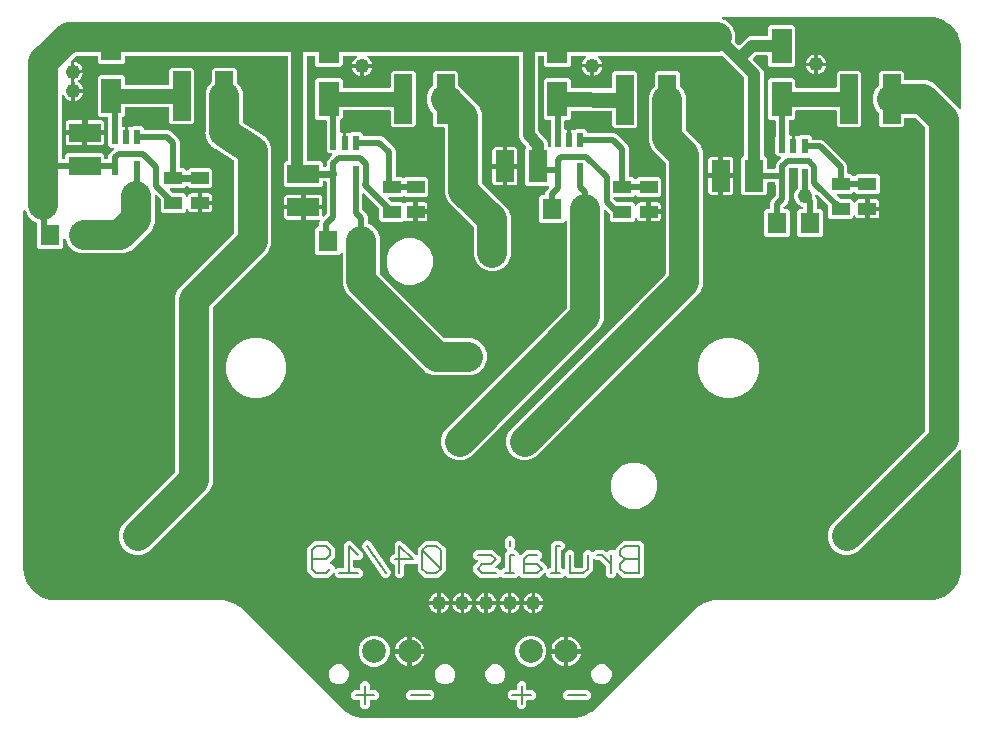
<source format=gbr>
G04 EAGLE Gerber RS-274X export*
G75*
%MOMM*%
%FSLAX34Y34*%
%LPD*%
%INBottom Copper*%
%IPPOS*%
%AMOC8*
5,1,8,0,0,1.08239X$1,22.5*%
G01*
%ADD10C,0.203200*%
%ADD11R,1.600000X1.803000*%
%ADD12R,1.500000X4.200000*%
%ADD13R,1.600000X2.700000*%
%ADD14C,2.000000*%
%ADD15R,0.550000X1.200000*%
%ADD16R,1.500000X1.100000*%
%ADD17R,1.700000X3.000000*%
%ADD18R,2.700000X1.600000*%
%ADD19C,0.400000*%
%ADD20C,1.209600*%
%ADD21C,2.540000*%
%ADD22C,0.508000*%
%ADD23C,1.016000*%
%ADD24C,0.609600*%
%ADD25C,1.270000*%

G36*
X467608Y-96946D02*
X467608Y-96946D01*
X467639Y-96949D01*
X471026Y-96727D01*
X471135Y-96704D01*
X471220Y-96695D01*
X477764Y-94942D01*
X477929Y-94871D01*
X478005Y-94842D01*
X483872Y-91454D01*
X483959Y-91386D01*
X484031Y-91340D01*
X486583Y-89102D01*
X486606Y-89076D01*
X486631Y-89057D01*
X567872Y-7817D01*
X569057Y-6631D01*
X572134Y-3554D01*
X579670Y797D01*
X588075Y3049D01*
X770000Y3049D01*
X770041Y3055D01*
X770078Y3052D01*
X774138Y3371D01*
X774278Y3403D01*
X774369Y3417D01*
X782091Y5926D01*
X782093Y5927D01*
X782095Y5928D01*
X782126Y5944D01*
X782344Y6050D01*
X782356Y6061D01*
X782369Y6068D01*
X788938Y10841D01*
X788940Y10842D01*
X788942Y10843D01*
X788966Y10868D01*
X789141Y11037D01*
X789149Y11051D01*
X789159Y11062D01*
X793932Y17631D01*
X793933Y17633D01*
X793934Y17634D01*
X793950Y17666D01*
X794064Y17880D01*
X794067Y17896D01*
X794074Y17909D01*
X796583Y25631D01*
X796601Y25738D01*
X796621Y25802D01*
X796621Y25832D01*
X796629Y25862D01*
X796948Y29922D01*
X796946Y29963D01*
X796951Y30000D01*
X796951Y129767D01*
X796947Y129799D01*
X796949Y129831D01*
X796927Y129938D01*
X796911Y130046D01*
X796898Y130075D01*
X796892Y130107D01*
X796840Y130203D01*
X796795Y130303D01*
X796774Y130327D01*
X796759Y130356D01*
X796683Y130434D01*
X796612Y130517D01*
X796585Y130535D01*
X796562Y130558D01*
X796467Y130612D01*
X796376Y130672D01*
X796345Y130681D01*
X796317Y130697D01*
X796211Y130722D01*
X796106Y130754D01*
X796074Y130755D01*
X796043Y130762D01*
X795933Y130756D01*
X795824Y130758D01*
X795793Y130749D01*
X795761Y130748D01*
X795658Y130712D01*
X795552Y130683D01*
X795525Y130666D01*
X795494Y130655D01*
X795421Y130602D01*
X795312Y130534D01*
X795280Y130498D01*
X795245Y130473D01*
X791280Y126508D01*
X708921Y44149D01*
X703133Y41751D01*
X696867Y41751D01*
X691079Y44149D01*
X686649Y48579D01*
X684251Y54367D01*
X684251Y60633D01*
X686649Y66421D01*
X766459Y146231D01*
X766516Y146307D01*
X766581Y146379D01*
X766601Y146420D01*
X766628Y146456D01*
X766662Y146546D01*
X766704Y146633D01*
X766710Y146675D01*
X766727Y146720D01*
X766737Y146848D01*
X766751Y146937D01*
X766751Y403063D01*
X766738Y403158D01*
X766733Y403254D01*
X766718Y403297D01*
X766711Y403342D01*
X766672Y403429D01*
X766640Y403520D01*
X766615Y403555D01*
X766595Y403599D01*
X766512Y403696D01*
X766459Y403769D01*
X758769Y411459D01*
X758693Y411516D01*
X758621Y411581D01*
X758580Y411601D01*
X758544Y411628D01*
X758454Y411662D01*
X758367Y411704D01*
X758325Y411710D01*
X758280Y411727D01*
X758152Y411737D01*
X758063Y411751D01*
X749548Y411751D01*
X749484Y411742D01*
X749420Y411743D01*
X749345Y411722D01*
X749269Y411711D01*
X749210Y411685D01*
X749148Y411668D01*
X749082Y411627D01*
X749012Y411595D01*
X748963Y411553D01*
X748908Y411520D01*
X748856Y411462D01*
X748798Y411412D01*
X748762Y411358D01*
X748719Y411310D01*
X748686Y411241D01*
X748643Y411176D01*
X748624Y411114D01*
X748596Y411057D01*
X748585Y410987D01*
X748561Y410906D01*
X748560Y410821D01*
X748549Y410752D01*
X748549Y405237D01*
X746763Y403451D01*
X729237Y403451D01*
X727451Y405237D01*
X727451Y415363D01*
X727438Y415458D01*
X727433Y415554D01*
X727418Y415597D01*
X727411Y415642D01*
X727372Y415730D01*
X727340Y415820D01*
X727315Y415855D01*
X727295Y415899D01*
X727212Y415996D01*
X727159Y416069D01*
X724649Y418579D01*
X722251Y424367D01*
X722251Y430633D01*
X724649Y436421D01*
X727159Y438931D01*
X727196Y438981D01*
X727202Y438986D01*
X727217Y439008D01*
X727281Y439079D01*
X727301Y439120D01*
X727328Y439156D01*
X727347Y439207D01*
X727357Y439222D01*
X727368Y439260D01*
X727404Y439333D01*
X727410Y439375D01*
X727427Y439420D01*
X727431Y439464D01*
X727439Y439492D01*
X727440Y439567D01*
X727451Y439637D01*
X727451Y449763D01*
X729237Y451549D01*
X746763Y451549D01*
X748549Y449763D01*
X748549Y444248D01*
X748558Y444184D01*
X748557Y444120D01*
X748578Y444045D01*
X748589Y443969D01*
X748615Y443910D01*
X748632Y443848D01*
X748673Y443782D01*
X748705Y443712D01*
X748747Y443663D01*
X748780Y443608D01*
X748838Y443556D01*
X748888Y443498D01*
X748942Y443462D01*
X748990Y443419D01*
X749059Y443386D01*
X749124Y443343D01*
X749186Y443324D01*
X749243Y443296D01*
X749313Y443285D01*
X749394Y443261D01*
X749479Y443260D01*
X749548Y443249D01*
X768133Y443249D01*
X773921Y440851D01*
X795245Y419527D01*
X795271Y419507D01*
X795292Y419483D01*
X795384Y419423D01*
X795471Y419357D01*
X795501Y419346D01*
X795528Y419328D01*
X795633Y419296D01*
X795735Y419258D01*
X795767Y419255D01*
X795798Y419246D01*
X795907Y419244D01*
X796016Y419236D01*
X796048Y419243D01*
X796080Y419242D01*
X796185Y419271D01*
X796292Y419294D01*
X796321Y419309D01*
X796352Y419317D01*
X796445Y419375D01*
X796541Y419426D01*
X796564Y419449D01*
X796592Y419466D01*
X796665Y419547D01*
X796743Y419623D01*
X796759Y419651D01*
X796781Y419675D01*
X796828Y419773D01*
X796882Y419868D01*
X796890Y419900D01*
X796904Y419929D01*
X796918Y420018D01*
X796947Y420143D01*
X796945Y420191D01*
X796951Y420233D01*
X796951Y470000D01*
X796945Y470041D01*
X796948Y470078D01*
X796629Y474138D01*
X796597Y474278D01*
X796583Y474369D01*
X794074Y482091D01*
X794073Y482093D01*
X794072Y482095D01*
X794057Y482125D01*
X793950Y482344D01*
X793939Y482356D01*
X793932Y482369D01*
X789159Y488938D01*
X789158Y488940D01*
X789157Y488942D01*
X789132Y488966D01*
X788963Y489141D01*
X788949Y489149D01*
X788938Y489159D01*
X782369Y493932D01*
X782367Y493933D01*
X782366Y493934D01*
X782334Y493950D01*
X782120Y494064D01*
X782104Y494067D01*
X782091Y494074D01*
X774369Y496583D01*
X774227Y496607D01*
X774138Y496629D01*
X770078Y496948D01*
X770037Y496946D01*
X770000Y496951D01*
X595253Y496951D01*
X595167Y496939D01*
X595080Y496936D01*
X595028Y496919D01*
X594974Y496911D01*
X594895Y496876D01*
X594812Y496849D01*
X594767Y496818D01*
X594717Y496795D01*
X594651Y496739D01*
X594579Y496690D01*
X594544Y496648D01*
X594503Y496612D01*
X594455Y496539D01*
X594400Y496472D01*
X594378Y496422D01*
X594348Y496376D01*
X594323Y496293D01*
X594288Y496213D01*
X594282Y496159D01*
X594266Y496106D01*
X594265Y496019D01*
X594254Y495933D01*
X594263Y495879D01*
X594262Y495824D01*
X594285Y495740D01*
X594299Y495655D01*
X594322Y495605D01*
X594337Y495552D01*
X594383Y495478D01*
X594420Y495400D01*
X594456Y495359D01*
X594485Y495312D01*
X594550Y495254D01*
X594607Y495189D01*
X594651Y495163D01*
X594695Y495123D01*
X594797Y495074D01*
X594871Y495029D01*
X598921Y493351D01*
X603351Y488921D01*
X605749Y483133D01*
X605749Y476867D01*
X605676Y476692D01*
X605674Y476683D01*
X605669Y476675D01*
X605639Y476546D01*
X605606Y476419D01*
X605606Y476409D01*
X605604Y476400D01*
X605611Y476268D01*
X605615Y476137D01*
X605618Y476128D01*
X605618Y476118D01*
X605661Y475995D01*
X605702Y475869D01*
X605708Y475861D01*
X605711Y475852D01*
X605757Y475790D01*
X605861Y475636D01*
X605880Y475621D01*
X605893Y475603D01*
X608043Y473452D01*
X608095Y473414D01*
X608140Y473368D01*
X608207Y473330D01*
X608269Y473283D01*
X608329Y473260D01*
X608385Y473229D01*
X608460Y473211D01*
X608533Y473184D01*
X608597Y473179D01*
X608659Y473164D01*
X608737Y473168D01*
X608814Y473162D01*
X608877Y473175D01*
X608941Y473178D01*
X609014Y473204D01*
X609090Y473219D01*
X609147Y473250D01*
X609208Y473271D01*
X609264Y473312D01*
X609339Y473352D01*
X609400Y473411D01*
X609457Y473452D01*
X615395Y479391D01*
X618383Y480629D01*
X632452Y480629D01*
X632516Y480638D01*
X632580Y480637D01*
X632655Y480658D01*
X632731Y480669D01*
X632790Y480695D01*
X632852Y480712D01*
X632918Y480753D01*
X632988Y480785D01*
X633037Y480827D01*
X633092Y480860D01*
X633144Y480918D01*
X633202Y480968D01*
X633238Y481022D01*
X633281Y481070D01*
X633314Y481139D01*
X633357Y481204D01*
X633376Y481266D01*
X633404Y481323D01*
X633415Y481393D01*
X633439Y481474D01*
X633440Y481559D01*
X633451Y481628D01*
X633451Y488763D01*
X635237Y490549D01*
X654763Y490549D01*
X656549Y488763D01*
X656549Y456237D01*
X654763Y454451D01*
X635237Y454451D01*
X633451Y456237D01*
X633451Y463372D01*
X633442Y463436D01*
X633443Y463500D01*
X633422Y463575D01*
X633411Y463651D01*
X633385Y463710D01*
X633368Y463772D01*
X633327Y463838D01*
X633295Y463908D01*
X633253Y463957D01*
X633220Y464012D01*
X633162Y464064D01*
X633112Y464122D01*
X633058Y464158D01*
X633010Y464201D01*
X632941Y464234D01*
X632876Y464277D01*
X632814Y464296D01*
X632757Y464324D01*
X632687Y464335D01*
X632606Y464359D01*
X632521Y464360D01*
X632452Y464371D01*
X623781Y464371D01*
X623686Y464358D01*
X623590Y464353D01*
X623547Y464338D01*
X623502Y464331D01*
X623414Y464292D01*
X623323Y464260D01*
X623289Y464235D01*
X623245Y464215D01*
X623148Y464132D01*
X623074Y464079D01*
X620952Y461957D01*
X620914Y461905D01*
X620868Y461860D01*
X620830Y461793D01*
X620783Y461731D01*
X620760Y461671D01*
X620729Y461615D01*
X620711Y461540D01*
X620684Y461467D01*
X620679Y461403D01*
X620664Y461341D01*
X620668Y461263D01*
X620662Y461186D01*
X620675Y461123D01*
X620678Y461059D01*
X620704Y460986D01*
X620719Y460910D01*
X620750Y460853D01*
X620771Y460792D01*
X620812Y460736D01*
X620852Y460661D01*
X620911Y460600D01*
X620952Y460543D01*
X628391Y453105D01*
X629629Y450117D01*
X629629Y380048D01*
X629638Y379984D01*
X629637Y379920D01*
X629658Y379845D01*
X629669Y379769D01*
X629695Y379710D01*
X629712Y379648D01*
X629753Y379582D01*
X629785Y379512D01*
X629827Y379463D01*
X629860Y379408D01*
X629918Y379356D01*
X629968Y379298D01*
X630022Y379262D01*
X630070Y379219D01*
X630139Y379186D01*
X630204Y379143D01*
X630266Y379124D01*
X630323Y379096D01*
X630393Y379085D01*
X630474Y379061D01*
X630559Y379060D01*
X630628Y379049D01*
X630763Y379049D01*
X632549Y377263D01*
X632549Y369088D01*
X632558Y369024D01*
X632557Y368960D01*
X632578Y368885D01*
X632589Y368809D01*
X632615Y368750D01*
X632632Y368688D01*
X632673Y368622D01*
X632705Y368552D01*
X632747Y368503D01*
X632780Y368448D01*
X632838Y368396D01*
X632888Y368338D01*
X632942Y368302D01*
X632990Y368259D01*
X633059Y368226D01*
X633124Y368183D01*
X633186Y368164D01*
X633243Y368136D01*
X633313Y368125D01*
X633394Y368101D01*
X633479Y368100D01*
X633548Y368089D01*
X638702Y368089D01*
X638766Y368098D01*
X638830Y368097D01*
X638905Y368118D01*
X638981Y368129D01*
X639040Y368155D01*
X639102Y368172D01*
X639168Y368213D01*
X639238Y368245D01*
X639287Y368287D01*
X639342Y368320D01*
X639394Y368378D01*
X639452Y368428D01*
X639488Y368482D01*
X639531Y368530D01*
X639564Y368599D01*
X639607Y368664D01*
X639626Y368726D01*
X639654Y368783D01*
X639665Y368853D01*
X639689Y368934D01*
X639690Y369019D01*
X639701Y369088D01*
X639701Y369285D01*
X639741Y369328D01*
X639761Y369369D01*
X639788Y369406D01*
X639822Y369496D01*
X639864Y369582D01*
X639870Y369624D01*
X639887Y369670D01*
X639897Y369797D01*
X639911Y369887D01*
X639911Y371612D01*
X640762Y373666D01*
X644342Y377245D01*
X644361Y377271D01*
X644386Y377292D01*
X644446Y377384D01*
X644511Y377471D01*
X644522Y377501D01*
X644540Y377528D01*
X644572Y377633D01*
X644611Y377735D01*
X644613Y377767D01*
X644623Y377798D01*
X644624Y377907D01*
X644632Y378016D01*
X644626Y378048D01*
X644626Y378080D01*
X644597Y378185D01*
X644575Y378292D01*
X644560Y378321D01*
X644551Y378352D01*
X644494Y378445D01*
X644442Y378541D01*
X644420Y378564D01*
X644403Y378592D01*
X644322Y378665D01*
X644246Y378743D01*
X644218Y378759D01*
X644194Y378781D01*
X644095Y378828D01*
X644000Y378882D01*
X643969Y378890D01*
X643940Y378904D01*
X643851Y378918D01*
X643726Y378947D01*
X643677Y378945D01*
X643635Y378951D01*
X641487Y378951D01*
X639701Y380737D01*
X639701Y395285D01*
X639741Y395328D01*
X639761Y395369D01*
X639788Y395406D01*
X639822Y395496D01*
X639864Y395582D01*
X639870Y395624D01*
X639887Y395670D01*
X639897Y395797D01*
X639911Y395887D01*
X639911Y408452D01*
X639902Y408516D01*
X639903Y408580D01*
X639882Y408655D01*
X639871Y408731D01*
X639845Y408790D01*
X639828Y408852D01*
X639787Y408918D01*
X639755Y408988D01*
X639713Y409037D01*
X639680Y409092D01*
X639622Y409144D01*
X639572Y409202D01*
X639518Y409238D01*
X639470Y409281D01*
X639401Y409314D01*
X639336Y409357D01*
X639274Y409376D01*
X639217Y409404D01*
X639147Y409415D01*
X639066Y409439D01*
X638981Y409440D01*
X638912Y409451D01*
X635237Y409451D01*
X633451Y411237D01*
X633451Y443763D01*
X635237Y445549D01*
X654763Y445549D01*
X656549Y443763D01*
X656549Y437898D01*
X656558Y437834D01*
X656557Y437770D01*
X656578Y437695D01*
X656589Y437619D01*
X656615Y437560D01*
X656632Y437498D01*
X656673Y437432D01*
X656705Y437362D01*
X656747Y437313D01*
X656780Y437258D01*
X656838Y437206D01*
X656888Y437148D01*
X656942Y437112D01*
X656990Y437069D01*
X657059Y437036D01*
X657124Y436993D01*
X657186Y436974D01*
X657243Y436946D01*
X657313Y436935D01*
X657394Y436911D01*
X657479Y436910D01*
X657548Y436899D01*
X690452Y436899D01*
X690516Y436908D01*
X690580Y436907D01*
X690655Y436928D01*
X690731Y436939D01*
X690790Y436965D01*
X690852Y436982D01*
X690918Y437023D01*
X690988Y437055D01*
X691037Y437097D01*
X691092Y437130D01*
X691144Y437188D01*
X691202Y437238D01*
X691238Y437292D01*
X691281Y437340D01*
X691314Y437409D01*
X691357Y437474D01*
X691376Y437536D01*
X691404Y437593D01*
X691415Y437663D01*
X691439Y437744D01*
X691440Y437829D01*
X691451Y437898D01*
X691451Y449763D01*
X693237Y451549D01*
X710763Y451549D01*
X712549Y449763D01*
X712549Y405237D01*
X710763Y403451D01*
X693237Y403451D01*
X691451Y405237D01*
X691451Y417102D01*
X691442Y417166D01*
X691443Y417230D01*
X691422Y417305D01*
X691411Y417381D01*
X691385Y417440D01*
X691368Y417502D01*
X691327Y417568D01*
X691295Y417638D01*
X691253Y417687D01*
X691220Y417742D01*
X691162Y417794D01*
X691112Y417852D01*
X691058Y417888D01*
X691010Y417931D01*
X690941Y417964D01*
X690876Y418007D01*
X690814Y418026D01*
X690757Y418054D01*
X690687Y418065D01*
X690606Y418089D01*
X690521Y418090D01*
X690452Y418101D01*
X657548Y418101D01*
X657484Y418092D01*
X657420Y418093D01*
X657345Y418072D01*
X657269Y418061D01*
X657210Y418035D01*
X657148Y418018D01*
X657082Y417977D01*
X657012Y417945D01*
X656963Y417903D01*
X656908Y417870D01*
X656856Y417812D01*
X656798Y417762D01*
X656762Y417708D01*
X656719Y417660D01*
X656686Y417591D01*
X656643Y417526D01*
X656624Y417464D01*
X656596Y417407D01*
X656585Y417337D01*
X656561Y417256D01*
X656560Y417171D01*
X656549Y417102D01*
X656549Y411237D01*
X654763Y409451D01*
X652088Y409451D01*
X652024Y409442D01*
X651960Y409443D01*
X651885Y409422D01*
X651809Y409411D01*
X651750Y409385D01*
X651688Y409368D01*
X651622Y409327D01*
X651552Y409295D01*
X651503Y409253D01*
X651448Y409220D01*
X651396Y409162D01*
X651338Y409112D01*
X651302Y409058D01*
X651259Y409010D01*
X651226Y408941D01*
X651183Y408876D01*
X651164Y408814D01*
X651136Y408757D01*
X651125Y408687D01*
X651101Y408606D01*
X651100Y408521D01*
X651089Y408452D01*
X651089Y397540D01*
X651098Y397476D01*
X651097Y397412D01*
X651118Y397337D01*
X651129Y397261D01*
X651155Y397202D01*
X651172Y397140D01*
X651213Y397074D01*
X651245Y397004D01*
X651287Y396955D01*
X651320Y396900D01*
X651378Y396848D01*
X651428Y396790D01*
X651482Y396754D01*
X651530Y396711D01*
X651599Y396678D01*
X651664Y396635D01*
X651726Y396616D01*
X651783Y396588D01*
X651853Y396577D01*
X651934Y396553D01*
X652019Y396552D01*
X652088Y396541D01*
X653626Y396541D01*
X653626Y388375D01*
X653635Y388312D01*
X653634Y388247D01*
X653655Y388173D01*
X653666Y388096D01*
X653692Y388038D01*
X653709Y387976D01*
X653750Y387910D01*
X653782Y387839D01*
X653823Y387790D01*
X653857Y387736D01*
X653915Y387684D01*
X653965Y387625D01*
X654019Y387590D01*
X654067Y387547D01*
X654136Y387513D01*
X654201Y387470D01*
X654263Y387452D01*
X654320Y387424D01*
X654390Y387413D01*
X654471Y387388D01*
X654556Y387387D01*
X654625Y387376D01*
X655375Y387376D01*
X655439Y387385D01*
X655503Y387384D01*
X655578Y387405D01*
X655654Y387416D01*
X655713Y387442D01*
X655775Y387459D01*
X655841Y387500D01*
X655911Y387532D01*
X655960Y387574D01*
X656015Y387608D01*
X656067Y387665D01*
X656125Y387715D01*
X656161Y387769D01*
X656204Y387817D01*
X656237Y387886D01*
X656280Y387951D01*
X656299Y388013D01*
X656327Y388071D01*
X656338Y388140D01*
X656362Y388221D01*
X656363Y388306D01*
X656374Y388375D01*
X656374Y396541D01*
X658085Y396541D01*
X658730Y396368D01*
X658748Y396357D01*
X658818Y396329D01*
X658883Y396292D01*
X658948Y396277D01*
X659010Y396252D01*
X659084Y396245D01*
X659158Y396228D01*
X659224Y396231D01*
X659291Y396224D01*
X659364Y396238D01*
X659439Y396242D01*
X659502Y396264D01*
X659568Y396276D01*
X659635Y396310D01*
X659706Y396334D01*
X659755Y396371D01*
X659820Y396403D01*
X659891Y396470D01*
X659955Y396516D01*
X660487Y397049D01*
X668513Y397049D01*
X670299Y395263D01*
X670299Y394088D01*
X670308Y394024D01*
X670307Y393960D01*
X670328Y393885D01*
X670339Y393809D01*
X670365Y393750D01*
X670382Y393688D01*
X670423Y393622D01*
X670455Y393552D01*
X670497Y393503D01*
X670530Y393448D01*
X670588Y393396D01*
X670638Y393338D01*
X670692Y393302D01*
X670740Y393259D01*
X670809Y393226D01*
X670874Y393183D01*
X670936Y393164D01*
X670993Y393136D01*
X671063Y393125D01*
X671144Y393101D01*
X671229Y393100D01*
X671298Y393089D01*
X678612Y393089D01*
X680666Y392238D01*
X699738Y373166D01*
X700589Y371112D01*
X700589Y365048D01*
X700598Y364984D01*
X700597Y364920D01*
X700618Y364845D01*
X700629Y364769D01*
X700655Y364710D01*
X700672Y364648D01*
X700713Y364582D01*
X700745Y364512D01*
X700787Y364463D01*
X700820Y364408D01*
X700878Y364356D01*
X700928Y364298D01*
X700982Y364262D01*
X701030Y364219D01*
X701099Y364186D01*
X701164Y364143D01*
X701226Y364124D01*
X701283Y364096D01*
X701353Y364085D01*
X701434Y364061D01*
X701519Y364060D01*
X701588Y364049D01*
X703763Y364049D01*
X705543Y362268D01*
X705595Y362230D01*
X705640Y362184D01*
X705707Y362145D01*
X705769Y362099D01*
X705829Y362076D01*
X705885Y362044D01*
X705960Y362027D01*
X706033Y361999D01*
X706097Y361994D01*
X706159Y361980D01*
X706237Y361983D01*
X706314Y361978D01*
X706377Y361991D01*
X706441Y361994D01*
X706514Y362019D01*
X706590Y362035D01*
X706647Y362065D01*
X706708Y362086D01*
X706764Y362128D01*
X706839Y362168D01*
X706900Y362227D01*
X706957Y362268D01*
X708737Y364049D01*
X726263Y364049D01*
X728049Y362263D01*
X728049Y348737D01*
X726263Y346951D01*
X708737Y346951D01*
X706957Y348732D01*
X706905Y348770D01*
X706860Y348816D01*
X706793Y348855D01*
X706731Y348901D01*
X706671Y348924D01*
X706615Y348956D01*
X706540Y348973D01*
X706467Y349001D01*
X706403Y349006D01*
X706340Y349020D01*
X706263Y349017D01*
X706186Y349022D01*
X706123Y349009D01*
X706059Y349006D01*
X705986Y348981D01*
X705910Y348965D01*
X705853Y348935D01*
X705792Y348914D01*
X705736Y348872D01*
X705661Y348832D01*
X705600Y348773D01*
X705543Y348732D01*
X703763Y346951D01*
X692865Y346951D01*
X692833Y346947D01*
X692801Y346949D01*
X692694Y346927D01*
X692586Y346911D01*
X692556Y346898D01*
X692525Y346892D01*
X692428Y346840D01*
X692329Y346795D01*
X692304Y346774D01*
X692276Y346759D01*
X692197Y346683D01*
X692114Y346612D01*
X692097Y346585D01*
X692074Y346562D01*
X692020Y346467D01*
X691960Y346376D01*
X691950Y346345D01*
X691935Y346317D01*
X691909Y346211D01*
X691877Y346106D01*
X691877Y346074D01*
X691870Y346043D01*
X691875Y345933D01*
X691874Y345824D01*
X691882Y345793D01*
X691884Y345761D01*
X691920Y345658D01*
X691949Y345552D01*
X691966Y345525D01*
X691976Y345494D01*
X692030Y345421D01*
X692097Y345312D01*
X692133Y345280D01*
X692158Y345245D01*
X694062Y343341D01*
X694139Y343284D01*
X694210Y343219D01*
X694251Y343199D01*
X694288Y343172D01*
X694378Y343138D01*
X694464Y343096D01*
X694506Y343090D01*
X694552Y343073D01*
X694679Y343063D01*
X694769Y343049D01*
X703763Y343049D01*
X705549Y341263D01*
X705549Y340794D01*
X705550Y340784D01*
X705549Y340773D01*
X705570Y340644D01*
X705589Y340515D01*
X705593Y340505D01*
X705595Y340495D01*
X705651Y340377D01*
X705705Y340258D01*
X705712Y340250D01*
X705716Y340240D01*
X705803Y340143D01*
X705888Y340044D01*
X705897Y340038D01*
X705904Y340030D01*
X706015Y339961D01*
X706124Y339889D01*
X706134Y339886D01*
X706144Y339880D01*
X706270Y339845D01*
X706394Y339807D01*
X706405Y339807D01*
X706415Y339804D01*
X706546Y339805D01*
X706676Y339803D01*
X706686Y339806D01*
X706697Y339806D01*
X706822Y339844D01*
X706948Y339878D01*
X706957Y339884D01*
X706967Y339887D01*
X707077Y339958D01*
X707188Y340027D01*
X707195Y340035D01*
X707204Y340040D01*
X707290Y340140D01*
X707377Y340236D01*
X707381Y340246D01*
X707388Y340254D01*
X707421Y340328D01*
X707500Y340490D01*
X707503Y340514D01*
X707513Y340536D01*
X707632Y340981D01*
X707967Y341560D01*
X708440Y342033D01*
X709019Y342368D01*
X709665Y342541D01*
X715501Y342541D01*
X715501Y335500D01*
X715510Y335436D01*
X715509Y335372D01*
X715530Y335298D01*
X715541Y335221D01*
X715567Y335162D01*
X715584Y335100D01*
X715625Y335034D01*
X715657Y334964D01*
X715699Y334915D01*
X715732Y334860D01*
X715790Y334809D01*
X715840Y334750D01*
X715894Y334714D01*
X715942Y334671D01*
X716011Y334638D01*
X716076Y334595D01*
X716138Y334576D01*
X716195Y334548D01*
X716265Y334538D01*
X716346Y334513D01*
X716431Y334512D01*
X716500Y334501D01*
X717501Y334501D01*
X717501Y334499D01*
X716500Y334499D01*
X716436Y334490D01*
X716372Y334491D01*
X716297Y334470D01*
X716221Y334459D01*
X716162Y334433D01*
X716100Y334416D01*
X716034Y334375D01*
X715964Y334343D01*
X715915Y334301D01*
X715860Y334268D01*
X715808Y334210D01*
X715750Y334160D01*
X715714Y334106D01*
X715671Y334058D01*
X715638Y333989D01*
X715595Y333924D01*
X715576Y333862D01*
X715548Y333804D01*
X715538Y333735D01*
X715513Y333654D01*
X715512Y333569D01*
X715501Y333500D01*
X715501Y326459D01*
X709665Y326459D01*
X709019Y326632D01*
X708440Y326967D01*
X707967Y327440D01*
X707632Y328019D01*
X707513Y328464D01*
X707509Y328474D01*
X707507Y328485D01*
X707454Y328603D01*
X707402Y328724D01*
X707396Y328732D01*
X707391Y328742D01*
X707307Y328841D01*
X707224Y328942D01*
X707215Y328948D01*
X707208Y328956D01*
X707099Y329028D01*
X706991Y329101D01*
X706981Y329105D01*
X706972Y329111D01*
X706847Y329149D01*
X706723Y329189D01*
X706712Y329190D01*
X706702Y329193D01*
X706571Y329195D01*
X706441Y329199D01*
X706431Y329197D01*
X706420Y329197D01*
X706294Y329162D01*
X706168Y329130D01*
X706159Y329124D01*
X706148Y329122D01*
X706037Y329053D01*
X705925Y328987D01*
X705918Y328979D01*
X705908Y328973D01*
X705821Y328876D01*
X705731Y328782D01*
X705727Y328772D01*
X705719Y328764D01*
X705663Y328647D01*
X705603Y328531D01*
X705601Y328520D01*
X705596Y328510D01*
X705584Y328431D01*
X705550Y328254D01*
X705552Y328230D01*
X705549Y328206D01*
X705549Y327737D01*
X703763Y325951D01*
X686237Y325951D01*
X684451Y327737D01*
X684451Y336731D01*
X684442Y336794D01*
X684443Y336851D01*
X684435Y336880D01*
X684433Y336922D01*
X684418Y336965D01*
X684411Y337010D01*
X684379Y337081D01*
X684368Y337123D01*
X684357Y337140D01*
X684340Y337189D01*
X684315Y337223D01*
X684295Y337267D01*
X684236Y337337D01*
X684220Y337363D01*
X684201Y337380D01*
X684159Y337438D01*
X675303Y346294D01*
X675277Y346313D01*
X675256Y346338D01*
X675164Y346398D01*
X675077Y346463D01*
X675047Y346474D01*
X675020Y346492D01*
X674915Y346524D01*
X674813Y346563D01*
X674781Y346565D01*
X674750Y346575D01*
X674641Y346576D01*
X674532Y346584D01*
X674500Y346578D01*
X674468Y346578D01*
X674363Y346549D01*
X674256Y346527D01*
X674227Y346512D01*
X674196Y346503D01*
X674103Y346446D01*
X674007Y346394D01*
X673984Y346372D01*
X673956Y346355D01*
X673883Y346274D01*
X673805Y346198D01*
X673789Y346170D01*
X673767Y346146D01*
X673720Y346047D01*
X673666Y345952D01*
X673658Y345921D01*
X673644Y345892D01*
X673630Y345803D01*
X673601Y345678D01*
X673603Y345629D01*
X673597Y345587D01*
X673597Y344721D01*
X673609Y344634D01*
X673609Y344589D01*
X673613Y344573D01*
X673615Y344530D01*
X673630Y344487D01*
X673637Y344442D01*
X673670Y344368D01*
X673684Y344318D01*
X673695Y344299D01*
X673708Y344263D01*
X673733Y344229D01*
X673753Y344185D01*
X673799Y344130D01*
X673832Y344078D01*
X673865Y344048D01*
X673889Y344014D01*
X673958Y343946D01*
X674809Y341892D01*
X674809Y335563D01*
X674818Y335499D01*
X674817Y335435D01*
X674838Y335360D01*
X674849Y335284D01*
X674875Y335225D01*
X674892Y335163D01*
X674933Y335097D01*
X674965Y335027D01*
X675007Y334978D01*
X675040Y334923D01*
X675098Y334871D01*
X675148Y334813D01*
X675202Y334777D01*
X675250Y334734D01*
X675319Y334701D01*
X675384Y334658D01*
X675446Y334639D01*
X675503Y334611D01*
X675573Y334600D01*
X675654Y334576D01*
X675739Y334575D01*
X675808Y334564D01*
X678483Y334564D01*
X680269Y332778D01*
X680269Y312222D01*
X678483Y310436D01*
X659957Y310436D01*
X658171Y312222D01*
X658171Y332778D01*
X659957Y334564D01*
X662108Y334564D01*
X662194Y334576D01*
X662281Y334579D01*
X662333Y334596D01*
X662387Y334604D01*
X662466Y334639D01*
X662549Y334666D01*
X662594Y334697D01*
X662644Y334720D01*
X662710Y334776D01*
X662782Y334825D01*
X662817Y334867D01*
X662858Y334903D01*
X662906Y334976D01*
X662961Y335043D01*
X662983Y335093D01*
X663013Y335139D01*
X663038Y335222D01*
X663073Y335302D01*
X663079Y335356D01*
X663095Y335409D01*
X663096Y335496D01*
X663107Y335582D01*
X663098Y335636D01*
X663099Y335691D01*
X663076Y335775D01*
X663062Y335860D01*
X663039Y335910D01*
X663024Y335963D01*
X662978Y336037D01*
X662941Y336115D01*
X662905Y336156D01*
X662876Y336203D01*
X662811Y336261D01*
X662754Y336326D01*
X662710Y336352D01*
X662666Y336392D01*
X662564Y336441D01*
X662490Y336486D01*
X659347Y337788D01*
X656788Y340347D01*
X655403Y343691D01*
X655403Y347309D01*
X656788Y350653D01*
X658619Y352483D01*
X658676Y352560D01*
X658741Y352632D01*
X658761Y352672D01*
X658788Y352709D01*
X658822Y352799D01*
X658864Y352885D01*
X658870Y352927D01*
X658887Y352973D01*
X658897Y353100D01*
X658911Y353190D01*
X658911Y354113D01*
X658898Y354208D01*
X658893Y354304D01*
X658878Y354348D01*
X658871Y354392D01*
X658832Y354480D01*
X658800Y354571D01*
X658775Y354605D01*
X658755Y354649D01*
X658701Y354712D01*
X658701Y368412D01*
X658692Y368476D01*
X658693Y368540D01*
X658672Y368615D01*
X658661Y368691D01*
X658635Y368750D01*
X658618Y368812D01*
X658577Y368878D01*
X658545Y368948D01*
X658503Y368997D01*
X658470Y369052D01*
X658412Y369104D01*
X658362Y369162D01*
X658308Y369198D01*
X658260Y369241D01*
X658191Y369274D01*
X658126Y369317D01*
X658064Y369336D01*
X658007Y369364D01*
X657937Y369375D01*
X657856Y369399D01*
X657771Y369400D01*
X657702Y369411D01*
X652729Y369411D01*
X652634Y369398D01*
X652538Y369393D01*
X652495Y369378D01*
X652450Y369371D01*
X652362Y369332D01*
X652271Y369300D01*
X652237Y369275D01*
X652193Y369255D01*
X652095Y369172D01*
X652022Y369119D01*
X651591Y368688D01*
X651534Y368611D01*
X651469Y368540D01*
X651449Y368499D01*
X651422Y368462D01*
X651388Y368372D01*
X651346Y368286D01*
X651340Y368244D01*
X651323Y368198D01*
X651313Y368071D01*
X651299Y367981D01*
X651299Y354715D01*
X651259Y354672D01*
X651239Y354631D01*
X651212Y354594D01*
X651178Y354504D01*
X651136Y354418D01*
X651130Y354376D01*
X651113Y354330D01*
X651103Y354203D01*
X651089Y354113D01*
X651089Y341888D01*
X650238Y339834D01*
X646673Y336270D01*
X646654Y336244D01*
X646629Y336223D01*
X646569Y336131D01*
X646504Y336044D01*
X646493Y336014D01*
X646475Y335987D01*
X646443Y335882D01*
X646404Y335780D01*
X646402Y335748D01*
X646392Y335717D01*
X646391Y335608D01*
X646383Y335499D01*
X646389Y335467D01*
X646389Y335435D01*
X646418Y335330D01*
X646440Y335223D01*
X646455Y335194D01*
X646464Y335163D01*
X646521Y335070D01*
X646573Y334974D01*
X646595Y334951D01*
X646612Y334923D01*
X646693Y334850D01*
X646769Y334772D01*
X646797Y334756D01*
X646821Y334734D01*
X646920Y334687D01*
X647015Y334633D01*
X647046Y334625D01*
X647075Y334611D01*
X647164Y334597D01*
X647289Y334568D01*
X647338Y334570D01*
X647380Y334564D01*
X650043Y334564D01*
X651829Y332778D01*
X651829Y312222D01*
X650043Y310436D01*
X631517Y310436D01*
X629731Y312222D01*
X629731Y332778D01*
X631517Y334564D01*
X634192Y334564D01*
X634256Y334573D01*
X634320Y334572D01*
X634395Y334593D01*
X634471Y334604D01*
X634530Y334630D01*
X634592Y334647D01*
X634658Y334688D01*
X634728Y334720D01*
X634777Y334762D01*
X634832Y334795D01*
X634884Y334853D01*
X634942Y334903D01*
X634978Y334957D01*
X635021Y335005D01*
X635054Y335074D01*
X635097Y335139D01*
X635116Y335201D01*
X635144Y335258D01*
X635155Y335328D01*
X635179Y335409D01*
X635180Y335494D01*
X635191Y335563D01*
X635191Y339392D01*
X636042Y341446D01*
X639619Y345022D01*
X639634Y345043D01*
X639650Y345057D01*
X639682Y345106D01*
X639741Y345170D01*
X639761Y345211D01*
X639788Y345248D01*
X639822Y345338D01*
X639864Y345424D01*
X639870Y345466D01*
X639887Y345512D01*
X639897Y345639D01*
X639911Y345729D01*
X639911Y354113D01*
X639898Y354208D01*
X639893Y354305D01*
X639878Y354348D01*
X639871Y354393D01*
X639832Y354480D01*
X639800Y354571D01*
X639775Y354605D01*
X639755Y354649D01*
X639701Y354713D01*
X639701Y355912D01*
X639692Y355976D01*
X639693Y356040D01*
X639672Y356115D01*
X639661Y356191D01*
X639635Y356250D01*
X639618Y356312D01*
X639577Y356378D01*
X639545Y356448D01*
X639503Y356497D01*
X639470Y356552D01*
X639412Y356604D01*
X639362Y356662D01*
X639308Y356698D01*
X639260Y356741D01*
X639191Y356774D01*
X639126Y356817D01*
X639064Y356836D01*
X639007Y356864D01*
X638937Y356875D01*
X638856Y356899D01*
X638771Y356900D01*
X638702Y356911D01*
X633548Y356911D01*
X633484Y356902D01*
X633420Y356903D01*
X633345Y356882D01*
X633269Y356871D01*
X633210Y356845D01*
X633148Y356828D01*
X633082Y356787D01*
X633012Y356755D01*
X632963Y356713D01*
X632908Y356680D01*
X632856Y356622D01*
X632798Y356572D01*
X632762Y356518D01*
X632719Y356470D01*
X632686Y356401D01*
X632643Y356336D01*
X632624Y356274D01*
X632596Y356217D01*
X632585Y356147D01*
X632561Y356066D01*
X632560Y355981D01*
X632549Y355912D01*
X632549Y347737D01*
X630763Y345951D01*
X612237Y345951D01*
X610451Y347737D01*
X610451Y377263D01*
X612237Y379049D01*
X612372Y379049D01*
X612436Y379058D01*
X612500Y379057D01*
X612575Y379078D01*
X612651Y379089D01*
X612710Y379115D01*
X612772Y379132D01*
X612838Y379173D01*
X612908Y379205D01*
X612957Y379247D01*
X613012Y379280D01*
X613064Y379338D01*
X613122Y379388D01*
X613158Y379442D01*
X613201Y379490D01*
X613234Y379559D01*
X613277Y379624D01*
X613296Y379686D01*
X613324Y379743D01*
X613335Y379813D01*
X613359Y379894D01*
X613360Y379979D01*
X613371Y380048D01*
X613371Y444719D01*
X613358Y444814D01*
X613353Y444910D01*
X613338Y444953D01*
X613331Y444998D01*
X613292Y445086D01*
X613260Y445177D01*
X613235Y445211D01*
X613215Y445255D01*
X613132Y445353D01*
X613079Y445426D01*
X604286Y454218D01*
X594397Y464107D01*
X594389Y464113D01*
X594383Y464121D01*
X594276Y464198D01*
X594171Y464277D01*
X594162Y464280D01*
X594155Y464286D01*
X594030Y464330D01*
X593907Y464376D01*
X593898Y464377D01*
X593889Y464380D01*
X593757Y464388D01*
X593626Y464398D01*
X593617Y464396D01*
X593607Y464397D01*
X593532Y464378D01*
X593350Y464340D01*
X593329Y464329D01*
X593308Y464324D01*
X593133Y464251D01*
X490408Y464251D01*
X490279Y464233D01*
X490150Y464218D01*
X490140Y464213D01*
X490128Y464211D01*
X490010Y464158D01*
X489891Y464107D01*
X489882Y464100D01*
X489871Y464095D01*
X489773Y464011D01*
X489672Y463929D01*
X489666Y463919D01*
X489657Y463912D01*
X489586Y463803D01*
X489512Y463696D01*
X489509Y463685D01*
X489503Y463676D01*
X489465Y463552D01*
X489424Y463428D01*
X489424Y463417D01*
X489420Y463406D01*
X489419Y463276D01*
X489414Y463147D01*
X489417Y463136D01*
X489416Y463124D01*
X489451Y462998D01*
X489483Y462873D01*
X489489Y462863D01*
X489492Y462852D01*
X489560Y462741D01*
X489626Y462630D01*
X489634Y462623D01*
X489640Y462612D01*
X489849Y462423D01*
X489851Y462422D01*
X489852Y462421D01*
X489927Y462371D01*
X491123Y461175D01*
X492063Y459768D01*
X492711Y458205D01*
X492911Y457199D01*
X484952Y457199D01*
X484889Y457190D01*
X484824Y457191D01*
X484750Y457170D01*
X484673Y457159D01*
X484615Y457133D01*
X484553Y457116D01*
X484487Y457075D01*
X484449Y457058D01*
X484441Y457062D01*
X484376Y457105D01*
X484314Y457124D01*
X484256Y457152D01*
X484187Y457163D01*
X484106Y457187D01*
X484021Y457188D01*
X483952Y457199D01*
X475993Y457199D01*
X476193Y458205D01*
X476841Y459768D01*
X477781Y461175D01*
X478977Y462371D01*
X479052Y462421D01*
X479148Y462508D01*
X479247Y462592D01*
X479253Y462602D01*
X479262Y462609D01*
X479330Y462719D01*
X479401Y462828D01*
X479405Y462839D01*
X479411Y462849D01*
X479446Y462974D01*
X479484Y463098D01*
X479484Y463109D01*
X479487Y463120D01*
X479486Y463251D01*
X479488Y463380D01*
X479484Y463391D01*
X479484Y463402D01*
X479447Y463526D01*
X479412Y463652D01*
X479406Y463661D01*
X479403Y463672D01*
X479333Y463781D01*
X479264Y463892D01*
X479256Y463899D01*
X479250Y463909D01*
X479151Y463994D01*
X479055Y464081D01*
X479045Y464086D01*
X479036Y464093D01*
X478918Y464147D01*
X478801Y464204D01*
X478790Y464205D01*
X478779Y464210D01*
X478500Y464251D01*
X478498Y464251D01*
X478496Y464251D01*
X467548Y464251D01*
X467484Y464242D01*
X467420Y464243D01*
X467345Y464222D01*
X467269Y464211D01*
X467210Y464185D01*
X467148Y464168D01*
X467082Y464127D01*
X467012Y464095D01*
X466963Y464053D01*
X466908Y464020D01*
X466856Y463962D01*
X466798Y463912D01*
X466762Y463858D01*
X466719Y463810D01*
X466686Y463741D01*
X466643Y463676D01*
X466624Y463614D01*
X466596Y463557D01*
X466585Y463487D01*
X466561Y463406D01*
X466560Y463321D01*
X466549Y463252D01*
X466549Y456237D01*
X464763Y454451D01*
X445237Y454451D01*
X443451Y456237D01*
X443451Y463252D01*
X443442Y463316D01*
X443443Y463380D01*
X443422Y463455D01*
X443411Y463531D01*
X443385Y463590D01*
X443368Y463652D01*
X443327Y463718D01*
X443295Y463788D01*
X443253Y463837D01*
X443220Y463892D01*
X443162Y463944D01*
X443112Y464002D01*
X443058Y464038D01*
X443010Y464081D01*
X442941Y464114D01*
X442876Y464157D01*
X442814Y464176D01*
X442757Y464204D01*
X442687Y464215D01*
X442606Y464239D01*
X442521Y464240D01*
X442452Y464251D01*
X440048Y464251D01*
X439984Y464242D01*
X439920Y464243D01*
X439845Y464222D01*
X439769Y464211D01*
X439710Y464185D01*
X439648Y464168D01*
X439582Y464127D01*
X439512Y464095D01*
X439463Y464053D01*
X439408Y464020D01*
X439356Y463962D01*
X439298Y463912D01*
X439262Y463858D01*
X439219Y463810D01*
X439186Y463741D01*
X439143Y463676D01*
X439124Y463614D01*
X439096Y463557D01*
X439085Y463487D01*
X439061Y463406D01*
X439060Y463321D01*
X439049Y463252D01*
X439049Y400434D01*
X439062Y400339D01*
X439067Y400243D01*
X439082Y400200D01*
X439089Y400155D01*
X439128Y400067D01*
X439160Y399976D01*
X439185Y399942D01*
X439205Y399898D01*
X439288Y399801D01*
X439341Y399728D01*
X445591Y393478D01*
X446829Y390490D01*
X446829Y388048D01*
X446838Y387984D01*
X446837Y387920D01*
X446858Y387845D01*
X446869Y387769D01*
X446895Y387710D01*
X446912Y387648D01*
X446953Y387582D01*
X446985Y387512D01*
X447027Y387463D01*
X447060Y387408D01*
X447118Y387356D01*
X447168Y387298D01*
X447222Y387262D01*
X447270Y387219D01*
X447339Y387186D01*
X447404Y387143D01*
X447466Y387124D01*
X447523Y387096D01*
X447593Y387085D01*
X447674Y387061D01*
X447759Y387060D01*
X447828Y387049D01*
X447963Y387049D01*
X447995Y387016D01*
X448021Y386997D01*
X448042Y386972D01*
X448134Y386912D01*
X448221Y386847D01*
X448251Y386835D01*
X448278Y386818D01*
X448383Y386786D01*
X448485Y386747D01*
X448517Y386745D01*
X448548Y386735D01*
X448657Y386734D01*
X448766Y386725D01*
X448798Y386732D01*
X448830Y386732D01*
X448935Y386761D01*
X449042Y386783D01*
X449071Y386798D01*
X449102Y386807D01*
X449195Y386864D01*
X449291Y386916D01*
X449314Y386938D01*
X449342Y386955D01*
X449415Y387036D01*
X449493Y387112D01*
X449509Y387140D01*
X449531Y387164D01*
X449578Y387263D01*
X449632Y387358D01*
X449640Y387389D01*
X449654Y387418D01*
X449668Y387508D01*
X449697Y387632D01*
X449695Y387681D01*
X449701Y387723D01*
X449701Y400285D01*
X449741Y400328D01*
X449761Y400369D01*
X449788Y400406D01*
X449822Y400496D01*
X449864Y400582D01*
X449870Y400624D01*
X449887Y400670D01*
X449897Y400797D01*
X449911Y400887D01*
X449911Y408452D01*
X449902Y408516D01*
X449903Y408580D01*
X449882Y408655D01*
X449871Y408731D01*
X449845Y408790D01*
X449828Y408852D01*
X449787Y408918D01*
X449755Y408988D01*
X449713Y409037D01*
X449680Y409092D01*
X449622Y409144D01*
X449572Y409202D01*
X449518Y409238D01*
X449470Y409281D01*
X449401Y409314D01*
X449336Y409357D01*
X449274Y409376D01*
X449217Y409404D01*
X449147Y409415D01*
X449066Y409439D01*
X448981Y409440D01*
X448912Y409451D01*
X445237Y409451D01*
X443451Y411237D01*
X443451Y443763D01*
X445237Y445549D01*
X464763Y445549D01*
X466549Y443763D01*
X466549Y437556D01*
X466558Y437494D01*
X466557Y437432D01*
X466577Y437355D01*
X466589Y437277D01*
X466614Y437220D01*
X466631Y437160D01*
X466672Y437092D01*
X466705Y437020D01*
X466745Y436973D01*
X466778Y436919D01*
X466837Y436866D01*
X466888Y436806D01*
X466941Y436771D01*
X466987Y436729D01*
X467058Y436695D01*
X467124Y436651D01*
X467184Y436633D01*
X467240Y436606D01*
X467311Y436594D01*
X467394Y436569D01*
X467476Y436568D01*
X467544Y436557D01*
X500748Y436440D01*
X500814Y436449D01*
X500880Y436448D01*
X500953Y436468D01*
X501028Y436478D01*
X501088Y436505D01*
X501152Y436523D01*
X501216Y436563D01*
X501285Y436594D01*
X501336Y436637D01*
X501392Y436671D01*
X501442Y436727D01*
X501500Y436776D01*
X501536Y436832D01*
X501581Y436880D01*
X501614Y436949D01*
X501655Y437012D01*
X501675Y437075D01*
X501704Y437134D01*
X501714Y437202D01*
X501739Y437281D01*
X501740Y437368D01*
X501751Y437439D01*
X501751Y449263D01*
X503537Y451049D01*
X521063Y451049D01*
X522849Y449263D01*
X522849Y404737D01*
X521063Y402951D01*
X503537Y402951D01*
X501751Y404737D01*
X501751Y416643D01*
X501742Y416705D01*
X501743Y416767D01*
X501723Y416844D01*
X501711Y416922D01*
X501686Y416979D01*
X501669Y417039D01*
X501628Y417107D01*
X501595Y417179D01*
X501555Y417226D01*
X501522Y417280D01*
X501463Y417333D01*
X501412Y417393D01*
X501359Y417427D01*
X501313Y417469D01*
X501242Y417504D01*
X501176Y417548D01*
X501116Y417566D01*
X501060Y417593D01*
X500989Y417605D01*
X500906Y417630D01*
X500824Y417631D01*
X500756Y417642D01*
X467552Y417759D01*
X467486Y417750D01*
X467420Y417751D01*
X467347Y417731D01*
X467272Y417721D01*
X467212Y417694D01*
X467148Y417676D01*
X467084Y417636D01*
X467015Y417605D01*
X466964Y417562D01*
X466908Y417528D01*
X466858Y417472D01*
X466800Y417423D01*
X466764Y417367D01*
X466719Y417318D01*
X466686Y417250D01*
X466645Y417187D01*
X466625Y417124D01*
X466596Y417065D01*
X466586Y416997D01*
X466561Y416918D01*
X466560Y416831D01*
X466549Y416760D01*
X466549Y411237D01*
X464763Y409451D01*
X462088Y409451D01*
X462024Y409442D01*
X461960Y409443D01*
X461885Y409422D01*
X461809Y409411D01*
X461750Y409385D01*
X461688Y409368D01*
X461622Y409327D01*
X461552Y409295D01*
X461503Y409253D01*
X461448Y409220D01*
X461396Y409162D01*
X461338Y409112D01*
X461302Y409058D01*
X461259Y409010D01*
X461226Y408941D01*
X461183Y408876D01*
X461164Y408814D01*
X461136Y408757D01*
X461125Y408687D01*
X461101Y408606D01*
X461100Y408521D01*
X461089Y408452D01*
X461089Y402540D01*
X461098Y402476D01*
X461097Y402412D01*
X461118Y402337D01*
X461129Y402261D01*
X461155Y402202D01*
X461172Y402140D01*
X461213Y402074D01*
X461245Y402004D01*
X461287Y401955D01*
X461320Y401900D01*
X461378Y401848D01*
X461428Y401790D01*
X461482Y401754D01*
X461530Y401711D01*
X461599Y401678D01*
X461664Y401635D01*
X461726Y401616D01*
X461783Y401588D01*
X461853Y401577D01*
X461934Y401553D01*
X462019Y401552D01*
X462088Y401541D01*
X463626Y401541D01*
X463626Y393375D01*
X463635Y393312D01*
X463634Y393247D01*
X463655Y393173D01*
X463666Y393096D01*
X463692Y393038D01*
X463709Y392976D01*
X463750Y392910D01*
X463782Y392839D01*
X463823Y392790D01*
X463857Y392736D01*
X463915Y392684D01*
X463965Y392625D01*
X464019Y392590D01*
X464067Y392547D01*
X464136Y392513D01*
X464201Y392470D01*
X464263Y392452D01*
X464320Y392424D01*
X464390Y392413D01*
X464471Y392388D01*
X464556Y392387D01*
X464625Y392376D01*
X465375Y392376D01*
X465439Y392385D01*
X465503Y392384D01*
X465578Y392405D01*
X465654Y392416D01*
X465713Y392442D01*
X465775Y392459D01*
X465841Y392500D01*
X465911Y392532D01*
X465960Y392574D01*
X466015Y392608D01*
X466067Y392665D01*
X466125Y392715D01*
X466161Y392769D01*
X466204Y392817D01*
X466237Y392886D01*
X466280Y392951D01*
X466299Y393013D01*
X466327Y393071D01*
X466338Y393140D01*
X466362Y393221D01*
X466363Y393306D01*
X466374Y393375D01*
X466374Y401541D01*
X468085Y401541D01*
X468731Y401368D01*
X468748Y401357D01*
X468818Y401329D01*
X468883Y401293D01*
X468948Y401277D01*
X469010Y401252D01*
X469084Y401245D01*
X469157Y401228D01*
X469224Y401231D01*
X469291Y401224D01*
X469364Y401238D01*
X469439Y401242D01*
X469502Y401264D01*
X469568Y401276D01*
X469635Y401310D01*
X469706Y401334D01*
X469755Y401371D01*
X469820Y401403D01*
X469891Y401470D01*
X469955Y401516D01*
X470487Y402049D01*
X478513Y402049D01*
X480299Y400263D01*
X480299Y399588D01*
X480308Y399524D01*
X480307Y399460D01*
X480328Y399385D01*
X480339Y399309D01*
X480365Y399250D01*
X480382Y399188D01*
X480423Y399122D01*
X480455Y399052D01*
X480497Y399003D01*
X480530Y398948D01*
X480588Y398896D01*
X480638Y398838D01*
X480692Y398802D01*
X480740Y398759D01*
X480809Y398726D01*
X480874Y398683D01*
X480936Y398664D01*
X480993Y398636D01*
X481063Y398625D01*
X481144Y398601D01*
X481229Y398600D01*
X481298Y398589D01*
X503112Y398589D01*
X505166Y397738D01*
X514738Y388166D01*
X515589Y386112D01*
X515589Y362548D01*
X515598Y362484D01*
X515597Y362420D01*
X515618Y362345D01*
X515629Y362269D01*
X515655Y362210D01*
X515672Y362148D01*
X515713Y362082D01*
X515745Y362012D01*
X515787Y361963D01*
X515820Y361908D01*
X515878Y361856D01*
X515928Y361798D01*
X515982Y361762D01*
X516030Y361719D01*
X516099Y361686D01*
X516164Y361643D01*
X516226Y361624D01*
X516283Y361596D01*
X516353Y361585D01*
X516434Y361561D01*
X516519Y361560D01*
X516588Y361549D01*
X518763Y361549D01*
X520543Y359768D01*
X520595Y359730D01*
X520640Y359684D01*
X520707Y359645D01*
X520769Y359599D01*
X520829Y359576D01*
X520885Y359544D01*
X520960Y359527D01*
X521033Y359499D01*
X521097Y359494D01*
X521159Y359480D01*
X521237Y359483D01*
X521314Y359478D01*
X521377Y359491D01*
X521441Y359494D01*
X521514Y359519D01*
X521590Y359535D01*
X521647Y359565D01*
X521708Y359586D01*
X521764Y359628D01*
X521839Y359668D01*
X521900Y359727D01*
X521957Y359768D01*
X523737Y361549D01*
X541263Y361549D01*
X543049Y359763D01*
X543049Y346237D01*
X541263Y344451D01*
X523737Y344451D01*
X521957Y346232D01*
X521905Y346270D01*
X521860Y346316D01*
X521793Y346355D01*
X521731Y346401D01*
X521671Y346424D01*
X521615Y346456D01*
X521540Y346473D01*
X521467Y346501D01*
X521403Y346506D01*
X521340Y346520D01*
X521263Y346517D01*
X521186Y346522D01*
X521123Y346509D01*
X521059Y346506D01*
X520986Y346481D01*
X520910Y346465D01*
X520853Y346435D01*
X520792Y346414D01*
X520736Y346372D01*
X520661Y346332D01*
X520600Y346273D01*
X520543Y346232D01*
X518763Y344451D01*
X503554Y344451D01*
X503437Y344435D01*
X503319Y344423D01*
X503298Y344415D01*
X503275Y344411D01*
X503167Y344363D01*
X503057Y344319D01*
X503039Y344305D01*
X503018Y344295D01*
X502928Y344218D01*
X502835Y344145D01*
X502821Y344127D01*
X502804Y344112D01*
X502739Y344012D01*
X502670Y343916D01*
X502662Y343895D01*
X502649Y343876D01*
X502615Y343762D01*
X502575Y343651D01*
X502574Y343628D01*
X502567Y343606D01*
X502566Y343488D01*
X502559Y343369D01*
X502564Y343348D01*
X502563Y343324D01*
X502613Y343144D01*
X502631Y343070D01*
X502712Y342874D01*
X502714Y342865D01*
X502744Y342796D01*
X502750Y342783D01*
X502752Y342780D01*
X502753Y342777D01*
X502785Y342686D01*
X502810Y342652D01*
X502830Y342608D01*
X502913Y342511D01*
X502966Y342437D01*
X504562Y340841D01*
X504639Y340784D01*
X504710Y340719D01*
X504751Y340699D01*
X504788Y340672D01*
X504878Y340638D01*
X504964Y340596D01*
X505006Y340590D01*
X505052Y340573D01*
X505179Y340563D01*
X505269Y340549D01*
X518763Y340549D01*
X520549Y338763D01*
X520549Y338294D01*
X520550Y338284D01*
X520549Y338273D01*
X520570Y338144D01*
X520589Y338015D01*
X520593Y338005D01*
X520595Y337995D01*
X520651Y337876D01*
X520705Y337758D01*
X520712Y337750D01*
X520716Y337740D01*
X520804Y337642D01*
X520888Y337544D01*
X520897Y337538D01*
X520904Y337530D01*
X521015Y337461D01*
X521124Y337389D01*
X521134Y337386D01*
X521144Y337381D01*
X521269Y337345D01*
X521394Y337307D01*
X521405Y337307D01*
X521415Y337304D01*
X521546Y337305D01*
X521676Y337303D01*
X521686Y337306D01*
X521697Y337306D01*
X521821Y337344D01*
X521948Y337378D01*
X521957Y337384D01*
X521967Y337387D01*
X522076Y337458D01*
X522188Y337527D01*
X522195Y337535D01*
X522204Y337540D01*
X522289Y337639D01*
X522377Y337736D01*
X522381Y337746D01*
X522388Y337754D01*
X522421Y337827D01*
X522500Y337990D01*
X522503Y338014D01*
X522513Y338036D01*
X522632Y338481D01*
X522967Y339060D01*
X523440Y339533D01*
X524019Y339868D01*
X524665Y340041D01*
X530501Y340041D01*
X530501Y333000D01*
X530510Y332936D01*
X530509Y332872D01*
X530530Y332798D01*
X530541Y332721D01*
X530567Y332662D01*
X530584Y332600D01*
X530625Y332534D01*
X530657Y332464D01*
X530699Y332415D01*
X530732Y332360D01*
X530790Y332309D01*
X530840Y332250D01*
X530894Y332214D01*
X530942Y332171D01*
X531011Y332138D01*
X531076Y332095D01*
X531138Y332076D01*
X531195Y332048D01*
X531265Y332038D01*
X531346Y332013D01*
X531431Y332012D01*
X531500Y332001D01*
X532501Y332001D01*
X532501Y331999D01*
X531500Y331999D01*
X531436Y331990D01*
X531372Y331991D01*
X531297Y331970D01*
X531221Y331959D01*
X531162Y331933D01*
X531100Y331916D01*
X531034Y331875D01*
X530964Y331843D01*
X530915Y331801D01*
X530860Y331768D01*
X530808Y331710D01*
X530750Y331660D01*
X530714Y331606D01*
X530671Y331558D01*
X530638Y331489D01*
X530595Y331424D01*
X530576Y331362D01*
X530548Y331304D01*
X530538Y331235D01*
X530513Y331154D01*
X530512Y331069D01*
X530501Y331000D01*
X530501Y323959D01*
X524665Y323959D01*
X524019Y324132D01*
X523440Y324467D01*
X522967Y324940D01*
X522632Y325519D01*
X522513Y325964D01*
X522509Y325974D01*
X522507Y325985D01*
X522454Y326103D01*
X522402Y326224D01*
X522396Y326232D01*
X522391Y326242D01*
X522306Y326341D01*
X522224Y326442D01*
X522215Y326448D01*
X522208Y326456D01*
X522098Y326528D01*
X521991Y326601D01*
X521981Y326605D01*
X521972Y326611D01*
X521847Y326649D01*
X521723Y326689D01*
X521712Y326690D01*
X521702Y326693D01*
X521572Y326695D01*
X521441Y326699D01*
X521431Y326697D01*
X521420Y326697D01*
X521294Y326662D01*
X521168Y326630D01*
X521159Y326624D01*
X521148Y326622D01*
X521037Y326553D01*
X520925Y326487D01*
X520918Y326479D01*
X520908Y326473D01*
X520821Y326377D01*
X520731Y326282D01*
X520727Y326272D01*
X520719Y326264D01*
X520663Y326147D01*
X520603Y326031D01*
X520601Y326020D01*
X520596Y326010D01*
X520584Y325931D01*
X520550Y325754D01*
X520552Y325730D01*
X520549Y325706D01*
X520549Y325237D01*
X518763Y323451D01*
X501237Y323451D01*
X499451Y325237D01*
X499451Y329731D01*
X499442Y329795D01*
X499443Y329856D01*
X499435Y329887D01*
X499433Y329922D01*
X499418Y329965D01*
X499411Y330010D01*
X499383Y330073D01*
X499368Y330128D01*
X499353Y330152D01*
X499340Y330189D01*
X499315Y330223D01*
X499295Y330267D01*
X499248Y330323D01*
X499220Y330368D01*
X499189Y330396D01*
X499159Y330438D01*
X496300Y333297D01*
X496274Y333316D01*
X496253Y333341D01*
X496161Y333401D01*
X496074Y333466D01*
X496044Y333477D01*
X496017Y333495D01*
X495912Y333527D01*
X495810Y333566D01*
X495778Y333568D01*
X495747Y333578D01*
X495638Y333579D01*
X495529Y333587D01*
X495497Y333581D01*
X495465Y333581D01*
X495360Y333552D01*
X495253Y333530D01*
X495224Y333515D01*
X495193Y333506D01*
X495100Y333449D01*
X495004Y333397D01*
X494981Y333375D01*
X494953Y333358D01*
X494880Y333277D01*
X494802Y333201D01*
X494786Y333173D01*
X494764Y333149D01*
X494717Y333050D01*
X494663Y332955D01*
X494655Y332924D01*
X494641Y332895D01*
X494627Y332805D01*
X494598Y332681D01*
X494600Y332632D01*
X494594Y332590D01*
X494594Y240712D01*
X492196Y234924D01*
X381421Y124149D01*
X375633Y121751D01*
X369367Y121751D01*
X363579Y124149D01*
X359149Y128579D01*
X356751Y134367D01*
X356751Y140633D01*
X359149Y146421D01*
X462804Y250076D01*
X462834Y250117D01*
X462847Y250128D01*
X462870Y250162D01*
X462926Y250224D01*
X462946Y250265D01*
X462973Y250301D01*
X462989Y250344D01*
X463002Y250364D01*
X463016Y250411D01*
X463049Y250478D01*
X463055Y250520D01*
X463072Y250565D01*
X463075Y250605D01*
X463084Y250634D01*
X463085Y250712D01*
X463096Y250782D01*
X463096Y323252D01*
X463092Y323284D01*
X463094Y323316D01*
X463072Y323423D01*
X463056Y323532D01*
X463043Y323561D01*
X463037Y323592D01*
X462985Y323689D01*
X462940Y323788D01*
X462919Y323813D01*
X462904Y323841D01*
X462828Y323920D01*
X462757Y324003D01*
X462730Y324020D01*
X462707Y324044D01*
X462612Y324097D01*
X462521Y324157D01*
X462490Y324167D01*
X462462Y324183D01*
X462356Y324208D01*
X462251Y324240D01*
X462219Y324240D01*
X462188Y324247D01*
X462078Y324242D01*
X461969Y324243D01*
X461938Y324235D01*
X461906Y324233D01*
X461803Y324197D01*
X461697Y324168D01*
X461670Y324151D01*
X461639Y324141D01*
X461566Y324087D01*
X461457Y324020D01*
X461425Y323984D01*
X461390Y323959D01*
X459668Y322236D01*
X441142Y322236D01*
X439356Y324022D01*
X439356Y344578D01*
X441142Y346364D01*
X443817Y346364D01*
X443881Y346373D01*
X443945Y346372D01*
X444020Y346393D01*
X444096Y346404D01*
X444155Y346430D01*
X444217Y346447D01*
X444283Y346488D01*
X444353Y346520D01*
X444402Y346562D01*
X444457Y346595D01*
X444509Y346653D01*
X444567Y346703D01*
X444603Y346757D01*
X444646Y346805D01*
X444679Y346874D01*
X444722Y346939D01*
X444741Y347001D01*
X444769Y347058D01*
X444780Y347128D01*
X444804Y347209D01*
X444805Y347294D01*
X444816Y347363D01*
X444816Y347912D01*
X445667Y349966D01*
X447380Y351678D01*
X447947Y352245D01*
X447966Y352271D01*
X447991Y352292D01*
X448051Y352384D01*
X448116Y352471D01*
X448127Y352501D01*
X448145Y352528D01*
X448177Y352633D01*
X448216Y352735D01*
X448218Y352767D01*
X448228Y352798D01*
X448229Y352907D01*
X448237Y353016D01*
X448231Y353048D01*
X448231Y353080D01*
X448202Y353185D01*
X448180Y353292D01*
X448165Y353321D01*
X448156Y353352D01*
X448099Y353445D01*
X448047Y353541D01*
X448025Y353564D01*
X448008Y353592D01*
X447927Y353665D01*
X447851Y353743D01*
X447823Y353759D01*
X447799Y353781D01*
X447700Y353828D01*
X447605Y353882D01*
X447574Y353890D01*
X447545Y353904D01*
X447455Y353918D01*
X447331Y353947D01*
X447282Y353945D01*
X447240Y353951D01*
X429437Y353951D01*
X427651Y355737D01*
X427651Y385263D01*
X428526Y386138D01*
X428565Y386189D01*
X428611Y386234D01*
X428649Y386301D01*
X428696Y386363D01*
X428718Y386424D01*
X428750Y386479D01*
X428768Y386555D01*
X428795Y386627D01*
X428800Y386691D01*
X428815Y386754D01*
X428811Y386831D01*
X428817Y386909D01*
X428804Y386971D01*
X428801Y387036D01*
X428775Y387109D01*
X428759Y387185D01*
X428729Y387241D01*
X428708Y387302D01*
X428667Y387359D01*
X428627Y387434D01*
X428568Y387494D01*
X428526Y387551D01*
X426456Y389621D01*
X424029Y392048D01*
X422791Y395036D01*
X422791Y463252D01*
X422782Y463316D01*
X422783Y463380D01*
X422762Y463455D01*
X422751Y463531D01*
X422725Y463590D01*
X422708Y463652D01*
X422667Y463718D01*
X422635Y463788D01*
X422593Y463837D01*
X422560Y463892D01*
X422502Y463944D01*
X422452Y464002D01*
X422398Y464038D01*
X422350Y464081D01*
X422281Y464114D01*
X422216Y464157D01*
X422154Y464176D01*
X422097Y464204D01*
X422027Y464215D01*
X421946Y464239D01*
X421861Y464240D01*
X421792Y464251D01*
X295259Y464251D01*
X295130Y464233D01*
X295001Y464218D01*
X294991Y464213D01*
X294979Y464211D01*
X294862Y464158D01*
X294742Y464107D01*
X294733Y464100D01*
X294722Y464095D01*
X294624Y464011D01*
X294523Y463929D01*
X294517Y463919D01*
X294508Y463912D01*
X294437Y463803D01*
X294363Y463696D01*
X294360Y463685D01*
X294354Y463676D01*
X294316Y463552D01*
X294275Y463428D01*
X294275Y463417D01*
X294271Y463406D01*
X294270Y463277D01*
X294265Y463147D01*
X294268Y463135D01*
X294267Y463124D01*
X294302Y462999D01*
X294334Y462873D01*
X294340Y462863D01*
X294343Y462852D01*
X294411Y462742D01*
X294477Y462630D01*
X294485Y462623D01*
X294491Y462612D01*
X294700Y462423D01*
X294702Y462422D01*
X294703Y462421D01*
X295227Y462071D01*
X296423Y460875D01*
X297363Y459468D01*
X298011Y457905D01*
X298211Y456899D01*
X290252Y456899D01*
X290189Y456890D01*
X290124Y456891D01*
X290050Y456870D01*
X289973Y456859D01*
X289915Y456833D01*
X289853Y456816D01*
X289787Y456775D01*
X289749Y456758D01*
X289741Y456762D01*
X289676Y456805D01*
X289614Y456824D01*
X289556Y456852D01*
X289487Y456863D01*
X289406Y456887D01*
X289321Y456888D01*
X289252Y456899D01*
X281293Y456899D01*
X281493Y457905D01*
X282141Y459468D01*
X283081Y460875D01*
X284277Y462071D01*
X284801Y462421D01*
X284897Y462508D01*
X284996Y462592D01*
X285002Y462602D01*
X285011Y462609D01*
X285079Y462719D01*
X285150Y462828D01*
X285154Y462839D01*
X285160Y462849D01*
X285195Y462974D01*
X285233Y463098D01*
X285233Y463109D01*
X285236Y463120D01*
X285235Y463250D01*
X285237Y463380D01*
X285233Y463391D01*
X285233Y463402D01*
X285196Y463526D01*
X285161Y463652D01*
X285155Y463661D01*
X285152Y463672D01*
X285081Y463781D01*
X285013Y463892D01*
X285005Y463899D01*
X284998Y463909D01*
X284900Y463994D01*
X284804Y464081D01*
X284794Y464086D01*
X284785Y464093D01*
X284667Y464147D01*
X284550Y464204D01*
X284539Y464205D01*
X284528Y464210D01*
X284249Y464251D01*
X284247Y464251D01*
X284245Y464251D01*
X274248Y464251D01*
X274184Y464242D01*
X274120Y464243D01*
X274045Y464222D01*
X273969Y464211D01*
X273910Y464185D01*
X273848Y464168D01*
X273782Y464127D01*
X273712Y464095D01*
X273663Y464053D01*
X273608Y464020D01*
X273556Y463962D01*
X273498Y463912D01*
X273462Y463858D01*
X273419Y463810D01*
X273386Y463741D01*
X273343Y463676D01*
X273324Y463614D01*
X273296Y463557D01*
X273285Y463487D01*
X273261Y463406D01*
X273260Y463321D01*
X273249Y463252D01*
X273249Y456237D01*
X271463Y454451D01*
X251937Y454451D01*
X250151Y456237D01*
X250151Y463252D01*
X250142Y463316D01*
X250143Y463380D01*
X250122Y463455D01*
X250111Y463531D01*
X250085Y463590D01*
X250068Y463652D01*
X250027Y463718D01*
X249995Y463788D01*
X249953Y463837D01*
X249920Y463892D01*
X249862Y463944D01*
X249812Y464002D01*
X249758Y464038D01*
X249710Y464081D01*
X249641Y464114D01*
X249576Y464157D01*
X249514Y464176D01*
X249457Y464204D01*
X249387Y464215D01*
X249306Y464239D01*
X249221Y464240D01*
X249152Y464251D01*
X244128Y464251D01*
X244064Y464242D01*
X244000Y464243D01*
X243925Y464222D01*
X243849Y464211D01*
X243790Y464185D01*
X243728Y464168D01*
X243662Y464127D01*
X243592Y464095D01*
X243543Y464053D01*
X243488Y464020D01*
X243436Y463962D01*
X243378Y463912D01*
X243342Y463858D01*
X243299Y463810D01*
X243266Y463741D01*
X243223Y463676D01*
X243204Y463614D01*
X243176Y463557D01*
X243165Y463487D01*
X243141Y463406D01*
X243140Y463321D01*
X243129Y463252D01*
X243129Y376048D01*
X243138Y375984D01*
X243137Y375920D01*
X243158Y375845D01*
X243169Y375769D01*
X243195Y375710D01*
X243212Y375648D01*
X243253Y375582D01*
X243285Y375512D01*
X243327Y375463D01*
X243360Y375408D01*
X243418Y375356D01*
X243468Y375298D01*
X243522Y375262D01*
X243570Y375219D01*
X243639Y375186D01*
X243704Y375143D01*
X243766Y375124D01*
X243823Y375096D01*
X243893Y375085D01*
X243974Y375061D01*
X244059Y375060D01*
X244128Y375049D01*
X254763Y375049D01*
X256549Y373263D01*
X256549Y371096D01*
X256558Y371032D01*
X256557Y370968D01*
X256578Y370893D01*
X256589Y370817D01*
X256615Y370758D01*
X256632Y370696D01*
X256673Y370630D01*
X256705Y370560D01*
X256747Y370511D01*
X256780Y370456D01*
X256838Y370404D01*
X256888Y370346D01*
X256942Y370310D01*
X256990Y370267D01*
X257059Y370234D01*
X257124Y370191D01*
X257186Y370172D01*
X257243Y370144D01*
X257313Y370133D01*
X257394Y370109D01*
X257479Y370108D01*
X257548Y370097D01*
X258702Y370097D01*
X258766Y370106D01*
X258830Y370105D01*
X258905Y370126D01*
X258981Y370137D01*
X259040Y370163D01*
X259102Y370180D01*
X259168Y370221D01*
X259238Y370253D01*
X259287Y370295D01*
X259342Y370328D01*
X259394Y370386D01*
X259452Y370436D01*
X259488Y370490D01*
X259531Y370538D01*
X259564Y370607D01*
X259607Y370672D01*
X259626Y370734D01*
X259654Y370791D01*
X259665Y370861D01*
X259689Y370942D01*
X259690Y371027D01*
X259701Y371096D01*
X259701Y371785D01*
X259741Y371828D01*
X259761Y371869D01*
X259788Y371906D01*
X259822Y371996D01*
X259864Y372082D01*
X259870Y372124D01*
X259887Y372170D01*
X259897Y372297D01*
X259911Y372387D01*
X259911Y374112D01*
X260762Y376166D01*
X262475Y377878D01*
X264342Y379745D01*
X264361Y379771D01*
X264386Y379792D01*
X264446Y379884D01*
X264511Y379971D01*
X264522Y380001D01*
X264540Y380028D01*
X264572Y380133D01*
X264611Y380235D01*
X264613Y380267D01*
X264623Y380298D01*
X264624Y380407D01*
X264632Y380516D01*
X264626Y380548D01*
X264626Y380580D01*
X264597Y380685D01*
X264575Y380792D01*
X264560Y380821D01*
X264551Y380852D01*
X264494Y380945D01*
X264442Y381041D01*
X264420Y381064D01*
X264403Y381092D01*
X264322Y381165D01*
X264246Y381243D01*
X264218Y381259D01*
X264194Y381281D01*
X264095Y381328D01*
X264000Y381382D01*
X263969Y381390D01*
X263940Y381404D01*
X263851Y381418D01*
X263726Y381447D01*
X263677Y381445D01*
X263635Y381451D01*
X261487Y381451D01*
X259701Y383237D01*
X259701Y397785D01*
X259741Y397828D01*
X259761Y397869D01*
X259788Y397906D01*
X259822Y397996D01*
X259864Y398082D01*
X259870Y398124D01*
X259887Y398170D01*
X259897Y398297D01*
X259911Y398387D01*
X259911Y408452D01*
X259902Y408516D01*
X259903Y408580D01*
X259882Y408655D01*
X259871Y408731D01*
X259845Y408790D01*
X259828Y408852D01*
X259787Y408918D01*
X259755Y408988D01*
X259713Y409037D01*
X259680Y409092D01*
X259622Y409144D01*
X259572Y409202D01*
X259518Y409238D01*
X259470Y409281D01*
X259401Y409314D01*
X259336Y409357D01*
X259274Y409376D01*
X259217Y409404D01*
X259147Y409415D01*
X259066Y409439D01*
X258981Y409440D01*
X258912Y409451D01*
X251937Y409451D01*
X250151Y411237D01*
X250151Y443763D01*
X251937Y445549D01*
X271463Y445549D01*
X273249Y443763D01*
X273249Y437898D01*
X273258Y437834D01*
X273257Y437770D01*
X273278Y437695D01*
X273289Y437619D01*
X273315Y437560D01*
X273332Y437498D01*
X273373Y437432D01*
X273405Y437362D01*
X273447Y437313D01*
X273480Y437258D01*
X273538Y437206D01*
X273588Y437148D01*
X273642Y437112D01*
X273690Y437069D01*
X273759Y437036D01*
X273824Y436993D01*
X273886Y436974D01*
X273943Y436946D01*
X274013Y436935D01*
X274094Y436911D01*
X274179Y436910D01*
X274248Y436899D01*
X312952Y436899D01*
X313016Y436908D01*
X313080Y436907D01*
X313155Y436928D01*
X313231Y436939D01*
X313290Y436965D01*
X313352Y436982D01*
X313418Y437023D01*
X313488Y437055D01*
X313537Y437097D01*
X313592Y437130D01*
X313644Y437188D01*
X313702Y437238D01*
X313738Y437292D01*
X313781Y437340D01*
X313814Y437409D01*
X313857Y437474D01*
X313876Y437536D01*
X313904Y437593D01*
X313915Y437663D01*
X313939Y437744D01*
X313940Y437829D01*
X313951Y437898D01*
X313951Y449763D01*
X315737Y451549D01*
X333263Y451549D01*
X335049Y449763D01*
X335049Y405237D01*
X333263Y403451D01*
X315737Y403451D01*
X313951Y405237D01*
X313951Y417102D01*
X313942Y417166D01*
X313943Y417230D01*
X313922Y417305D01*
X313911Y417381D01*
X313885Y417440D01*
X313868Y417502D01*
X313827Y417568D01*
X313795Y417638D01*
X313753Y417687D01*
X313720Y417742D01*
X313662Y417794D01*
X313612Y417852D01*
X313558Y417888D01*
X313510Y417931D01*
X313441Y417964D01*
X313376Y418007D01*
X313314Y418026D01*
X313257Y418054D01*
X313187Y418065D01*
X313106Y418089D01*
X313021Y418090D01*
X312952Y418101D01*
X274248Y418101D01*
X274184Y418092D01*
X274120Y418093D01*
X274045Y418072D01*
X273969Y418061D01*
X273910Y418035D01*
X273848Y418018D01*
X273782Y417977D01*
X273712Y417945D01*
X273663Y417903D01*
X273608Y417870D01*
X273556Y417812D01*
X273498Y417762D01*
X273462Y417708D01*
X273419Y417660D01*
X273386Y417591D01*
X273343Y417526D01*
X273324Y417464D01*
X273296Y417407D01*
X273285Y417337D01*
X273261Y417256D01*
X273260Y417171D01*
X273249Y417102D01*
X273249Y411237D01*
X271381Y409370D01*
X271364Y409347D01*
X271344Y409329D01*
X271310Y409278D01*
X271259Y409222D01*
X271239Y409181D01*
X271212Y409144D01*
X271198Y409107D01*
X271189Y409093D01*
X271176Y409049D01*
X271136Y408968D01*
X271130Y408926D01*
X271113Y408880D01*
X271109Y408830D01*
X271107Y408823D01*
X271106Y408800D01*
X271103Y408753D01*
X271089Y408663D01*
X271089Y400040D01*
X271098Y399976D01*
X271097Y399912D01*
X271118Y399837D01*
X271129Y399761D01*
X271155Y399702D01*
X271172Y399640D01*
X271213Y399574D01*
X271245Y399504D01*
X271287Y399455D01*
X271320Y399400D01*
X271378Y399348D01*
X271428Y399290D01*
X271482Y399254D01*
X271530Y399211D01*
X271599Y399178D01*
X271664Y399135D01*
X271726Y399116D01*
X271783Y399088D01*
X271853Y399077D01*
X271934Y399053D01*
X272019Y399052D01*
X272088Y399041D01*
X273626Y399041D01*
X273626Y390875D01*
X273635Y390812D01*
X273634Y390747D01*
X273655Y390673D01*
X273666Y390596D01*
X273692Y390538D01*
X273709Y390476D01*
X273750Y390410D01*
X273782Y390339D01*
X273823Y390290D01*
X273857Y390236D01*
X273915Y390184D01*
X273965Y390125D01*
X274019Y390090D01*
X274067Y390047D01*
X274136Y390013D01*
X274201Y389970D01*
X274263Y389952D01*
X274320Y389924D01*
X274390Y389913D01*
X274471Y389888D01*
X274556Y389887D01*
X274625Y389876D01*
X275375Y389876D01*
X275439Y389885D01*
X275503Y389884D01*
X275578Y389905D01*
X275654Y389916D01*
X275713Y389942D01*
X275775Y389959D01*
X275841Y390000D01*
X275911Y390032D01*
X275960Y390074D01*
X276015Y390108D01*
X276067Y390165D01*
X276125Y390215D01*
X276161Y390269D01*
X276204Y390317D01*
X276237Y390386D01*
X276280Y390451D01*
X276299Y390513D01*
X276327Y390571D01*
X276338Y390640D01*
X276362Y390721D01*
X276363Y390806D01*
X276374Y390875D01*
X276374Y399041D01*
X278085Y399041D01*
X278730Y398868D01*
X278748Y398857D01*
X278818Y398829D01*
X278883Y398792D01*
X278948Y398777D01*
X279010Y398752D01*
X279084Y398745D01*
X279158Y398728D01*
X279224Y398731D01*
X279291Y398724D01*
X279364Y398738D01*
X279439Y398742D01*
X279502Y398764D01*
X279568Y398776D01*
X279635Y398810D01*
X279706Y398834D01*
X279755Y398871D01*
X279820Y398903D01*
X279891Y398970D01*
X279955Y399016D01*
X280487Y399549D01*
X288513Y399549D01*
X290299Y397763D01*
X290299Y397088D01*
X290308Y397024D01*
X290307Y396960D01*
X290328Y396885D01*
X290339Y396809D01*
X290365Y396750D01*
X290382Y396688D01*
X290423Y396622D01*
X290455Y396552D01*
X290497Y396503D01*
X290530Y396448D01*
X290588Y396396D01*
X290638Y396338D01*
X290692Y396302D01*
X290740Y396259D01*
X290809Y396226D01*
X290874Y396183D01*
X290936Y396164D01*
X290993Y396136D01*
X291063Y396125D01*
X291144Y396101D01*
X291229Y396100D01*
X291298Y396089D01*
X305612Y396089D01*
X307666Y395238D01*
X317238Y385666D01*
X318089Y383612D01*
X318089Y362548D01*
X318098Y362484D01*
X318097Y362420D01*
X318118Y362345D01*
X318129Y362269D01*
X318155Y362210D01*
X318172Y362148D01*
X318213Y362082D01*
X318245Y362012D01*
X318287Y361963D01*
X318320Y361908D01*
X318378Y361856D01*
X318428Y361798D01*
X318482Y361762D01*
X318530Y361719D01*
X318599Y361686D01*
X318664Y361643D01*
X318726Y361624D01*
X318783Y361596D01*
X318853Y361585D01*
X318934Y361561D01*
X319019Y361560D01*
X319088Y361549D01*
X323763Y361549D01*
X324293Y361018D01*
X324345Y360980D01*
X324390Y360934D01*
X324457Y360895D01*
X324519Y360849D01*
X324579Y360826D01*
X324635Y360794D01*
X324710Y360777D01*
X324783Y360749D01*
X324847Y360744D01*
X324909Y360730D01*
X324987Y360733D01*
X325064Y360728D01*
X325127Y360741D01*
X325191Y360744D01*
X325264Y360769D01*
X325340Y360785D01*
X325397Y360815D01*
X325458Y360836D01*
X325514Y360878D01*
X325589Y360918D01*
X325650Y360977D01*
X325707Y361018D01*
X326237Y361549D01*
X343763Y361549D01*
X345549Y359763D01*
X345549Y346237D01*
X343763Y344451D01*
X326237Y344451D01*
X325707Y344982D01*
X325655Y345020D01*
X325610Y345066D01*
X325543Y345105D01*
X325481Y345151D01*
X325421Y345174D01*
X325365Y345206D01*
X325290Y345223D01*
X325217Y345251D01*
X325153Y345256D01*
X325090Y345270D01*
X325013Y345267D01*
X324936Y345272D01*
X324873Y345259D01*
X324809Y345256D01*
X324736Y345231D01*
X324660Y345215D01*
X324603Y345185D01*
X324542Y345164D01*
X324486Y345122D01*
X324411Y345082D01*
X324350Y345023D01*
X324293Y344982D01*
X323763Y344451D01*
X312865Y344451D01*
X312833Y344447D01*
X312801Y344449D01*
X312694Y344427D01*
X312586Y344411D01*
X312556Y344398D01*
X312525Y344392D01*
X312428Y344340D01*
X312329Y344295D01*
X312304Y344274D01*
X312276Y344259D01*
X312197Y344183D01*
X312114Y344112D01*
X312097Y344085D01*
X312074Y344062D01*
X312020Y343967D01*
X311960Y343876D01*
X311950Y343845D01*
X311935Y343817D01*
X311909Y343711D01*
X311877Y343606D01*
X311877Y343574D01*
X311870Y343543D01*
X311875Y343433D01*
X311874Y343324D01*
X311882Y343293D01*
X311884Y343261D01*
X311920Y343158D01*
X311949Y343052D01*
X311966Y343025D01*
X311976Y342994D01*
X312030Y342921D01*
X312097Y342812D01*
X312133Y342780D01*
X312158Y342745D01*
X314062Y340841D01*
X314139Y340784D01*
X314210Y340719D01*
X314251Y340699D01*
X314288Y340672D01*
X314378Y340638D01*
X314464Y340596D01*
X314506Y340590D01*
X314552Y340573D01*
X314679Y340563D01*
X314769Y340549D01*
X323763Y340549D01*
X324661Y339650D01*
X324721Y339605D01*
X324775Y339553D01*
X324834Y339521D01*
X324887Y339481D01*
X324957Y339454D01*
X325023Y339419D01*
X325088Y339405D01*
X325151Y339381D01*
X325226Y339376D01*
X325299Y339360D01*
X325365Y339365D01*
X325432Y339360D01*
X325505Y339375D01*
X325580Y339380D01*
X325637Y339402D01*
X325708Y339417D01*
X325795Y339463D01*
X325868Y339491D01*
X326519Y339868D01*
X327165Y340041D01*
X333001Y340041D01*
X333001Y333000D01*
X333010Y332936D01*
X333009Y332872D01*
X333030Y332798D01*
X333041Y332721D01*
X333067Y332662D01*
X333084Y332600D01*
X333125Y332534D01*
X333157Y332464D01*
X333199Y332415D01*
X333232Y332360D01*
X333290Y332309D01*
X333340Y332250D01*
X333394Y332214D01*
X333442Y332171D01*
X333511Y332138D01*
X333576Y332095D01*
X333638Y332076D01*
X333695Y332048D01*
X333765Y332038D01*
X333846Y332013D01*
X333931Y332012D01*
X334000Y332001D01*
X335001Y332001D01*
X335001Y331999D01*
X334000Y331999D01*
X333936Y331990D01*
X333872Y331991D01*
X333797Y331970D01*
X333721Y331959D01*
X333662Y331933D01*
X333600Y331916D01*
X333534Y331875D01*
X333464Y331843D01*
X333415Y331801D01*
X333360Y331768D01*
X333308Y331710D01*
X333250Y331660D01*
X333214Y331606D01*
X333171Y331558D01*
X333138Y331489D01*
X333095Y331424D01*
X333076Y331362D01*
X333048Y331304D01*
X333038Y331235D01*
X333013Y331154D01*
X333012Y331069D01*
X333001Y331000D01*
X333001Y323959D01*
X327165Y323959D01*
X326519Y324132D01*
X325868Y324509D01*
X325798Y324537D01*
X325733Y324574D01*
X325668Y324589D01*
X325606Y324614D01*
X325531Y324621D01*
X325458Y324638D01*
X325392Y324635D01*
X325325Y324642D01*
X325252Y324628D01*
X325177Y324624D01*
X325114Y324602D01*
X325048Y324590D01*
X324981Y324556D01*
X324910Y324532D01*
X324861Y324495D01*
X324796Y324463D01*
X324725Y324396D01*
X324661Y324350D01*
X323763Y323451D01*
X306237Y323451D01*
X304451Y325237D01*
X304451Y334231D01*
X304438Y334326D01*
X304433Y334422D01*
X304418Y334465D01*
X304411Y334510D01*
X304372Y334598D01*
X304340Y334689D01*
X304315Y334723D01*
X304295Y334767D01*
X304212Y334865D01*
X304159Y334938D01*
X291715Y347382D01*
X291689Y347401D01*
X291668Y347426D01*
X291576Y347486D01*
X291489Y347551D01*
X291459Y347562D01*
X291432Y347580D01*
X291327Y347612D01*
X291225Y347651D01*
X291193Y347653D01*
X291162Y347663D01*
X291053Y347664D01*
X290944Y347672D01*
X290912Y347666D01*
X290880Y347666D01*
X290775Y347637D01*
X290668Y347615D01*
X290639Y347600D01*
X290608Y347591D01*
X290515Y347534D01*
X290419Y347482D01*
X290396Y347460D01*
X290368Y347443D01*
X290295Y347362D01*
X290217Y347286D01*
X290201Y347258D01*
X290179Y347234D01*
X290132Y347135D01*
X290078Y347040D01*
X290070Y347009D01*
X290056Y346980D01*
X290042Y346890D01*
X290013Y346766D01*
X290015Y346717D01*
X290009Y346675D01*
X290009Y333882D01*
X290022Y333787D01*
X290027Y333691D01*
X290042Y333648D01*
X290049Y333603D01*
X290088Y333515D01*
X290120Y333424D01*
X290145Y333390D01*
X290165Y333346D01*
X290248Y333248D01*
X290301Y333175D01*
X293958Y329519D01*
X294809Y327465D01*
X294809Y322899D01*
X294810Y322890D01*
X294809Y322880D01*
X294830Y322750D01*
X294849Y322620D01*
X294852Y322611D01*
X294854Y322602D01*
X294911Y322482D01*
X294965Y322363D01*
X294971Y322356D01*
X294975Y322347D01*
X295063Y322248D01*
X295148Y322149D01*
X295156Y322143D01*
X295162Y322136D01*
X295228Y322096D01*
X295384Y321994D01*
X295407Y321987D01*
X295426Y321976D01*
X298141Y320851D01*
X302571Y316421D01*
X304969Y310633D01*
X304969Y280217D01*
X304982Y280122D01*
X304987Y280026D01*
X305002Y279983D01*
X305009Y279938D01*
X305048Y279851D01*
X305080Y279760D01*
X305105Y279725D01*
X305125Y279681D01*
X305208Y279584D01*
X305261Y279511D01*
X359431Y225341D01*
X359507Y225284D01*
X359579Y225219D01*
X359620Y225199D01*
X359656Y225172D01*
X359746Y225138D01*
X359833Y225096D01*
X359875Y225090D01*
X359920Y225073D01*
X360048Y225063D01*
X360137Y225049D01*
X382733Y225049D01*
X388521Y222651D01*
X392951Y218221D01*
X395349Y212433D01*
X395349Y206167D01*
X392951Y200379D01*
X388521Y195949D01*
X382733Y193551D01*
X350067Y193551D01*
X344279Y195949D01*
X275869Y264359D01*
X273471Y270147D01*
X273471Y296452D01*
X273467Y296484D01*
X273469Y296516D01*
X273447Y296623D01*
X273431Y296732D01*
X273418Y296761D01*
X273412Y296792D01*
X273360Y296889D01*
X273315Y296988D01*
X273294Y297013D01*
X273279Y297041D01*
X273203Y297120D01*
X273132Y297203D01*
X273105Y297220D01*
X273082Y297244D01*
X272987Y297297D01*
X272896Y297357D01*
X272865Y297367D01*
X272837Y297383D01*
X272731Y297408D01*
X272626Y297440D01*
X272594Y297440D01*
X272563Y297447D01*
X272453Y297442D01*
X272344Y297443D01*
X272313Y297435D01*
X272281Y297433D01*
X272178Y297397D01*
X272072Y297368D01*
X272045Y297351D01*
X272014Y297341D01*
X271941Y297287D01*
X271832Y297220D01*
X271800Y297184D01*
X271765Y297159D01*
X270043Y295436D01*
X251517Y295436D01*
X249731Y297222D01*
X249731Y317778D01*
X251517Y319564D01*
X252452Y319564D01*
X252516Y319573D01*
X252580Y319572D01*
X252655Y319593D01*
X252731Y319604D01*
X252790Y319630D01*
X252852Y319647D01*
X252918Y319688D01*
X252988Y319720D01*
X253037Y319762D01*
X253092Y319795D01*
X253144Y319853D01*
X253202Y319903D01*
X253238Y319957D01*
X253281Y320005D01*
X253314Y320074D01*
X253357Y320139D01*
X253376Y320201D01*
X253404Y320258D01*
X253415Y320328D01*
X253439Y320409D01*
X253440Y320494D01*
X253451Y320563D01*
X253451Y322652D01*
X254042Y324078D01*
X254071Y324192D01*
X254106Y324306D01*
X254106Y324329D01*
X254112Y324351D01*
X254108Y324469D01*
X254110Y324588D01*
X254104Y324610D01*
X254103Y324633D01*
X254066Y324745D01*
X254035Y324860D01*
X254023Y324879D01*
X254016Y324901D01*
X253949Y324999D01*
X253886Y325100D01*
X253870Y325115D01*
X253857Y325134D01*
X253765Y325209D01*
X253677Y325289D01*
X253657Y325299D01*
X253639Y325313D01*
X253530Y325360D01*
X253423Y325412D01*
X253402Y325415D01*
X253380Y325425D01*
X253195Y325447D01*
X253119Y325459D01*
X241999Y325459D01*
X241999Y334001D01*
X256041Y334001D01*
X256041Y328857D01*
X256045Y328825D01*
X256043Y328793D01*
X256065Y328686D01*
X256081Y328578D01*
X256094Y328548D01*
X256100Y328517D01*
X256152Y328420D01*
X256197Y328321D01*
X256218Y328296D01*
X256233Y328268D01*
X256309Y328189D01*
X256380Y328106D01*
X256407Y328089D01*
X256430Y328066D01*
X256525Y328012D01*
X256616Y327952D01*
X256647Y327942D01*
X256675Y327927D01*
X256781Y327901D01*
X256886Y327869D01*
X256918Y327869D01*
X256949Y327862D01*
X257059Y327867D01*
X257168Y327866D01*
X257199Y327874D01*
X257231Y327876D01*
X257334Y327912D01*
X257440Y327941D01*
X257467Y327958D01*
X257498Y327968D01*
X257571Y328022D01*
X257680Y328089D01*
X257712Y328125D01*
X257747Y328150D01*
X259519Y329922D01*
X259576Y329999D01*
X259641Y330070D01*
X259661Y330111D01*
X259688Y330148D01*
X259722Y330238D01*
X259764Y330324D01*
X259770Y330366D01*
X259787Y330412D01*
X259797Y330539D01*
X259811Y330629D01*
X259811Y356713D01*
X259802Y356777D01*
X259803Y356836D01*
X259795Y356866D01*
X259793Y356905D01*
X259778Y356948D01*
X259771Y356993D01*
X259741Y357059D01*
X259728Y357108D01*
X259715Y357129D01*
X259700Y357171D01*
X259675Y357205D01*
X259655Y357249D01*
X259622Y357288D01*
X259618Y357304D01*
X259577Y357370D01*
X259545Y357440D01*
X259503Y357489D01*
X259470Y357544D01*
X259412Y357596D01*
X259362Y357654D01*
X259308Y357690D01*
X259260Y357733D01*
X259191Y357766D01*
X259126Y357809D01*
X259064Y357828D01*
X259007Y357856D01*
X258937Y357867D01*
X258856Y357891D01*
X258771Y357892D01*
X258702Y357903D01*
X257548Y357903D01*
X257484Y357894D01*
X257420Y357895D01*
X257345Y357874D01*
X257269Y357863D01*
X257210Y357837D01*
X257148Y357820D01*
X257082Y357779D01*
X257012Y357747D01*
X256963Y357705D01*
X256908Y357672D01*
X256856Y357614D01*
X256798Y357564D01*
X256762Y357510D01*
X256719Y357462D01*
X256686Y357393D01*
X256643Y357328D01*
X256624Y357266D01*
X256596Y357209D01*
X256585Y357139D01*
X256561Y357058D01*
X256560Y356973D01*
X256549Y356904D01*
X256549Y354737D01*
X254763Y352951D01*
X225237Y352951D01*
X223451Y354737D01*
X223451Y373263D01*
X225237Y375049D01*
X225872Y375049D01*
X225936Y375058D01*
X226000Y375057D01*
X226075Y375078D01*
X226151Y375089D01*
X226210Y375115D01*
X226272Y375132D01*
X226338Y375173D01*
X226408Y375205D01*
X226457Y375247D01*
X226512Y375280D01*
X226564Y375338D01*
X226622Y375388D01*
X226658Y375442D01*
X226701Y375490D01*
X226734Y375559D01*
X226777Y375624D01*
X226796Y375686D01*
X226824Y375743D01*
X226835Y375813D01*
X226859Y375894D01*
X226860Y375979D01*
X226871Y376048D01*
X226871Y463252D01*
X226862Y463316D01*
X226863Y463380D01*
X226842Y463455D01*
X226831Y463531D01*
X226805Y463590D01*
X226788Y463652D01*
X226747Y463718D01*
X226715Y463788D01*
X226673Y463837D01*
X226640Y463892D01*
X226582Y463944D01*
X226532Y464002D01*
X226478Y464038D01*
X226430Y464081D01*
X226361Y464114D01*
X226296Y464157D01*
X226234Y464176D01*
X226177Y464204D01*
X226107Y464215D01*
X226026Y464239D01*
X225941Y464240D01*
X225872Y464251D01*
X90048Y464251D01*
X89984Y464242D01*
X89920Y464243D01*
X89845Y464222D01*
X89769Y464211D01*
X89710Y464185D01*
X89648Y464168D01*
X89582Y464127D01*
X89512Y464095D01*
X89463Y464053D01*
X89408Y464020D01*
X89356Y463962D01*
X89298Y463912D01*
X89262Y463858D01*
X89219Y463810D01*
X89186Y463741D01*
X89143Y463676D01*
X89124Y463614D01*
X89096Y463557D01*
X89085Y463487D01*
X89061Y463406D01*
X89060Y463321D01*
X89049Y463252D01*
X89049Y458737D01*
X87263Y456951D01*
X67737Y456951D01*
X65951Y458737D01*
X65951Y463252D01*
X65942Y463316D01*
X65943Y463380D01*
X65922Y463455D01*
X65911Y463531D01*
X65885Y463590D01*
X65868Y463652D01*
X65827Y463718D01*
X65795Y463788D01*
X65753Y463837D01*
X65720Y463892D01*
X65662Y463944D01*
X65612Y464002D01*
X65558Y464038D01*
X65510Y464081D01*
X65441Y464114D01*
X65376Y464157D01*
X65314Y464176D01*
X65257Y464204D01*
X65187Y464215D01*
X65106Y464239D01*
X65021Y464240D01*
X64952Y464251D01*
X48155Y464251D01*
X48061Y464238D01*
X47964Y464233D01*
X47921Y464218D01*
X47876Y464211D01*
X47789Y464172D01*
X47698Y464140D01*
X47663Y464115D01*
X47619Y464095D01*
X47522Y464012D01*
X47449Y463959D01*
X43545Y460055D01*
X43488Y459978D01*
X43423Y459907D01*
X43403Y459866D01*
X43376Y459830D01*
X43342Y459739D01*
X43300Y459653D01*
X43294Y459611D01*
X43277Y459566D01*
X43267Y459438D01*
X43253Y459349D01*
X43253Y451200D01*
X43262Y451137D01*
X43261Y451072D01*
X43282Y450998D01*
X43293Y450921D01*
X43319Y450863D01*
X43336Y450801D01*
X43377Y450735D01*
X43394Y450697D01*
X43390Y450689D01*
X43347Y450624D01*
X43328Y450562D01*
X43300Y450504D01*
X43289Y450435D01*
X43265Y450354D01*
X43264Y450269D01*
X43253Y450200D01*
X43253Y444088D01*
X43262Y444024D01*
X43261Y443960D01*
X43282Y443885D01*
X43293Y443809D01*
X43319Y443750D01*
X43336Y443688D01*
X43377Y443622D01*
X43409Y443552D01*
X43450Y443503D01*
X43484Y443448D01*
X43542Y443396D01*
X43592Y443338D01*
X43646Y443302D01*
X43653Y443296D01*
X43653Y435000D01*
X43662Y434937D01*
X43661Y434872D01*
X43682Y434798D01*
X43693Y434721D01*
X43719Y434663D01*
X43736Y434601D01*
X43777Y434535D01*
X43794Y434497D01*
X43790Y434489D01*
X43747Y434424D01*
X43728Y434362D01*
X43700Y434304D01*
X43689Y434235D01*
X43665Y434154D01*
X43664Y434069D01*
X43653Y434000D01*
X43653Y426041D01*
X42647Y426241D01*
X41084Y426889D01*
X39677Y427829D01*
X38481Y429025D01*
X37500Y430493D01*
X37491Y430512D01*
X37456Y430553D01*
X37428Y430600D01*
X37365Y430660D01*
X37308Y430726D01*
X37262Y430756D01*
X37223Y430793D01*
X37145Y430833D01*
X37072Y430881D01*
X37020Y430897D01*
X36972Y430921D01*
X36886Y430938D01*
X36802Y430963D01*
X36748Y430964D01*
X36694Y430974D01*
X36608Y430966D01*
X36520Y430967D01*
X36468Y430953D01*
X36414Y430947D01*
X36333Y430915D01*
X36248Y430892D01*
X36202Y430863D01*
X36152Y430843D01*
X36083Y430790D01*
X36008Y430744D01*
X35972Y430703D01*
X35929Y430670D01*
X35878Y430599D01*
X35819Y430534D01*
X35796Y430485D01*
X35764Y430441D01*
X35734Y430359D01*
X35696Y430281D01*
X35689Y430231D01*
X35669Y430176D01*
X35662Y430061D01*
X35649Y429976D01*
X35649Y377588D01*
X35658Y377524D01*
X35657Y377460D01*
X35678Y377385D01*
X35689Y377309D01*
X35715Y377250D01*
X35732Y377188D01*
X35773Y377122D01*
X35805Y377052D01*
X35847Y377003D01*
X35880Y376948D01*
X35938Y376896D01*
X35988Y376838D01*
X36042Y376802D01*
X36090Y376759D01*
X36159Y376726D01*
X36224Y376683D01*
X36286Y376664D01*
X36343Y376636D01*
X36413Y376625D01*
X36494Y376601D01*
X36579Y376600D01*
X36648Y376589D01*
X37452Y376589D01*
X37516Y376598D01*
X37580Y376597D01*
X37655Y376618D01*
X37731Y376629D01*
X37790Y376655D01*
X37852Y376672D01*
X37918Y376713D01*
X37988Y376745D01*
X38037Y376787D01*
X38092Y376820D01*
X38144Y376878D01*
X38202Y376928D01*
X38238Y376982D01*
X38281Y377030D01*
X38314Y377099D01*
X38357Y377164D01*
X38376Y377226D01*
X38404Y377283D01*
X38415Y377353D01*
X38439Y377434D01*
X38440Y377519D01*
X38451Y377588D01*
X38451Y380263D01*
X40237Y382049D01*
X69763Y382049D01*
X71549Y380263D01*
X71549Y377588D01*
X71558Y377524D01*
X71557Y377460D01*
X71578Y377385D01*
X71589Y377309D01*
X71615Y377250D01*
X71632Y377188D01*
X71673Y377122D01*
X71705Y377052D01*
X71747Y377003D01*
X71780Y376948D01*
X71838Y376896D01*
X71888Y376838D01*
X71942Y376802D01*
X71990Y376759D01*
X72059Y376726D01*
X72124Y376683D01*
X72186Y376664D01*
X72243Y376636D01*
X72313Y376625D01*
X72394Y376601D01*
X72479Y376600D01*
X72548Y376589D01*
X73912Y376589D01*
X73976Y376598D01*
X74040Y376597D01*
X74115Y376618D01*
X74191Y376629D01*
X74250Y376655D01*
X74312Y376672D01*
X74378Y376713D01*
X74448Y376745D01*
X74497Y376787D01*
X74552Y376820D01*
X74604Y376878D01*
X74662Y376928D01*
X74698Y376982D01*
X74741Y377030D01*
X74774Y377099D01*
X74817Y377164D01*
X74836Y377226D01*
X74864Y377283D01*
X74875Y377353D01*
X74899Y377434D01*
X74900Y377519D01*
X74911Y377588D01*
X74911Y379112D01*
X75762Y381166D01*
X78662Y384065D01*
X79342Y384745D01*
X79361Y384771D01*
X79386Y384792D01*
X79446Y384884D01*
X79511Y384971D01*
X79522Y385001D01*
X79540Y385028D01*
X79572Y385133D01*
X79611Y385235D01*
X79613Y385267D01*
X79623Y385298D01*
X79624Y385407D01*
X79632Y385516D01*
X79626Y385548D01*
X79626Y385580D01*
X79597Y385685D01*
X79575Y385792D01*
X79560Y385821D01*
X79551Y385852D01*
X79494Y385945D01*
X79442Y386041D01*
X79420Y386064D01*
X79403Y386092D01*
X79322Y386165D01*
X79246Y386243D01*
X79218Y386259D01*
X79194Y386281D01*
X79095Y386328D01*
X79000Y386382D01*
X78969Y386390D01*
X78940Y386404D01*
X78850Y386418D01*
X78726Y386447D01*
X78677Y386445D01*
X78635Y386451D01*
X76487Y386451D01*
X74701Y388237D01*
X74701Y402785D01*
X74741Y402828D01*
X74761Y402869D01*
X74788Y402906D01*
X74822Y402996D01*
X74864Y403082D01*
X74870Y403124D01*
X74887Y403170D01*
X74897Y403297D01*
X74911Y403387D01*
X74911Y410952D01*
X74902Y411016D01*
X74903Y411080D01*
X74882Y411155D01*
X74871Y411231D01*
X74845Y411290D01*
X74828Y411352D01*
X74787Y411418D01*
X74755Y411488D01*
X74713Y411537D01*
X74680Y411592D01*
X74622Y411644D01*
X74572Y411702D01*
X74518Y411738D01*
X74470Y411781D01*
X74401Y411814D01*
X74336Y411857D01*
X74274Y411876D01*
X74217Y411904D01*
X74147Y411915D01*
X74066Y411939D01*
X73981Y411940D01*
X73912Y411951D01*
X67737Y411951D01*
X65951Y413737D01*
X65951Y446263D01*
X67737Y448049D01*
X87263Y448049D01*
X89049Y446263D01*
X89049Y440398D01*
X89058Y440334D01*
X89057Y440270D01*
X89078Y440195D01*
X89089Y440119D01*
X89115Y440060D01*
X89132Y439998D01*
X89173Y439932D01*
X89205Y439862D01*
X89247Y439813D01*
X89280Y439758D01*
X89338Y439706D01*
X89388Y439648D01*
X89442Y439612D01*
X89490Y439569D01*
X89559Y439536D01*
X89624Y439493D01*
X89686Y439474D01*
X89743Y439446D01*
X89813Y439435D01*
X89894Y439411D01*
X89979Y439410D01*
X90048Y439399D01*
X125452Y439399D01*
X125516Y439408D01*
X125580Y439407D01*
X125655Y439428D01*
X125731Y439439D01*
X125790Y439465D01*
X125852Y439482D01*
X125918Y439523D01*
X125988Y439555D01*
X126037Y439597D01*
X126092Y439630D01*
X126144Y439688D01*
X126202Y439738D01*
X126238Y439792D01*
X126281Y439840D01*
X126314Y439909D01*
X126357Y439974D01*
X126376Y440036D01*
X126404Y440093D01*
X126415Y440163D01*
X126439Y440244D01*
X126440Y440329D01*
X126451Y440398D01*
X126451Y452263D01*
X128237Y454049D01*
X145763Y454049D01*
X147549Y452263D01*
X147549Y407737D01*
X145763Y405951D01*
X128237Y405951D01*
X126451Y407737D01*
X126451Y419602D01*
X126442Y419666D01*
X126443Y419730D01*
X126422Y419805D01*
X126411Y419881D01*
X126385Y419940D01*
X126368Y420002D01*
X126327Y420068D01*
X126295Y420138D01*
X126253Y420187D01*
X126220Y420242D01*
X126162Y420294D01*
X126112Y420352D01*
X126058Y420388D01*
X126010Y420431D01*
X125941Y420464D01*
X125876Y420507D01*
X125814Y420526D01*
X125757Y420554D01*
X125687Y420565D01*
X125606Y420589D01*
X125521Y420590D01*
X125452Y420601D01*
X90048Y420601D01*
X89984Y420592D01*
X89920Y420593D01*
X89845Y420572D01*
X89769Y420561D01*
X89710Y420535D01*
X89648Y420518D01*
X89582Y420477D01*
X89512Y420445D01*
X89463Y420403D01*
X89408Y420370D01*
X89356Y420312D01*
X89298Y420262D01*
X89262Y420208D01*
X89219Y420160D01*
X89186Y420091D01*
X89143Y420026D01*
X89124Y419964D01*
X89096Y419907D01*
X89085Y419837D01*
X89061Y419756D01*
X89060Y419671D01*
X89049Y419602D01*
X89049Y413737D01*
X87263Y411951D01*
X87088Y411951D01*
X87024Y411942D01*
X86960Y411943D01*
X86885Y411922D01*
X86809Y411911D01*
X86750Y411885D01*
X86688Y411868D01*
X86622Y411827D01*
X86552Y411795D01*
X86503Y411753D01*
X86448Y411720D01*
X86396Y411662D01*
X86338Y411612D01*
X86302Y411558D01*
X86259Y411510D01*
X86226Y411441D01*
X86183Y411376D01*
X86164Y411314D01*
X86136Y411257D01*
X86125Y411187D01*
X86101Y411106D01*
X86100Y411021D01*
X86089Y410952D01*
X86089Y405040D01*
X86098Y404976D01*
X86097Y404912D01*
X86118Y404837D01*
X86129Y404761D01*
X86155Y404702D01*
X86172Y404640D01*
X86213Y404574D01*
X86245Y404504D01*
X86287Y404455D01*
X86320Y404400D01*
X86378Y404348D01*
X86428Y404290D01*
X86482Y404254D01*
X86530Y404211D01*
X86599Y404178D01*
X86664Y404135D01*
X86726Y404116D01*
X86783Y404088D01*
X86853Y404077D01*
X86934Y404053D01*
X87019Y404052D01*
X87088Y404041D01*
X88626Y404041D01*
X88626Y395875D01*
X88635Y395812D01*
X88634Y395747D01*
X88655Y395673D01*
X88666Y395596D01*
X88692Y395538D01*
X88709Y395476D01*
X88750Y395410D01*
X88782Y395339D01*
X88823Y395290D01*
X88857Y395236D01*
X88915Y395184D01*
X88965Y395125D01*
X89019Y395090D01*
X89067Y395047D01*
X89136Y395013D01*
X89201Y394970D01*
X89263Y394952D01*
X89320Y394924D01*
X89390Y394913D01*
X89471Y394888D01*
X89556Y394887D01*
X89625Y394876D01*
X90375Y394876D01*
X90439Y394885D01*
X90503Y394884D01*
X90578Y394905D01*
X90654Y394916D01*
X90713Y394942D01*
X90775Y394959D01*
X90841Y395000D01*
X90911Y395032D01*
X90960Y395074D01*
X91015Y395108D01*
X91067Y395165D01*
X91125Y395215D01*
X91161Y395269D01*
X91204Y395317D01*
X91237Y395386D01*
X91280Y395451D01*
X91299Y395513D01*
X91327Y395571D01*
X91338Y395640D01*
X91362Y395721D01*
X91363Y395806D01*
X91374Y395875D01*
X91374Y404041D01*
X93085Y404041D01*
X93731Y403868D01*
X93748Y403857D01*
X93818Y403829D01*
X93883Y403793D01*
X93948Y403777D01*
X94010Y403752D01*
X94084Y403745D01*
X94157Y403728D01*
X94224Y403731D01*
X94291Y403724D01*
X94364Y403738D01*
X94439Y403742D01*
X94502Y403764D01*
X94568Y403776D01*
X94635Y403810D01*
X94706Y403834D01*
X94755Y403871D01*
X94820Y403903D01*
X94891Y403970D01*
X94955Y404016D01*
X95487Y404549D01*
X103513Y404549D01*
X105299Y402763D01*
X105299Y402088D01*
X105308Y402024D01*
X105307Y401960D01*
X105328Y401885D01*
X105339Y401809D01*
X105365Y401750D01*
X105382Y401688D01*
X105423Y401622D01*
X105455Y401552D01*
X105497Y401503D01*
X105530Y401448D01*
X105588Y401396D01*
X105638Y401338D01*
X105692Y401302D01*
X105740Y401259D01*
X105809Y401226D01*
X105874Y401183D01*
X105936Y401164D01*
X105993Y401136D01*
X106063Y401125D01*
X106144Y401101D01*
X106229Y401100D01*
X106298Y401089D01*
X125612Y401089D01*
X127666Y400238D01*
X134738Y393166D01*
X135589Y391112D01*
X135589Y370048D01*
X135598Y369984D01*
X135597Y369920D01*
X135618Y369845D01*
X135629Y369769D01*
X135655Y369710D01*
X135672Y369648D01*
X135713Y369582D01*
X135745Y369512D01*
X135787Y369463D01*
X135820Y369408D01*
X135878Y369356D01*
X135928Y369298D01*
X135982Y369262D01*
X136030Y369219D01*
X136099Y369186D01*
X136164Y369143D01*
X136226Y369124D01*
X136283Y369096D01*
X136353Y369085D01*
X136434Y369061D01*
X136519Y369060D01*
X136588Y369049D01*
X138763Y369049D01*
X140543Y367268D01*
X140595Y367230D01*
X140640Y367184D01*
X140707Y367145D01*
X140769Y367099D01*
X140829Y367076D01*
X140885Y367044D01*
X140960Y367027D01*
X141033Y366999D01*
X141097Y366994D01*
X141159Y366980D01*
X141237Y366983D01*
X141314Y366978D01*
X141377Y366991D01*
X141441Y366994D01*
X141514Y367019D01*
X141590Y367035D01*
X141647Y367065D01*
X141708Y367086D01*
X141764Y367128D01*
X141839Y367168D01*
X141900Y367227D01*
X141957Y367268D01*
X143737Y369049D01*
X161263Y369049D01*
X163049Y367263D01*
X163049Y353737D01*
X161263Y351951D01*
X143737Y351951D01*
X141957Y353732D01*
X141905Y353770D01*
X141860Y353816D01*
X141793Y353855D01*
X141731Y353901D01*
X141671Y353924D01*
X141615Y353956D01*
X141540Y353973D01*
X141467Y354001D01*
X141403Y354006D01*
X141340Y354020D01*
X141263Y354017D01*
X141186Y354022D01*
X141123Y354009D01*
X141059Y354006D01*
X140986Y353981D01*
X140910Y353965D01*
X140853Y353935D01*
X140792Y353914D01*
X140736Y353872D01*
X140661Y353832D01*
X140600Y353773D01*
X140543Y353732D01*
X138763Y351951D01*
X127865Y351951D01*
X127833Y351947D01*
X127801Y351949D01*
X127694Y351927D01*
X127586Y351911D01*
X127556Y351898D01*
X127525Y351892D01*
X127428Y351840D01*
X127329Y351795D01*
X127304Y351774D01*
X127276Y351759D01*
X127197Y351683D01*
X127114Y351612D01*
X127097Y351585D01*
X127074Y351562D01*
X127020Y351467D01*
X126960Y351376D01*
X126950Y351345D01*
X126935Y351317D01*
X126909Y351210D01*
X126877Y351106D01*
X126877Y351074D01*
X126870Y351043D01*
X126875Y350933D01*
X126874Y350824D01*
X126882Y350793D01*
X126884Y350761D01*
X126920Y350658D01*
X126949Y350552D01*
X126966Y350525D01*
X126976Y350494D01*
X127030Y350421D01*
X127097Y350312D01*
X127133Y350280D01*
X127158Y350245D01*
X129062Y348341D01*
X129139Y348284D01*
X129210Y348219D01*
X129251Y348199D01*
X129288Y348172D01*
X129378Y348138D01*
X129464Y348096D01*
X129506Y348090D01*
X129552Y348073D01*
X129679Y348063D01*
X129769Y348049D01*
X138763Y348049D01*
X140549Y346263D01*
X140549Y345794D01*
X140550Y345784D01*
X140549Y345773D01*
X140570Y345644D01*
X140589Y345515D01*
X140593Y345505D01*
X140595Y345495D01*
X140651Y345377D01*
X140705Y345258D01*
X140712Y345250D01*
X140716Y345240D01*
X140803Y345143D01*
X140888Y345044D01*
X140897Y345038D01*
X140904Y345030D01*
X141015Y344961D01*
X141124Y344889D01*
X141134Y344886D01*
X141144Y344880D01*
X141270Y344845D01*
X141394Y344807D01*
X141405Y344807D01*
X141415Y344804D01*
X141546Y344805D01*
X141676Y344803D01*
X141686Y344806D01*
X141697Y344806D01*
X141822Y344844D01*
X141948Y344878D01*
X141957Y344884D01*
X141967Y344887D01*
X142077Y344958D01*
X142188Y345027D01*
X142195Y345035D01*
X142204Y345040D01*
X142290Y345140D01*
X142377Y345236D01*
X142381Y345246D01*
X142388Y345254D01*
X142421Y345328D01*
X142500Y345490D01*
X142503Y345514D01*
X142513Y345536D01*
X142632Y345981D01*
X142967Y346560D01*
X143440Y347033D01*
X144019Y347368D01*
X144665Y347541D01*
X150501Y347541D01*
X150501Y340500D01*
X150510Y340436D01*
X150509Y340372D01*
X150530Y340298D01*
X150541Y340221D01*
X150567Y340162D01*
X150584Y340100D01*
X150625Y340034D01*
X150657Y339964D01*
X150699Y339915D01*
X150732Y339860D01*
X150790Y339809D01*
X150840Y339750D01*
X150894Y339714D01*
X150942Y339671D01*
X151011Y339638D01*
X151076Y339595D01*
X151138Y339576D01*
X151195Y339548D01*
X151265Y339538D01*
X151346Y339513D01*
X151431Y339512D01*
X151500Y339501D01*
X152501Y339501D01*
X152501Y339499D01*
X151500Y339499D01*
X151436Y339490D01*
X151372Y339491D01*
X151297Y339470D01*
X151221Y339459D01*
X151162Y339433D01*
X151100Y339416D01*
X151034Y339375D01*
X150964Y339343D01*
X150915Y339301D01*
X150860Y339268D01*
X150808Y339210D01*
X150750Y339160D01*
X150714Y339106D01*
X150671Y339058D01*
X150638Y338989D01*
X150595Y338924D01*
X150576Y338862D01*
X150548Y338804D01*
X150538Y338735D01*
X150513Y338654D01*
X150512Y338569D01*
X150501Y338500D01*
X150501Y331459D01*
X144665Y331459D01*
X144019Y331632D01*
X143440Y331967D01*
X142967Y332440D01*
X142632Y333019D01*
X142513Y333464D01*
X142509Y333474D01*
X142507Y333485D01*
X142454Y333603D01*
X142402Y333724D01*
X142396Y333732D01*
X142391Y333742D01*
X142307Y333841D01*
X142224Y333942D01*
X142215Y333948D01*
X142208Y333956D01*
X142099Y334028D01*
X141991Y334101D01*
X141981Y334105D01*
X141972Y334111D01*
X141847Y334149D01*
X141723Y334189D01*
X141712Y334190D01*
X141702Y334193D01*
X141571Y334195D01*
X141441Y334199D01*
X141431Y334197D01*
X141420Y334197D01*
X141294Y334162D01*
X141168Y334130D01*
X141159Y334124D01*
X141148Y334122D01*
X141037Y334053D01*
X140925Y333987D01*
X140918Y333979D01*
X140908Y333973D01*
X140821Y333876D01*
X140731Y333782D01*
X140727Y333772D01*
X140719Y333764D01*
X140663Y333647D01*
X140603Y333531D01*
X140601Y333520D01*
X140596Y333510D01*
X140584Y333431D01*
X140550Y333254D01*
X140552Y333230D01*
X140549Y333206D01*
X140549Y332737D01*
X138763Y330951D01*
X121237Y330951D01*
X119451Y332737D01*
X119451Y341731D01*
X119442Y341794D01*
X119443Y341847D01*
X119435Y341876D01*
X119433Y341922D01*
X119418Y341965D01*
X119411Y342010D01*
X119377Y342087D01*
X119368Y342119D01*
X119360Y342132D01*
X119340Y342189D01*
X119315Y342223D01*
X119295Y342267D01*
X119228Y342346D01*
X119220Y342359D01*
X119209Y342369D01*
X119159Y342438D01*
X115755Y345842D01*
X115729Y345861D01*
X115708Y345886D01*
X115616Y345946D01*
X115529Y346011D01*
X115499Y346022D01*
X115472Y346040D01*
X115367Y346072D01*
X115265Y346111D01*
X115233Y346113D01*
X115202Y346123D01*
X115093Y346124D01*
X114984Y346132D01*
X114952Y346126D01*
X114920Y346126D01*
X114815Y346097D01*
X114708Y346075D01*
X114679Y346060D01*
X114648Y346051D01*
X114555Y345994D01*
X114459Y345942D01*
X114436Y345920D01*
X114408Y345903D01*
X114335Y345822D01*
X114257Y345746D01*
X114241Y345718D01*
X114219Y345694D01*
X114172Y345595D01*
X114118Y345500D01*
X114110Y345469D01*
X114096Y345440D01*
X114082Y345351D01*
X114053Y345226D01*
X114055Y345177D01*
X114049Y345135D01*
X114049Y322667D01*
X111651Y316879D01*
X93921Y299149D01*
X88133Y296751D01*
X51087Y296751D01*
X45299Y299149D01*
X40869Y303579D01*
X38751Y308692D01*
X38707Y308766D01*
X38671Y308845D01*
X38636Y308887D01*
X38608Y308934D01*
X38544Y308994D01*
X38488Y309060D01*
X38442Y309090D01*
X38402Y309127D01*
X38325Y309167D01*
X38252Y309214D01*
X38199Y309230D01*
X38150Y309255D01*
X38065Y309271D01*
X37982Y309297D01*
X37927Y309297D01*
X37873Y309307D01*
X37787Y309299D01*
X37700Y309300D01*
X37647Y309286D01*
X37593Y309280D01*
X37512Y309248D01*
X37428Y309225D01*
X37381Y309196D01*
X37331Y309176D01*
X37262Y309123D01*
X37188Y309077D01*
X37151Y309036D01*
X37108Y309002D01*
X37058Y308932D01*
X36999Y308868D01*
X36975Y308818D01*
X36943Y308774D01*
X36914Y308692D01*
X36876Y308614D01*
X36868Y308563D01*
X36849Y308508D01*
X36842Y308394D01*
X36829Y308309D01*
X36829Y302222D01*
X35043Y300436D01*
X16517Y300436D01*
X14731Y302222D01*
X14731Y321968D01*
X14730Y321978D01*
X14731Y321987D01*
X14710Y322117D01*
X14691Y322248D01*
X14688Y322256D01*
X14686Y322266D01*
X14629Y322385D01*
X14575Y322505D01*
X14569Y322512D01*
X14565Y322520D01*
X14477Y322619D01*
X14392Y322719D01*
X14384Y322724D01*
X14378Y322731D01*
X14312Y322771D01*
X14156Y322873D01*
X14133Y322880D01*
X14114Y322892D01*
X11079Y324149D01*
X6649Y328579D01*
X4971Y332629D01*
X4927Y332704D01*
X4891Y332783D01*
X4856Y332825D01*
X4828Y332872D01*
X4764Y332931D01*
X4708Y332997D01*
X4662Y333028D01*
X4622Y333065D01*
X4545Y333104D01*
X4472Y333152D01*
X4419Y333168D01*
X4370Y333193D01*
X4285Y333209D01*
X4202Y333234D01*
X4147Y333235D01*
X4093Y333245D01*
X4007Y333237D01*
X3920Y333238D01*
X3867Y333223D01*
X3813Y333218D01*
X3732Y333186D01*
X3648Y333163D01*
X3601Y333134D01*
X3551Y333114D01*
X3482Y333060D01*
X3408Y333015D01*
X3371Y332974D01*
X3328Y332940D01*
X3278Y332870D01*
X3219Y332805D01*
X3195Y332756D01*
X3163Y332711D01*
X3134Y332630D01*
X3096Y332552D01*
X3088Y332501D01*
X3069Y332446D01*
X3062Y332332D01*
X3049Y332247D01*
X3049Y30000D01*
X3055Y29958D01*
X3052Y29922D01*
X3371Y25862D01*
X3375Y25844D01*
X3375Y25829D01*
X3394Y25761D01*
X3403Y25722D01*
X3417Y25631D01*
X5926Y17909D01*
X5927Y17907D01*
X5928Y17905D01*
X5944Y17874D01*
X6050Y17656D01*
X6061Y17644D01*
X6068Y17631D01*
X10841Y11062D01*
X10842Y11060D01*
X10843Y11058D01*
X10868Y11034D01*
X11037Y10859D01*
X11051Y10851D01*
X11062Y10841D01*
X17631Y6068D01*
X17633Y6067D01*
X17634Y6066D01*
X17666Y6050D01*
X17880Y5936D01*
X17896Y5933D01*
X17909Y5926D01*
X25631Y3417D01*
X25773Y3393D01*
X25862Y3371D01*
X29922Y3052D01*
X29963Y3054D01*
X30000Y3049D01*
X171925Y3049D01*
X180330Y797D01*
X187866Y-3555D01*
X189757Y-5445D01*
X191839Y-7527D01*
X192128Y-7817D01*
X273369Y-89057D01*
X273397Y-89078D01*
X273417Y-89102D01*
X275969Y-91340D01*
X276062Y-91401D01*
X276128Y-91454D01*
X281995Y-94842D01*
X282139Y-94900D01*
X282151Y-94905D01*
X282154Y-94906D01*
X282163Y-94909D01*
X282236Y-94942D01*
X288780Y-96695D01*
X288890Y-96708D01*
X288974Y-96727D01*
X292361Y-96949D01*
X292396Y-96946D01*
X292426Y-96951D01*
X467574Y-96951D01*
X467608Y-96946D01*
G37*
%LPC*%
G36*
X96867Y41751D02*
X96867Y41751D01*
X91079Y44149D01*
X86649Y48579D01*
X84251Y54367D01*
X84251Y60633D01*
X86649Y66421D01*
X131459Y111231D01*
X131516Y111307D01*
X131581Y111379D01*
X131601Y111420D01*
X131628Y111456D01*
X131662Y111546D01*
X131704Y111633D01*
X131710Y111675D01*
X131727Y111720D01*
X131737Y111848D01*
X131751Y111937D01*
X131751Y260633D01*
X134149Y266421D01*
X180959Y313231D01*
X181016Y313307D01*
X181081Y313379D01*
X181101Y313420D01*
X181128Y313456D01*
X181162Y313546D01*
X181204Y313633D01*
X181210Y313675D01*
X181227Y313720D01*
X181237Y313848D01*
X181251Y313937D01*
X181251Y374753D01*
X181243Y374811D01*
X181243Y374823D01*
X181243Y374824D01*
X181244Y374877D01*
X181223Y374953D01*
X181211Y375032D01*
X181186Y375089D01*
X181169Y375149D01*
X181128Y375216D01*
X181095Y375289D01*
X181055Y375336D01*
X181022Y375389D01*
X180968Y375437D01*
X180912Y375503D01*
X180843Y375548D01*
X180791Y375594D01*
X165754Y385233D01*
X165665Y385274D01*
X165598Y385315D01*
X164079Y385944D01*
X163144Y386879D01*
X163044Y386954D01*
X162977Y387013D01*
X161864Y387727D01*
X160925Y389076D01*
X160858Y389148D01*
X160811Y389212D01*
X159649Y390374D01*
X159143Y391596D01*
X159079Y391703D01*
X159040Y391784D01*
X158284Y392869D01*
X157933Y394475D01*
X157899Y394567D01*
X157880Y394644D01*
X157251Y396162D01*
X157251Y397484D01*
X157234Y397608D01*
X157228Y397698D01*
X156946Y398990D01*
X157236Y400608D01*
X157239Y400706D01*
X157251Y400784D01*
X157251Y433133D01*
X159649Y438921D01*
X162159Y441431D01*
X162216Y441507D01*
X162281Y441579D01*
X162301Y441620D01*
X162328Y441656D01*
X162362Y441746D01*
X162404Y441833D01*
X162410Y441875D01*
X162427Y441920D01*
X162437Y442048D01*
X162451Y442137D01*
X162451Y452263D01*
X164237Y454049D01*
X181763Y454049D01*
X183549Y452263D01*
X183549Y442137D01*
X183562Y442042D01*
X183567Y441946D01*
X183582Y441903D01*
X183589Y441858D01*
X183628Y441771D01*
X183660Y441680D01*
X183685Y441645D01*
X183705Y441601D01*
X183788Y441504D01*
X183841Y441431D01*
X186351Y438921D01*
X188749Y433133D01*
X188749Y408453D01*
X188758Y408391D01*
X188756Y408328D01*
X188777Y408252D01*
X188789Y408173D01*
X188814Y408116D01*
X188831Y408056D01*
X188872Y407989D01*
X188905Y407916D01*
X188945Y407869D01*
X188978Y407816D01*
X189032Y407768D01*
X189088Y407702D01*
X189157Y407657D01*
X189209Y407611D01*
X204246Y397972D01*
X204335Y397931D01*
X204402Y397890D01*
X205921Y397261D01*
X206856Y396326D01*
X206956Y396251D01*
X207023Y396192D01*
X208136Y395478D01*
X209075Y394129D01*
X209128Y394073D01*
X209148Y394040D01*
X209168Y394022D01*
X209189Y393993D01*
X210351Y392831D01*
X210857Y391610D01*
X210921Y391502D01*
X210960Y391421D01*
X211716Y390336D01*
X212067Y388730D01*
X212101Y388638D01*
X212120Y388561D01*
X212749Y387043D01*
X212749Y385721D01*
X212765Y385606D01*
X212764Y385559D01*
X212770Y385539D01*
X212772Y385507D01*
X213054Y384216D01*
X212764Y382598D01*
X212761Y382499D01*
X212749Y382421D01*
X212749Y303867D01*
X210351Y298079D01*
X205781Y293508D01*
X205780Y293508D01*
X163541Y251269D01*
X163484Y251193D01*
X163419Y251121D01*
X163399Y251080D01*
X163372Y251044D01*
X163338Y250954D01*
X163296Y250867D01*
X163290Y250825D01*
X163273Y250780D01*
X163263Y250652D01*
X163249Y250563D01*
X163249Y101867D01*
X160851Y96079D01*
X156281Y91508D01*
X156280Y91508D01*
X108921Y44149D01*
X103133Y41751D01*
X96867Y41751D01*
G37*
%LPD*%
%LPC*%
G36*
X424367Y121751D02*
X424367Y121751D01*
X418579Y124149D01*
X414149Y128579D01*
X411751Y134367D01*
X411751Y140633D01*
X414149Y146421D01*
X546459Y278731D01*
X546516Y278807D01*
X546581Y278879D01*
X546601Y278920D01*
X546628Y278956D01*
X546662Y279046D01*
X546704Y279133D01*
X546710Y279175D01*
X546727Y279220D01*
X546737Y279348D01*
X546751Y279437D01*
X546751Y373361D01*
X546738Y373456D01*
X546733Y373553D01*
X546718Y373596D01*
X546711Y373641D01*
X546672Y373728D01*
X546640Y373819D01*
X546615Y373853D01*
X546595Y373898D01*
X546512Y373995D01*
X546459Y374068D01*
X534949Y385578D01*
X532551Y391366D01*
X532551Y430133D01*
X534949Y435921D01*
X537459Y438431D01*
X537516Y438507D01*
X537581Y438579D01*
X537601Y438620D01*
X537628Y438656D01*
X537662Y438746D01*
X537704Y438833D01*
X537710Y438875D01*
X537727Y438920D01*
X537737Y439048D01*
X537751Y439137D01*
X537751Y449263D01*
X539537Y451049D01*
X557063Y451049D01*
X558849Y449263D01*
X558849Y439137D01*
X558862Y439042D01*
X558867Y438946D01*
X558882Y438903D01*
X558889Y438858D01*
X558928Y438770D01*
X558960Y438680D01*
X558985Y438645D01*
X559005Y438601D01*
X559088Y438504D01*
X559141Y438431D01*
X561651Y435921D01*
X564049Y430133D01*
X564049Y401436D01*
X564062Y401341D01*
X564067Y401245D01*
X564082Y401202D01*
X564089Y401157D01*
X564128Y401069D01*
X564160Y400978D01*
X564185Y400944D01*
X564205Y400900D01*
X564288Y400802D01*
X564341Y400729D01*
X575851Y389220D01*
X578249Y383431D01*
X578249Y269367D01*
X575851Y263579D01*
X436421Y124149D01*
X430633Y121751D01*
X424367Y121751D01*
G37*
%LPD*%
%LPC*%
G36*
X396867Y281751D02*
X396867Y281751D01*
X391079Y284149D01*
X386649Y288579D01*
X384251Y294367D01*
X384251Y318563D01*
X384238Y318658D01*
X384233Y318754D01*
X384218Y318797D01*
X384211Y318842D01*
X384172Y318929D01*
X384140Y319020D01*
X384115Y319055D01*
X384095Y319099D01*
X384012Y319196D01*
X383959Y319269D01*
X362149Y341079D01*
X359751Y346867D01*
X359751Y402452D01*
X359742Y402516D01*
X359743Y402580D01*
X359722Y402655D01*
X359711Y402731D01*
X359685Y402790D01*
X359668Y402852D01*
X359627Y402918D01*
X359595Y402988D01*
X359553Y403037D01*
X359520Y403092D01*
X359462Y403144D01*
X359412Y403202D01*
X359358Y403238D01*
X359310Y403281D01*
X359241Y403314D01*
X359176Y403357D01*
X359114Y403376D01*
X359057Y403404D01*
X358987Y403415D01*
X358906Y403439D01*
X358821Y403440D01*
X358752Y403451D01*
X351737Y403451D01*
X349951Y405237D01*
X349951Y415363D01*
X349938Y415458D01*
X349933Y415554D01*
X349918Y415597D01*
X349911Y415642D01*
X349872Y415730D01*
X349840Y415820D01*
X349815Y415855D01*
X349795Y415899D01*
X349712Y415996D01*
X349659Y416069D01*
X347149Y418579D01*
X344751Y424367D01*
X344751Y430633D01*
X347149Y436421D01*
X349659Y438931D01*
X349696Y438981D01*
X349702Y438986D01*
X349717Y439008D01*
X349781Y439079D01*
X349801Y439120D01*
X349828Y439156D01*
X349847Y439207D01*
X349857Y439222D01*
X349868Y439260D01*
X349904Y439333D01*
X349910Y439375D01*
X349927Y439420D01*
X349931Y439464D01*
X349939Y439492D01*
X349940Y439567D01*
X349951Y439637D01*
X349951Y449763D01*
X351737Y451549D01*
X369263Y451549D01*
X371049Y449763D01*
X371049Y439637D01*
X371058Y439574D01*
X371057Y439518D01*
X371065Y439489D01*
X371067Y439446D01*
X371082Y439403D01*
X371089Y439358D01*
X371121Y439286D01*
X371132Y439246D01*
X371142Y439230D01*
X371160Y439180D01*
X371185Y439145D01*
X371205Y439101D01*
X371266Y439030D01*
X371280Y439006D01*
X371298Y438991D01*
X371341Y438931D01*
X384280Y425992D01*
X388851Y421421D01*
X391249Y415633D01*
X391249Y356937D01*
X391262Y356842D01*
X391267Y356746D01*
X391282Y356703D01*
X391289Y356658D01*
X391328Y356571D01*
X391360Y356480D01*
X391385Y356445D01*
X391405Y356401D01*
X391488Y356304D01*
X391541Y356231D01*
X413351Y334421D01*
X415749Y328633D01*
X415749Y294367D01*
X413351Y288579D01*
X408921Y284149D01*
X403133Y281751D01*
X396867Y281751D01*
G37*
%LPD*%
%LPC*%
G36*
X389769Y21951D02*
X389769Y21951D01*
X386163Y25557D01*
X385452Y26268D01*
X383489Y28230D01*
X383489Y31598D01*
X384701Y32810D01*
X384702Y32810D01*
X386163Y34271D01*
X387095Y35203D01*
X387729Y35837D01*
X387749Y35863D01*
X387773Y35884D01*
X387833Y35976D01*
X387899Y36063D01*
X387910Y36093D01*
X387928Y36120D01*
X387960Y36225D01*
X387998Y36327D01*
X388001Y36359D01*
X388010Y36390D01*
X388011Y36499D01*
X388020Y36608D01*
X388013Y36640D01*
X388014Y36672D01*
X387985Y36777D01*
X387962Y36884D01*
X387947Y36913D01*
X387939Y36944D01*
X387881Y37037D01*
X387830Y37133D01*
X387807Y37156D01*
X387790Y37184D01*
X387709Y37257D01*
X387633Y37335D01*
X387605Y37351D01*
X387581Y37373D01*
X387483Y37420D01*
X387388Y37474D01*
X387356Y37482D01*
X387327Y37496D01*
X387238Y37510D01*
X387113Y37539D01*
X387065Y37537D01*
X387023Y37543D01*
X385871Y37543D01*
X383489Y39924D01*
X383489Y43292D01*
X385871Y45673D01*
X400932Y45673D01*
X405717Y40888D01*
X407211Y39394D01*
X407211Y36026D01*
X405691Y34506D01*
X403606Y32421D01*
X402971Y31787D01*
X402952Y31761D01*
X402927Y31740D01*
X402867Y31648D01*
X402802Y31561D01*
X402791Y31531D01*
X402773Y31504D01*
X402741Y31399D01*
X402702Y31297D01*
X402700Y31265D01*
X402690Y31234D01*
X402689Y31125D01*
X402681Y31016D01*
X402687Y30984D01*
X402687Y30952D01*
X402716Y30847D01*
X402738Y30740D01*
X402753Y30711D01*
X402762Y30680D01*
X402819Y30587D01*
X402871Y30491D01*
X402893Y30468D01*
X402910Y30440D01*
X402991Y30367D01*
X403067Y30289D01*
X403095Y30273D01*
X403119Y30251D01*
X403218Y30204D01*
X403313Y30150D01*
X403344Y30142D01*
X403373Y30128D01*
X403463Y30114D01*
X403587Y30085D01*
X403636Y30087D01*
X403678Y30081D01*
X404830Y30081D01*
X406338Y28573D01*
X406389Y28534D01*
X406434Y28488D01*
X406501Y28450D01*
X406563Y28404D01*
X406623Y28381D01*
X406679Y28349D01*
X406755Y28331D01*
X406827Y28304D01*
X406891Y28299D01*
X406954Y28284D01*
X407031Y28288D01*
X407108Y28282D01*
X407171Y28295D01*
X407235Y28299D01*
X407309Y28324D01*
X407384Y28340D01*
X407441Y28370D01*
X407502Y28391D01*
X407558Y28433D01*
X407633Y28472D01*
X407694Y28532D01*
X407751Y28573D01*
X409259Y30081D01*
X409776Y30081D01*
X409840Y30090D01*
X409904Y30089D01*
X409979Y30110D01*
X410055Y30121D01*
X410114Y30147D01*
X410176Y30164D01*
X410242Y30205D01*
X410312Y30237D01*
X410361Y30279D01*
X410416Y30312D01*
X410468Y30370D01*
X410527Y30420D01*
X410562Y30474D01*
X410605Y30522D01*
X410639Y30591D01*
X410681Y30656D01*
X410700Y30718D01*
X410728Y30775D01*
X410739Y30845D01*
X410763Y30926D01*
X410765Y31011D01*
X410775Y31080D01*
X410775Y43292D01*
X412283Y44799D01*
X412322Y44851D01*
X412368Y44896D01*
X412406Y44963D01*
X412452Y45025D01*
X412475Y45085D01*
X412507Y45141D01*
X412525Y45216D01*
X412552Y45289D01*
X412557Y45353D01*
X412572Y45415D01*
X412568Y45493D01*
X412574Y45570D01*
X412561Y45633D01*
X412557Y45697D01*
X412532Y45770D01*
X412516Y45846D01*
X412486Y45903D01*
X412465Y45964D01*
X412424Y46020D01*
X412384Y46095D01*
X412325Y46156D01*
X412283Y46213D01*
X410775Y47720D01*
X410775Y54986D01*
X413156Y57367D01*
X416524Y57367D01*
X418905Y54986D01*
X418905Y47720D01*
X418563Y47379D01*
X418544Y47353D01*
X418519Y47332D01*
X418459Y47240D01*
X418394Y47153D01*
X418382Y47123D01*
X418365Y47096D01*
X418333Y46991D01*
X418294Y46889D01*
X418292Y46857D01*
X418282Y46826D01*
X418281Y46717D01*
X418273Y46608D01*
X418279Y46576D01*
X418279Y46544D01*
X418308Y46439D01*
X418330Y46332D01*
X418345Y46303D01*
X418354Y46272D01*
X418411Y46179D01*
X418463Y46083D01*
X418485Y46060D01*
X418502Y46032D01*
X418583Y45959D01*
X418659Y45881D01*
X418687Y45865D01*
X418711Y45843D01*
X418810Y45796D01*
X418905Y45742D01*
X418936Y45734D01*
X418965Y45720D01*
X419055Y45706D01*
X419179Y45677D01*
X419228Y45679D01*
X419270Y45673D01*
X420422Y45673D01*
X422803Y43292D01*
X422803Y42139D01*
X422807Y42108D01*
X422805Y42075D01*
X422827Y41968D01*
X422843Y41860D01*
X422856Y41831D01*
X422863Y41799D01*
X422914Y41703D01*
X422959Y41603D01*
X422980Y41579D01*
X422995Y41550D01*
X423071Y41472D01*
X423142Y41389D01*
X423169Y41371D01*
X423192Y41348D01*
X423287Y41295D01*
X423378Y41235D01*
X423409Y41225D01*
X423437Y41209D01*
X423544Y41184D01*
X423648Y41152D01*
X423680Y41152D01*
X423712Y41144D01*
X423821Y41150D01*
X423930Y41148D01*
X423961Y41157D01*
X423993Y41159D01*
X424096Y41194D01*
X424202Y41224D01*
X424229Y41241D01*
X424260Y41251D01*
X424333Y41304D01*
X424442Y41372D01*
X424474Y41408D01*
X424509Y41433D01*
X425143Y42067D01*
X425143Y42068D01*
X428748Y45673D01*
X439912Y45673D01*
X442293Y43292D01*
X442293Y39924D01*
X440785Y38417D01*
X440747Y38365D01*
X440701Y38320D01*
X440662Y38253D01*
X440616Y38191D01*
X440593Y38131D01*
X440561Y38075D01*
X440544Y38000D01*
X440516Y37927D01*
X440511Y37863D01*
X440497Y37801D01*
X440501Y37723D01*
X440495Y37646D01*
X440508Y37583D01*
X440511Y37519D01*
X440536Y37446D01*
X440552Y37370D01*
X440582Y37313D01*
X440603Y37252D01*
X440645Y37196D01*
X440685Y37121D01*
X440744Y37060D01*
X440785Y37003D01*
X441874Y35914D01*
X442585Y35203D01*
X442586Y35203D01*
X444229Y33560D01*
X446191Y31598D01*
X446191Y30446D01*
X446195Y30414D01*
X446193Y30381D01*
X446215Y30274D01*
X446231Y30166D01*
X446244Y30137D01*
X446251Y30105D01*
X446302Y30009D01*
X446347Y29909D01*
X446368Y29885D01*
X446383Y29856D01*
X446459Y29778D01*
X446530Y29695D01*
X446557Y29677D01*
X446580Y29654D01*
X446675Y29601D01*
X446766Y29541D01*
X446797Y29531D01*
X446825Y29515D01*
X446932Y29490D01*
X447036Y29458D01*
X447068Y29458D01*
X447100Y29450D01*
X447209Y29456D01*
X447318Y29454D01*
X447349Y29463D01*
X447381Y29465D01*
X447484Y29500D01*
X447590Y29530D01*
X447617Y29547D01*
X447648Y29557D01*
X447721Y29611D01*
X447830Y29678D01*
X447862Y29714D01*
X447897Y29739D01*
X448238Y30081D01*
X448756Y30081D01*
X448820Y30090D01*
X448884Y30089D01*
X448959Y30110D01*
X449035Y30121D01*
X449094Y30147D01*
X449156Y30164D01*
X449222Y30205D01*
X449292Y30237D01*
X449341Y30279D01*
X449396Y30312D01*
X449448Y30370D01*
X449507Y30420D01*
X449542Y30474D01*
X449585Y30522D01*
X449619Y30591D01*
X449661Y30656D01*
X449680Y30718D01*
X449708Y30775D01*
X449719Y30845D01*
X449743Y30926D01*
X449745Y31011D01*
X449755Y31080D01*
X449755Y51088D01*
X452136Y53469D01*
X459402Y53469D01*
X461783Y51088D01*
X461783Y47720D01*
X459402Y45339D01*
X458884Y45339D01*
X458820Y45330D01*
X458756Y45331D01*
X458682Y45310D01*
X458605Y45299D01*
X458546Y45273D01*
X458484Y45256D01*
X458418Y45215D01*
X458348Y45183D01*
X458299Y45141D01*
X458244Y45108D01*
X458193Y45050D01*
X458134Y45000D01*
X458098Y44946D01*
X458055Y44898D01*
X458022Y44829D01*
X457979Y44764D01*
X457960Y44702D01*
X457932Y44645D01*
X457922Y44575D01*
X457897Y44494D01*
X457896Y44409D01*
X457885Y44340D01*
X457885Y31080D01*
X457894Y31016D01*
X457893Y30952D01*
X457914Y30877D01*
X457925Y30801D01*
X457951Y30742D01*
X457968Y30680D01*
X458009Y30614D01*
X458041Y30544D01*
X458083Y30495D01*
X458116Y30440D01*
X458174Y30388D01*
X458224Y30330D01*
X458278Y30294D01*
X458326Y30251D01*
X458395Y30218D01*
X458460Y30175D01*
X458522Y30156D01*
X458580Y30128D01*
X458649Y30117D01*
X458730Y30093D01*
X458815Y30092D01*
X458884Y30081D01*
X459402Y30081D01*
X459744Y29739D01*
X459769Y29720D01*
X459790Y29695D01*
X459882Y29635D01*
X459969Y29570D01*
X459999Y29558D01*
X460026Y29541D01*
X460131Y29509D01*
X460233Y29470D01*
X460265Y29468D01*
X460296Y29458D01*
X460405Y29457D01*
X460514Y29448D01*
X460546Y29455D01*
X460578Y29454D01*
X460683Y29484D01*
X460790Y29506D01*
X460819Y29521D01*
X460850Y29530D01*
X460943Y29587D01*
X461039Y29638D01*
X461062Y29661D01*
X461090Y29678D01*
X461163Y29759D01*
X461241Y29835D01*
X461257Y29863D01*
X461279Y29887D01*
X461326Y29985D01*
X461380Y30081D01*
X461388Y30112D01*
X461402Y30141D01*
X461416Y30230D01*
X461445Y30355D01*
X461443Y30403D01*
X461449Y30446D01*
X461449Y43292D01*
X463830Y45673D01*
X467198Y45673D01*
X469579Y43292D01*
X469579Y31080D01*
X469588Y31016D01*
X469587Y30952D01*
X469608Y30877D01*
X469619Y30801D01*
X469645Y30742D01*
X469662Y30680D01*
X469703Y30614D01*
X469735Y30544D01*
X469777Y30495D01*
X469810Y30440D01*
X469868Y30388D01*
X469918Y30330D01*
X469972Y30294D01*
X470020Y30251D01*
X470089Y30218D01*
X470154Y30175D01*
X470216Y30156D01*
X470273Y30128D01*
X470343Y30117D01*
X470424Y30093D01*
X470509Y30092D01*
X470578Y30081D01*
X475111Y30081D01*
X475205Y30094D01*
X475302Y30099D01*
X475345Y30114D01*
X475390Y30121D01*
X475477Y30160D01*
X475568Y30192D01*
X475603Y30217D01*
X475647Y30237D01*
X475744Y30320D01*
X475817Y30373D01*
X476749Y31305D01*
X476806Y31382D01*
X476871Y31453D01*
X476891Y31494D01*
X476918Y31531D01*
X476952Y31621D01*
X476994Y31707D01*
X477000Y31749D01*
X477017Y31794D01*
X477027Y31922D01*
X477041Y32012D01*
X477041Y43292D01*
X479422Y45673D01*
X482790Y45673D01*
X484298Y44165D01*
X484349Y44126D01*
X484394Y44080D01*
X484461Y44042D01*
X484523Y43996D01*
X484583Y43973D01*
X484639Y43941D01*
X484715Y43923D01*
X484787Y43896D01*
X484851Y43891D01*
X484914Y43876D01*
X484991Y43880D01*
X485068Y43874D01*
X485131Y43887D01*
X485195Y43891D01*
X485268Y43916D01*
X485344Y43932D01*
X485401Y43962D01*
X485462Y43983D01*
X485518Y44025D01*
X485593Y44064D01*
X485654Y44124D01*
X485711Y44165D01*
X487218Y45673D01*
X494484Y45673D01*
X495991Y44165D01*
X496043Y44126D01*
X496088Y44080D01*
X496155Y44042D01*
X496217Y43996D01*
X496277Y43973D01*
X496333Y43941D01*
X496409Y43923D01*
X496481Y43896D01*
X496545Y43891D01*
X496608Y43876D01*
X496685Y43880D01*
X496762Y43874D01*
X496825Y43887D01*
X496889Y43891D01*
X496962Y43916D01*
X497038Y43932D01*
X497095Y43962D01*
X497156Y43983D01*
X497212Y44025D01*
X497287Y44064D01*
X497348Y44124D01*
X497405Y44165D01*
X498912Y45673D01*
X502280Y45673D01*
X502621Y45331D01*
X502647Y45312D01*
X502668Y45287D01*
X502760Y45227D01*
X502847Y45162D01*
X502877Y45150D01*
X502904Y45133D01*
X503009Y45101D01*
X503111Y45062D01*
X503143Y45060D01*
X503174Y45050D01*
X503283Y45049D01*
X503392Y45040D01*
X503424Y45047D01*
X503456Y45046D01*
X503561Y45076D01*
X503668Y45098D01*
X503697Y45113D01*
X503728Y45122D01*
X503821Y45179D01*
X503917Y45230D01*
X503940Y45253D01*
X503968Y45270D01*
X504041Y45351D01*
X504119Y45427D01*
X504135Y45455D01*
X504157Y45479D01*
X504204Y45577D01*
X504258Y45672D01*
X504266Y45704D01*
X504280Y45733D01*
X504294Y45822D01*
X504323Y45947D01*
X504321Y45995D01*
X504327Y46037D01*
X504327Y47190D01*
X507001Y49863D01*
X510606Y53469D01*
X525668Y53469D01*
X528049Y51088D01*
X528049Y24332D01*
X525668Y21951D01*
X510606Y21951D01*
X508578Y23980D01*
X507001Y25557D01*
X506367Y26191D01*
X506341Y26210D01*
X506320Y26235D01*
X506228Y26295D01*
X506141Y26360D01*
X506111Y26372D01*
X506084Y26389D01*
X505979Y26421D01*
X505877Y26460D01*
X505845Y26462D01*
X505814Y26472D01*
X505705Y26473D01*
X505596Y26482D01*
X505564Y26475D01*
X505532Y26475D01*
X505427Y26446D01*
X505320Y26424D01*
X505291Y26409D01*
X505260Y26400D01*
X505167Y26343D01*
X505071Y26292D01*
X505048Y26269D01*
X505020Y26252D01*
X504947Y26171D01*
X504869Y26095D01*
X504853Y26067D01*
X504831Y26043D01*
X504784Y25945D01*
X504730Y25849D01*
X504722Y25818D01*
X504708Y25789D01*
X504694Y25700D01*
X504665Y25575D01*
X504667Y25527D01*
X504661Y25484D01*
X504661Y24332D01*
X502280Y21951D01*
X498912Y21951D01*
X496531Y24332D01*
X496531Y31714D01*
X496518Y31809D01*
X496513Y31906D01*
X496498Y31949D01*
X496491Y31994D01*
X496452Y32081D01*
X496420Y32172D01*
X496395Y32206D01*
X496375Y32251D01*
X496292Y32348D01*
X496239Y32421D01*
X491409Y37251D01*
X491332Y37308D01*
X491261Y37373D01*
X491220Y37393D01*
X491183Y37420D01*
X491093Y37454D01*
X491007Y37496D01*
X490965Y37502D01*
X490920Y37519D01*
X490792Y37529D01*
X490702Y37543D01*
X487218Y37543D01*
X486877Y37885D01*
X486851Y37904D01*
X486830Y37929D01*
X486738Y37989D01*
X486651Y38054D01*
X486621Y38066D01*
X486594Y38083D01*
X486489Y38115D01*
X486387Y38154D01*
X486355Y38156D01*
X486324Y38166D01*
X486215Y38167D01*
X486106Y38176D01*
X486074Y38169D01*
X486042Y38169D01*
X485937Y38140D01*
X485830Y38118D01*
X485801Y38103D01*
X485770Y38094D01*
X485677Y38037D01*
X485581Y37986D01*
X485558Y37963D01*
X485530Y37946D01*
X485457Y37865D01*
X485379Y37789D01*
X485363Y37761D01*
X485341Y37737D01*
X485294Y37639D01*
X485240Y37543D01*
X485232Y37512D01*
X485218Y37483D01*
X485204Y37394D01*
X485175Y37269D01*
X485177Y37221D01*
X485171Y37178D01*
X485171Y28230D01*
X478892Y21951D01*
X463830Y21951D01*
X462323Y23459D01*
X462271Y23498D01*
X462226Y23544D01*
X462159Y23582D01*
X462097Y23628D01*
X462037Y23651D01*
X461981Y23683D01*
X461906Y23701D01*
X461833Y23728D01*
X461769Y23733D01*
X461707Y23748D01*
X461629Y23744D01*
X461552Y23750D01*
X461489Y23737D01*
X461425Y23733D01*
X461352Y23708D01*
X461276Y23692D01*
X461219Y23662D01*
X461159Y23641D01*
X461102Y23599D01*
X461027Y23560D01*
X460966Y23500D01*
X460910Y23459D01*
X459402Y21951D01*
X448238Y21951D01*
X445857Y24332D01*
X445857Y25484D01*
X445853Y25516D01*
X445855Y25549D01*
X445833Y25655D01*
X445818Y25764D01*
X445804Y25793D01*
X445798Y25825D01*
X445746Y25921D01*
X445701Y26021D01*
X445680Y26045D01*
X445665Y26074D01*
X445589Y26152D01*
X445518Y26235D01*
X445491Y26253D01*
X445468Y26276D01*
X445374Y26329D01*
X445282Y26389D01*
X445251Y26399D01*
X445223Y26415D01*
X445117Y26440D01*
X445012Y26472D01*
X444980Y26472D01*
X444949Y26480D01*
X444839Y26474D01*
X444730Y26475D01*
X444699Y26467D01*
X444667Y26465D01*
X444564Y26429D01*
X444458Y26400D01*
X444431Y26383D01*
X444401Y26373D01*
X444327Y26319D01*
X444218Y26252D01*
X444186Y26216D01*
X444152Y26191D01*
X439912Y21951D01*
X424850Y21951D01*
X423343Y23459D01*
X423291Y23498D01*
X423247Y23544D01*
X423179Y23582D01*
X423117Y23628D01*
X423057Y23651D01*
X423001Y23683D01*
X422926Y23701D01*
X422853Y23728D01*
X422789Y23733D01*
X422727Y23748D01*
X422649Y23744D01*
X422572Y23750D01*
X422509Y23737D01*
X422445Y23733D01*
X422372Y23708D01*
X422296Y23692D01*
X422239Y23662D01*
X422179Y23641D01*
X422122Y23599D01*
X422047Y23560D01*
X421986Y23500D01*
X421930Y23459D01*
X420422Y21951D01*
X409259Y21951D01*
X407751Y23459D01*
X407699Y23498D01*
X407655Y23544D01*
X407587Y23582D01*
X407525Y23628D01*
X407465Y23651D01*
X407409Y23683D01*
X407334Y23701D01*
X407261Y23728D01*
X407197Y23733D01*
X407135Y23748D01*
X407057Y23744D01*
X406980Y23750D01*
X406917Y23737D01*
X406853Y23733D01*
X406780Y23708D01*
X406704Y23692D01*
X406647Y23662D01*
X406587Y23641D01*
X406530Y23599D01*
X406455Y23560D01*
X406394Y23500D01*
X406338Y23459D01*
X404830Y21951D01*
X389769Y21951D01*
G37*
%LPD*%
%LPC*%
G36*
X596636Y174451D02*
X596636Y174451D01*
X590139Y176192D01*
X584313Y179556D01*
X579556Y184313D01*
X576192Y190139D01*
X574451Y196636D01*
X574451Y203364D01*
X576192Y209861D01*
X579556Y215687D01*
X584313Y220444D01*
X590139Y223808D01*
X596636Y225549D01*
X603364Y225549D01*
X609861Y223808D01*
X615687Y220444D01*
X620444Y215687D01*
X623808Y209861D01*
X625549Y203364D01*
X625549Y196636D01*
X623808Y190139D01*
X620444Y184313D01*
X615687Y179556D01*
X609861Y176192D01*
X603364Y174451D01*
X596636Y174451D01*
G37*
%LPD*%
%LPC*%
G36*
X196636Y174451D02*
X196636Y174451D01*
X190139Y176192D01*
X184313Y179556D01*
X179556Y184313D01*
X176192Y190139D01*
X174451Y196636D01*
X174451Y203364D01*
X176192Y209861D01*
X179556Y215687D01*
X184313Y220444D01*
X190139Y223808D01*
X196636Y225549D01*
X203364Y225549D01*
X209861Y223808D01*
X215687Y220444D01*
X220444Y215687D01*
X223808Y209861D01*
X225549Y203364D01*
X225549Y196636D01*
X223808Y190139D01*
X220444Y184313D01*
X215687Y179556D01*
X209861Y176192D01*
X203364Y174451D01*
X196636Y174451D01*
G37*
%LPD*%
%LPC*%
G36*
X326112Y270451D02*
X326112Y270451D01*
X318926Y273427D01*
X313427Y278926D01*
X310451Y286111D01*
X310451Y293888D01*
X313427Y301074D01*
X318926Y306573D01*
X326112Y309549D01*
X333888Y309549D01*
X341074Y306573D01*
X346573Y301074D01*
X349549Y293888D01*
X349549Y286111D01*
X346573Y278926D01*
X341074Y273427D01*
X333888Y270451D01*
X326112Y270451D01*
G37*
%LPD*%
%LPC*%
G36*
X516112Y80451D02*
X516112Y80451D01*
X508926Y83427D01*
X503427Y88926D01*
X500451Y96111D01*
X500451Y103888D01*
X503427Y111074D01*
X508926Y116573D01*
X516112Y119549D01*
X523888Y119549D01*
X531074Y116573D01*
X536573Y111074D01*
X539549Y103888D01*
X539549Y96111D01*
X536573Y88926D01*
X531074Y83427D01*
X523888Y80451D01*
X516112Y80451D01*
G37*
%LPD*%
%LPC*%
G36*
X249441Y21951D02*
X249441Y21951D01*
X247479Y23913D01*
X247479Y23914D01*
X245835Y25557D01*
X245124Y26268D01*
X243162Y28230D01*
X243162Y47190D01*
X249441Y53469D01*
X260604Y53469D01*
X262633Y51440D01*
X263278Y50795D01*
X264854Y49218D01*
X266883Y47190D01*
X266883Y39924D01*
X264921Y37962D01*
X263278Y36319D01*
X262643Y35685D01*
X262624Y35659D01*
X262599Y35638D01*
X262540Y35546D01*
X262474Y35459D01*
X262463Y35429D01*
X262445Y35402D01*
X262413Y35297D01*
X262375Y35195D01*
X262372Y35163D01*
X262363Y35132D01*
X262361Y35023D01*
X262353Y34914D01*
X262359Y34882D01*
X262359Y34850D01*
X262388Y34745D01*
X262410Y34638D01*
X262425Y34609D01*
X262434Y34578D01*
X262491Y34485D01*
X262543Y34389D01*
X262565Y34366D01*
X262582Y34338D01*
X262663Y34265D01*
X262740Y34187D01*
X262768Y34171D01*
X262792Y34149D01*
X262890Y34102D01*
X262985Y34048D01*
X263016Y34040D01*
X263045Y34026D01*
X263135Y34012D01*
X263259Y33983D01*
X263308Y33985D01*
X263350Y33979D01*
X264502Y33979D01*
X266883Y31598D01*
X266883Y30446D01*
X266888Y30414D01*
X266885Y30381D01*
X266908Y30274D01*
X266923Y30166D01*
X266936Y30137D01*
X266943Y30105D01*
X266994Y30009D01*
X267039Y29909D01*
X267060Y29885D01*
X267075Y29856D01*
X267152Y29778D01*
X267223Y29695D01*
X267250Y29677D01*
X267272Y29654D01*
X267367Y29601D01*
X267458Y29541D01*
X267489Y29531D01*
X267517Y29515D01*
X267624Y29490D01*
X267728Y29458D01*
X267760Y29458D01*
X267792Y29450D01*
X267901Y29456D01*
X268010Y29454D01*
X268041Y29463D01*
X268074Y29465D01*
X268177Y29500D01*
X268282Y29530D01*
X268310Y29547D01*
X268340Y29557D01*
X268413Y29611D01*
X268522Y29678D01*
X268555Y29714D01*
X268589Y29739D01*
X268931Y30081D01*
X273346Y30081D01*
X273410Y30090D01*
X273474Y30089D01*
X273549Y30110D01*
X273626Y30121D01*
X273684Y30147D01*
X273746Y30164D01*
X273812Y30205D01*
X273883Y30237D01*
X273931Y30279D01*
X273986Y30312D01*
X274038Y30370D01*
X274097Y30420D01*
X274132Y30474D01*
X274175Y30522D01*
X274209Y30591D01*
X274251Y30656D01*
X274270Y30718D01*
X274298Y30775D01*
X274309Y30845D01*
X274334Y30926D01*
X274335Y31011D01*
X274346Y31080D01*
X274346Y51088D01*
X276727Y53469D01*
X280094Y53469D01*
X282768Y50795D01*
X290271Y43292D01*
X290271Y39924D01*
X287890Y37543D01*
X284523Y37543D01*
X284181Y37885D01*
X284155Y37904D01*
X284134Y37929D01*
X284043Y37989D01*
X283955Y38054D01*
X283925Y38066D01*
X283898Y38083D01*
X283794Y38115D01*
X283692Y38154D01*
X283659Y38156D01*
X283628Y38166D01*
X283519Y38167D01*
X283410Y38176D01*
X283379Y38169D01*
X283346Y38169D01*
X283241Y38140D01*
X283134Y38118D01*
X283106Y38103D01*
X283075Y38094D01*
X282982Y38037D01*
X282885Y37986D01*
X282862Y37963D01*
X282835Y37946D01*
X282761Y37865D01*
X282683Y37789D01*
X282667Y37761D01*
X282646Y37737D01*
X282598Y37639D01*
X282544Y37543D01*
X282537Y37512D01*
X282523Y37483D01*
X282509Y37394D01*
X282479Y37269D01*
X282482Y37221D01*
X282475Y37178D01*
X282475Y31080D01*
X282484Y31016D01*
X282483Y30952D01*
X282504Y30877D01*
X282515Y30801D01*
X282541Y30742D01*
X282559Y30680D01*
X282599Y30614D01*
X282631Y30544D01*
X282673Y30495D01*
X282707Y30440D01*
X282764Y30388D01*
X282815Y30330D01*
X282868Y30294D01*
X282916Y30251D01*
X282986Y30218D01*
X283050Y30175D01*
X283112Y30156D01*
X283170Y30128D01*
X283239Y30117D01*
X283320Y30093D01*
X283405Y30092D01*
X283474Y30081D01*
X287890Y30081D01*
X290271Y27700D01*
X290271Y24332D01*
X287890Y21951D01*
X268931Y21951D01*
X266550Y24332D01*
X266550Y25484D01*
X266545Y25516D01*
X266548Y25549D01*
X266525Y25655D01*
X266510Y25764D01*
X266497Y25793D01*
X266490Y25825D01*
X266439Y25921D01*
X266394Y26021D01*
X266373Y26045D01*
X266357Y26074D01*
X266281Y26152D01*
X266210Y26235D01*
X266183Y26253D01*
X266161Y26276D01*
X266066Y26329D01*
X265974Y26389D01*
X265943Y26399D01*
X265915Y26415D01*
X265809Y26440D01*
X265705Y26472D01*
X265672Y26472D01*
X265641Y26480D01*
X265532Y26474D01*
X265423Y26475D01*
X265391Y26467D01*
X265359Y26465D01*
X265256Y26429D01*
X265151Y26400D01*
X265123Y26383D01*
X265093Y26373D01*
X265020Y26319D01*
X264911Y26252D01*
X264878Y26216D01*
X264844Y26191D01*
X263278Y24625D01*
X260604Y21951D01*
X249441Y21951D01*
G37*
%LPD*%
%LPC*%
G36*
X319605Y21951D02*
X319605Y21951D01*
X317224Y24332D01*
X317224Y32646D01*
X317215Y32710D01*
X317215Y32774D01*
X317195Y32849D01*
X317184Y32925D01*
X317157Y32984D01*
X317140Y33046D01*
X317099Y33112D01*
X317068Y33182D01*
X317026Y33231D01*
X316992Y33286D01*
X316935Y33338D01*
X316884Y33396D01*
X316830Y33432D01*
X316783Y33475D01*
X316713Y33508D01*
X316648Y33551D01*
X316587Y33570D01*
X316529Y33598D01*
X316460Y33609D01*
X316378Y33633D01*
X316294Y33634D01*
X316224Y33645D01*
X315707Y33645D01*
X313326Y36026D01*
X313326Y39394D01*
X315707Y41775D01*
X316224Y41775D01*
X316288Y41784D01*
X316352Y41783D01*
X316427Y41804D01*
X316504Y41815D01*
X316562Y41841D01*
X316624Y41858D01*
X316690Y41899D01*
X316760Y41931D01*
X316809Y41972D01*
X316864Y42006D01*
X316916Y42064D01*
X316975Y42114D01*
X317010Y42168D01*
X317053Y42216D01*
X317087Y42285D01*
X317129Y42350D01*
X317148Y42412D01*
X317176Y42469D01*
X317187Y42539D01*
X317212Y42620D01*
X317213Y42705D01*
X317224Y42774D01*
X317224Y51088D01*
X319605Y53469D01*
X322972Y53469D01*
X325646Y50795D01*
X335008Y41433D01*
X335033Y41414D01*
X335054Y41389D01*
X335146Y41329D01*
X335233Y41264D01*
X335263Y41252D01*
X335290Y41235D01*
X335395Y41203D01*
X335497Y41164D01*
X335529Y41162D01*
X335560Y41152D01*
X335669Y41151D01*
X335778Y41142D01*
X335810Y41149D01*
X335842Y41148D01*
X335948Y41178D01*
X336054Y41200D01*
X336083Y41215D01*
X336114Y41224D01*
X336207Y41281D01*
X336303Y41332D01*
X336327Y41355D01*
X336354Y41372D01*
X336427Y41453D01*
X336505Y41529D01*
X336521Y41557D01*
X336543Y41581D01*
X336591Y41679D01*
X336645Y41775D01*
X336652Y41806D01*
X336666Y41835D01*
X336680Y41924D01*
X336709Y42049D01*
X336707Y42097D01*
X336714Y42139D01*
X336714Y47190D01*
X339387Y49863D01*
X342993Y53469D01*
X354156Y53469D01*
X356118Y51506D01*
X356830Y50795D01*
X358473Y49152D01*
X360435Y47190D01*
X360435Y28230D01*
X354156Y21951D01*
X342993Y21951D01*
X340964Y23980D01*
X339387Y25557D01*
X338742Y26202D01*
X336714Y28230D01*
X336714Y33280D01*
X336709Y33312D01*
X336711Y33345D01*
X336689Y33452D01*
X336674Y33560D01*
X336660Y33589D01*
X336654Y33621D01*
X336603Y33717D01*
X336558Y33817D01*
X336537Y33841D01*
X336521Y33870D01*
X336445Y33948D01*
X336374Y34031D01*
X336347Y34049D01*
X336325Y34072D01*
X336230Y34125D01*
X336138Y34185D01*
X336107Y34195D01*
X336079Y34211D01*
X335973Y34236D01*
X335868Y34268D01*
X335836Y34268D01*
X335805Y34276D01*
X335696Y34270D01*
X335586Y34271D01*
X335555Y34263D01*
X335523Y34261D01*
X335420Y34225D01*
X335315Y34196D01*
X335287Y34179D01*
X335257Y34169D01*
X335184Y34115D01*
X335075Y34048D01*
X335042Y34012D01*
X335008Y33987D01*
X334666Y33645D01*
X326352Y33645D01*
X326289Y33636D01*
X326224Y33637D01*
X326150Y33616D01*
X326073Y33605D01*
X326015Y33579D01*
X325953Y33562D01*
X325887Y33521D01*
X325816Y33489D01*
X325767Y33447D01*
X325713Y33414D01*
X325661Y33356D01*
X325602Y33306D01*
X325567Y33252D01*
X325524Y33204D01*
X325490Y33135D01*
X325447Y33070D01*
X325429Y33008D01*
X325401Y32951D01*
X325390Y32881D01*
X325365Y32800D01*
X325364Y32715D01*
X325353Y32646D01*
X325353Y24332D01*
X322972Y21951D01*
X319605Y21951D01*
G37*
%LPD*%
%LPC*%
G36*
X297404Y-53049D02*
X297404Y-53049D01*
X292608Y-51062D01*
X288938Y-47392D01*
X286951Y-42596D01*
X286951Y-37404D01*
X288938Y-32608D01*
X292608Y-28938D01*
X297404Y-26951D01*
X302596Y-26951D01*
X307392Y-28938D01*
X311062Y-32608D01*
X313049Y-37404D01*
X313049Y-42596D01*
X311062Y-47392D01*
X307392Y-51062D01*
X302596Y-53049D01*
X297404Y-53049D01*
G37*
%LPD*%
%LPC*%
G36*
X429904Y-53049D02*
X429904Y-53049D01*
X425108Y-51062D01*
X421438Y-47392D01*
X419451Y-42596D01*
X419451Y-37404D01*
X421438Y-32608D01*
X425108Y-28938D01*
X429904Y-26951D01*
X435096Y-26951D01*
X439892Y-28938D01*
X443562Y-32608D01*
X445549Y-37404D01*
X445549Y-42596D01*
X443562Y-47392D01*
X439892Y-51062D01*
X435096Y-53049D01*
X429904Y-53049D01*
G37*
%LPD*%
%LPC*%
G36*
X290628Y-89151D02*
X290628Y-89151D01*
X288247Y-86770D01*
X288247Y-82354D01*
X288238Y-82290D01*
X288239Y-82226D01*
X288218Y-82151D01*
X288208Y-82075D01*
X288181Y-82016D01*
X288164Y-81954D01*
X288123Y-81888D01*
X288091Y-81818D01*
X288050Y-81769D01*
X288016Y-81714D01*
X287958Y-81662D01*
X287908Y-81604D01*
X287854Y-81568D01*
X287806Y-81525D01*
X287737Y-81492D01*
X287672Y-81449D01*
X287610Y-81430D01*
X287553Y-81402D01*
X287483Y-81391D01*
X287402Y-81367D01*
X287318Y-81366D01*
X287248Y-81355D01*
X282832Y-81355D01*
X280451Y-78974D01*
X280451Y-75606D01*
X282832Y-73225D01*
X287248Y-73225D01*
X287312Y-73216D01*
X287376Y-73217D01*
X287451Y-73196D01*
X287527Y-73185D01*
X287586Y-73159D01*
X287648Y-73142D01*
X287714Y-73101D01*
X287784Y-73069D01*
X287833Y-73028D01*
X287888Y-72994D01*
X287940Y-72936D01*
X287999Y-72886D01*
X288034Y-72832D01*
X288077Y-72784D01*
X288111Y-72715D01*
X288153Y-72650D01*
X288172Y-72588D01*
X288200Y-72531D01*
X288211Y-72461D01*
X288235Y-72380D01*
X288237Y-72295D01*
X288247Y-72226D01*
X288247Y-67810D01*
X290628Y-65429D01*
X293996Y-65429D01*
X296377Y-67810D01*
X296377Y-72226D01*
X296386Y-72290D01*
X296385Y-72354D01*
X296406Y-72429D01*
X296417Y-72505D01*
X296443Y-72564D01*
X296460Y-72626D01*
X296501Y-72692D01*
X296533Y-72762D01*
X296575Y-72811D01*
X296608Y-72866D01*
X296666Y-72918D01*
X296716Y-72976D01*
X296770Y-73012D01*
X296818Y-73055D01*
X296887Y-73088D01*
X296952Y-73131D01*
X297014Y-73150D01*
X297071Y-73178D01*
X297141Y-73189D01*
X297222Y-73213D01*
X297307Y-73214D01*
X297376Y-73225D01*
X301792Y-73225D01*
X304173Y-75606D01*
X304173Y-78974D01*
X301792Y-81355D01*
X297376Y-81355D01*
X297312Y-81364D01*
X297248Y-81363D01*
X297173Y-81384D01*
X297097Y-81395D01*
X297038Y-81421D01*
X296976Y-81438D01*
X296910Y-81479D01*
X296840Y-81511D01*
X296791Y-81553D01*
X296736Y-81586D01*
X296684Y-81644D01*
X296626Y-81694D01*
X296590Y-81748D01*
X296547Y-81796D01*
X296514Y-81865D01*
X296471Y-81930D01*
X296452Y-81992D01*
X296424Y-82049D01*
X296414Y-82119D01*
X296389Y-82200D01*
X296388Y-82285D01*
X296377Y-82354D01*
X296377Y-86770D01*
X293996Y-89151D01*
X290628Y-89151D01*
G37*
%LPD*%
%LPC*%
G36*
X423128Y-89151D02*
X423128Y-89151D01*
X420747Y-86770D01*
X420747Y-82354D01*
X420738Y-82290D01*
X420739Y-82226D01*
X420718Y-82151D01*
X420708Y-82075D01*
X420681Y-82016D01*
X420664Y-81954D01*
X420623Y-81888D01*
X420591Y-81818D01*
X420550Y-81769D01*
X420516Y-81714D01*
X420458Y-81662D01*
X420408Y-81604D01*
X420354Y-81568D01*
X420306Y-81525D01*
X420237Y-81492D01*
X420172Y-81449D01*
X420110Y-81430D01*
X420053Y-81402D01*
X419983Y-81391D01*
X419902Y-81367D01*
X419818Y-81366D01*
X419748Y-81355D01*
X415332Y-81355D01*
X412951Y-78974D01*
X412951Y-75606D01*
X415332Y-73225D01*
X419748Y-73225D01*
X419812Y-73216D01*
X419876Y-73217D01*
X419951Y-73196D01*
X420027Y-73185D01*
X420086Y-73159D01*
X420148Y-73142D01*
X420214Y-73101D01*
X420284Y-73069D01*
X420333Y-73028D01*
X420388Y-72994D01*
X420440Y-72936D01*
X420499Y-72886D01*
X420534Y-72832D01*
X420577Y-72784D01*
X420611Y-72715D01*
X420653Y-72650D01*
X420672Y-72588D01*
X420700Y-72531D01*
X420711Y-72461D01*
X420735Y-72380D01*
X420737Y-72295D01*
X420747Y-72226D01*
X420747Y-67810D01*
X423128Y-65429D01*
X426496Y-65429D01*
X428877Y-67810D01*
X428877Y-72226D01*
X428886Y-72290D01*
X428885Y-72354D01*
X428906Y-72429D01*
X428917Y-72505D01*
X428943Y-72564D01*
X428960Y-72626D01*
X429001Y-72692D01*
X429033Y-72762D01*
X429075Y-72811D01*
X429108Y-72866D01*
X429166Y-72918D01*
X429216Y-72976D01*
X429270Y-73012D01*
X429318Y-73055D01*
X429387Y-73088D01*
X429452Y-73131D01*
X429514Y-73150D01*
X429571Y-73178D01*
X429641Y-73189D01*
X429722Y-73213D01*
X429807Y-73214D01*
X429876Y-73225D01*
X434292Y-73225D01*
X436673Y-75606D01*
X436673Y-78974D01*
X434292Y-81355D01*
X429876Y-81355D01*
X429812Y-81364D01*
X429748Y-81363D01*
X429673Y-81384D01*
X429597Y-81395D01*
X429538Y-81421D01*
X429476Y-81438D01*
X429410Y-81479D01*
X429340Y-81511D01*
X429291Y-81553D01*
X429236Y-81586D01*
X429184Y-81644D01*
X429126Y-81694D01*
X429090Y-81748D01*
X429047Y-81796D01*
X429014Y-81865D01*
X428971Y-81930D01*
X428952Y-81992D01*
X428924Y-82049D01*
X428914Y-82119D01*
X428889Y-82200D01*
X428888Y-82285D01*
X428877Y-82354D01*
X428877Y-86770D01*
X426496Y-89151D01*
X423128Y-89151D01*
G37*
%LPD*%
%LPC*%
G36*
X307146Y22360D02*
X307146Y22360D01*
X289686Y48550D01*
X290347Y51852D01*
X293149Y53720D01*
X296450Y53060D01*
X313910Y26870D01*
X313250Y23568D01*
X310448Y21700D01*
X307146Y22360D01*
G37*
%LPD*%
%LPC*%
G36*
X490800Y-68149D02*
X490800Y-68149D01*
X487657Y-66847D01*
X485253Y-64443D01*
X483951Y-61300D01*
X483951Y-57900D01*
X485253Y-54757D01*
X487657Y-52353D01*
X490800Y-51051D01*
X494200Y-51051D01*
X497343Y-52353D01*
X499747Y-54757D01*
X501049Y-57900D01*
X501049Y-61300D01*
X499747Y-64443D01*
X497343Y-66847D01*
X494200Y-68149D01*
X490800Y-68149D01*
G37*
%LPD*%
%LPC*%
G36*
X268300Y-68149D02*
X268300Y-68149D01*
X265157Y-66847D01*
X262753Y-64443D01*
X261451Y-61300D01*
X261451Y-57900D01*
X262753Y-54757D01*
X265157Y-52353D01*
X268300Y-51051D01*
X271700Y-51051D01*
X274843Y-52353D01*
X277247Y-54757D01*
X278549Y-57900D01*
X278549Y-61300D01*
X277247Y-64443D01*
X274843Y-66847D01*
X271700Y-68149D01*
X268300Y-68149D01*
G37*
%LPD*%
%LPC*%
G36*
X400800Y-68149D02*
X400800Y-68149D01*
X397657Y-66847D01*
X395253Y-64443D01*
X393951Y-61300D01*
X393951Y-57900D01*
X395253Y-54757D01*
X397657Y-52353D01*
X400800Y-51051D01*
X404200Y-51051D01*
X407343Y-52353D01*
X409747Y-54757D01*
X411049Y-57900D01*
X411049Y-61300D01*
X409747Y-64443D01*
X407343Y-66847D01*
X404200Y-68149D01*
X400800Y-68149D01*
G37*
%LPD*%
%LPC*%
G36*
X358300Y-68149D02*
X358300Y-68149D01*
X355157Y-66847D01*
X352753Y-64443D01*
X351451Y-61300D01*
X351451Y-57900D01*
X352753Y-54757D01*
X355157Y-52353D01*
X358300Y-51051D01*
X361700Y-51051D01*
X364843Y-52353D01*
X367247Y-54757D01*
X368549Y-57900D01*
X368549Y-61300D01*
X367247Y-64443D01*
X364843Y-66847D01*
X361700Y-68149D01*
X358300Y-68149D01*
G37*
%LPD*%
%LPC*%
G36*
X329608Y-81355D02*
X329608Y-81355D01*
X327227Y-78974D01*
X327227Y-75606D01*
X329608Y-73225D01*
X348568Y-73225D01*
X350949Y-75606D01*
X350949Y-78974D01*
X348568Y-81355D01*
X329608Y-81355D01*
G37*
%LPD*%
%LPC*%
G36*
X462108Y-81355D02*
X462108Y-81355D01*
X459727Y-78974D01*
X459727Y-75606D01*
X462108Y-73225D01*
X481068Y-73225D01*
X483449Y-75606D01*
X483449Y-78974D01*
X481068Y-81355D01*
X462108Y-81355D01*
G37*
%LPD*%
%LPC*%
G36*
X595499Y364499D02*
X595499Y364499D01*
X595499Y378541D01*
X601835Y378541D01*
X602481Y378368D01*
X603060Y378033D01*
X603533Y377560D01*
X603868Y376981D01*
X604041Y376335D01*
X604041Y364499D01*
X595499Y364499D01*
G37*
%LPD*%
%LPC*%
G36*
X56999Y400999D02*
X56999Y400999D01*
X56999Y409541D01*
X68835Y409541D01*
X69481Y409368D01*
X70060Y409033D01*
X70533Y408560D01*
X70868Y407981D01*
X71041Y407335D01*
X71041Y400999D01*
X56999Y400999D01*
G37*
%LPD*%
%LPC*%
G36*
X241999Y337999D02*
X241999Y337999D01*
X241999Y346541D01*
X253835Y346541D01*
X254481Y346368D01*
X255060Y346033D01*
X255533Y345560D01*
X255868Y344981D01*
X256041Y344335D01*
X256041Y337999D01*
X241999Y337999D01*
G37*
%LPD*%
%LPC*%
G36*
X412699Y372499D02*
X412699Y372499D01*
X412699Y386541D01*
X419035Y386541D01*
X419681Y386368D01*
X420260Y386033D01*
X420733Y385560D01*
X421068Y384981D01*
X421241Y384335D01*
X421241Y372499D01*
X412699Y372499D01*
G37*
%LPD*%
%LPC*%
G36*
X38959Y400999D02*
X38959Y400999D01*
X38959Y407335D01*
X39132Y407981D01*
X39467Y408560D01*
X39940Y409033D01*
X40519Y409368D01*
X41165Y409541D01*
X53001Y409541D01*
X53001Y400999D01*
X38959Y400999D01*
G37*
%LPD*%
%LPC*%
G36*
X412699Y354459D02*
X412699Y354459D01*
X412699Y368501D01*
X421241Y368501D01*
X421241Y356665D01*
X421068Y356019D01*
X420733Y355440D01*
X420260Y354967D01*
X419681Y354632D01*
X419035Y354459D01*
X412699Y354459D01*
G37*
%LPD*%
%LPC*%
G36*
X595499Y346459D02*
X595499Y346459D01*
X595499Y360501D01*
X604041Y360501D01*
X604041Y348665D01*
X603868Y348019D01*
X603533Y347440D01*
X603060Y346967D01*
X602481Y346632D01*
X601835Y346459D01*
X595499Y346459D01*
G37*
%LPD*%
%LPC*%
G36*
X223959Y337999D02*
X223959Y337999D01*
X223959Y344335D01*
X224132Y344981D01*
X224467Y345560D01*
X224940Y346033D01*
X225519Y346368D01*
X226165Y346541D01*
X238001Y346541D01*
X238001Y337999D01*
X223959Y337999D01*
G37*
%LPD*%
%LPC*%
G36*
X582959Y364499D02*
X582959Y364499D01*
X582959Y376335D01*
X583132Y376981D01*
X583467Y377560D01*
X583940Y378033D01*
X584519Y378368D01*
X585165Y378541D01*
X591501Y378541D01*
X591501Y364499D01*
X582959Y364499D01*
G37*
%LPD*%
%LPC*%
G36*
X400159Y372499D02*
X400159Y372499D01*
X400159Y384335D01*
X400332Y384981D01*
X400667Y385560D01*
X401140Y386033D01*
X401719Y386368D01*
X402365Y386541D01*
X408701Y386541D01*
X408701Y372499D01*
X400159Y372499D01*
G37*
%LPD*%
%LPC*%
G36*
X56999Y388459D02*
X56999Y388459D01*
X56999Y397001D01*
X71041Y397001D01*
X71041Y390665D01*
X70868Y390019D01*
X70533Y389440D01*
X70060Y388967D01*
X69481Y388632D01*
X68835Y388459D01*
X56999Y388459D01*
G37*
%LPD*%
%LPC*%
G36*
X402365Y354459D02*
X402365Y354459D01*
X401719Y354632D01*
X401140Y354967D01*
X400667Y355440D01*
X400332Y356019D01*
X400159Y356665D01*
X400159Y368501D01*
X408701Y368501D01*
X408701Y354459D01*
X402365Y354459D01*
G37*
%LPD*%
%LPC*%
G36*
X585165Y346459D02*
X585165Y346459D01*
X584519Y346632D01*
X583940Y346967D01*
X583467Y347440D01*
X583132Y348019D01*
X582959Y348665D01*
X582959Y360501D01*
X591501Y360501D01*
X591501Y346459D01*
X585165Y346459D01*
G37*
%LPD*%
%LPC*%
G36*
X226165Y325459D02*
X226165Y325459D01*
X225519Y325632D01*
X224940Y325967D01*
X224467Y326440D01*
X224132Y327019D01*
X223959Y327665D01*
X223959Y334001D01*
X238001Y334001D01*
X238001Y325459D01*
X226165Y325459D01*
G37*
%LPD*%
%LPC*%
G36*
X41165Y388459D02*
X41165Y388459D01*
X40519Y388632D01*
X39940Y388967D01*
X39467Y389440D01*
X39132Y390019D01*
X38959Y390665D01*
X38959Y397001D01*
X53001Y397001D01*
X53001Y388459D01*
X41165Y388459D01*
G37*
%LPD*%
%LPC*%
G36*
X464499Y-41999D02*
X464499Y-41999D01*
X474880Y-41999D01*
X474748Y-42838D01*
X474732Y-42937D01*
X474122Y-44814D01*
X473226Y-46573D01*
X472065Y-48170D01*
X470670Y-49565D01*
X469073Y-50726D01*
X467314Y-51622D01*
X465437Y-52232D01*
X464499Y-52380D01*
X464499Y-41999D01*
G37*
%LPD*%
%LPC*%
G36*
X331999Y-41999D02*
X331999Y-41999D01*
X342380Y-41999D01*
X342248Y-42838D01*
X342232Y-42937D01*
X341622Y-44814D01*
X340726Y-46573D01*
X339565Y-48170D01*
X338170Y-49565D01*
X336573Y-50726D01*
X334814Y-51622D01*
X332937Y-52232D01*
X331999Y-52380D01*
X331999Y-41999D01*
G37*
%LPD*%
%LPC*%
G36*
X459563Y-52232D02*
X459563Y-52232D01*
X457686Y-51622D01*
X455927Y-50726D01*
X454330Y-49565D01*
X452935Y-48170D01*
X451774Y-46573D01*
X450878Y-44814D01*
X450268Y-42937D01*
X450120Y-41999D01*
X460501Y-41999D01*
X460501Y-52380D01*
X459563Y-52232D01*
G37*
%LPD*%
%LPC*%
G36*
X331999Y-38001D02*
X331999Y-38001D01*
X331999Y-27620D01*
X332937Y-27768D01*
X334814Y-28378D01*
X336573Y-29274D01*
X338170Y-30435D01*
X339565Y-31830D01*
X340726Y-33427D01*
X341622Y-35186D01*
X342232Y-37063D01*
X342380Y-38001D01*
X331999Y-38001D01*
G37*
%LPD*%
%LPC*%
G36*
X464499Y-38001D02*
X464499Y-38001D01*
X464499Y-27620D01*
X465437Y-27768D01*
X467314Y-28378D01*
X469073Y-29274D01*
X470670Y-30435D01*
X472065Y-31830D01*
X473226Y-33427D01*
X474122Y-35186D01*
X474732Y-37063D01*
X474880Y-38001D01*
X464499Y-38001D01*
G37*
%LPD*%
%LPC*%
G36*
X327063Y-52232D02*
X327063Y-52232D01*
X325186Y-51622D01*
X323427Y-50726D01*
X321830Y-49565D01*
X320435Y-48170D01*
X319274Y-46573D01*
X318378Y-44814D01*
X317768Y-42937D01*
X317620Y-41999D01*
X328001Y-41999D01*
X328001Y-52380D01*
X327063Y-52232D01*
G37*
%LPD*%
%LPC*%
G36*
X317620Y-38001D02*
X317620Y-38001D01*
X317754Y-37151D01*
X317754Y-37150D01*
X317768Y-37063D01*
X318378Y-35186D01*
X319274Y-33427D01*
X320435Y-31830D01*
X321830Y-30435D01*
X323427Y-29274D01*
X325186Y-28378D01*
X327063Y-27768D01*
X328001Y-27620D01*
X328001Y-38001D01*
X317620Y-38001D01*
G37*
%LPD*%
%LPC*%
G36*
X450120Y-38001D02*
X450120Y-38001D01*
X450254Y-37151D01*
X450254Y-37150D01*
X450268Y-37063D01*
X450878Y-35186D01*
X451774Y-33427D01*
X452935Y-31830D01*
X454330Y-30435D01*
X455927Y-29274D01*
X457686Y-28378D01*
X459563Y-27768D01*
X460501Y-27620D01*
X460501Y-38001D01*
X450120Y-38001D01*
G37*
%LPD*%
%LPC*%
G36*
X46651Y435999D02*
X46651Y435999D01*
X46651Y441112D01*
X46642Y441176D01*
X46643Y441240D01*
X46622Y441315D01*
X46611Y441391D01*
X46585Y441450D01*
X46568Y441512D01*
X46527Y441578D01*
X46495Y441648D01*
X46453Y441697D01*
X46420Y441752D01*
X46362Y441804D01*
X46312Y441862D01*
X46258Y441898D01*
X46251Y441904D01*
X46251Y449201D01*
X53211Y449201D01*
X53011Y448195D01*
X52363Y446632D01*
X51423Y445225D01*
X50227Y444029D01*
X49532Y443565D01*
X49444Y443485D01*
X49352Y443410D01*
X49339Y443392D01*
X49322Y443376D01*
X49259Y443275D01*
X49192Y443178D01*
X49185Y443156D01*
X49173Y443137D01*
X49141Y443022D01*
X49104Y442910D01*
X49103Y442887D01*
X49097Y442865D01*
X49098Y442747D01*
X49094Y442628D01*
X49099Y442606D01*
X49100Y442583D01*
X49134Y442470D01*
X49163Y442355D01*
X49174Y442335D01*
X49181Y442313D01*
X49245Y442214D01*
X49305Y442112D01*
X49321Y442097D01*
X49334Y442077D01*
X49476Y441955D01*
X49532Y441903D01*
X50627Y441171D01*
X51823Y439975D01*
X52763Y438568D01*
X53411Y437005D01*
X53611Y435999D01*
X46651Y435999D01*
G37*
%LPD*%
%LPC*%
G36*
X534499Y333999D02*
X534499Y333999D01*
X534499Y340041D01*
X540335Y340041D01*
X540981Y339868D01*
X541560Y339533D01*
X542033Y339060D01*
X542368Y338481D01*
X542541Y337835D01*
X542541Y333999D01*
X534499Y333999D01*
G37*
%LPD*%
%LPC*%
G36*
X336999Y333999D02*
X336999Y333999D01*
X336999Y340041D01*
X342835Y340041D01*
X343481Y339868D01*
X344060Y339533D01*
X344533Y339060D01*
X344868Y338481D01*
X345041Y337835D01*
X345041Y333999D01*
X336999Y333999D01*
G37*
%LPD*%
%LPC*%
G36*
X719499Y336499D02*
X719499Y336499D01*
X719499Y342541D01*
X725335Y342541D01*
X725981Y342368D01*
X726560Y342033D01*
X727033Y341560D01*
X727368Y340981D01*
X727541Y340335D01*
X727541Y336499D01*
X719499Y336499D01*
G37*
%LPD*%
%LPC*%
G36*
X154499Y341499D02*
X154499Y341499D01*
X154499Y347541D01*
X160335Y347541D01*
X160981Y347368D01*
X161560Y347033D01*
X162033Y346560D01*
X162368Y345981D01*
X162541Y345335D01*
X162541Y341499D01*
X154499Y341499D01*
G37*
%LPD*%
%LPC*%
G36*
X534499Y323959D02*
X534499Y323959D01*
X534499Y330001D01*
X542541Y330001D01*
X542541Y326165D01*
X542368Y325519D01*
X542033Y324940D01*
X541560Y324467D01*
X540981Y324132D01*
X540335Y323959D01*
X534499Y323959D01*
G37*
%LPD*%
%LPC*%
G36*
X719499Y326459D02*
X719499Y326459D01*
X719499Y332501D01*
X727541Y332501D01*
X727541Y328665D01*
X727368Y328019D01*
X727033Y327440D01*
X726560Y326967D01*
X725981Y326632D01*
X725335Y326459D01*
X719499Y326459D01*
G37*
%LPD*%
%LPC*%
G36*
X154499Y331459D02*
X154499Y331459D01*
X154499Y337501D01*
X162541Y337501D01*
X162541Y333665D01*
X162368Y333019D01*
X162033Y332440D01*
X161560Y331967D01*
X160981Y331632D01*
X160335Y331459D01*
X154499Y331459D01*
G37*
%LPD*%
%LPC*%
G36*
X336999Y323959D02*
X336999Y323959D01*
X336999Y330001D01*
X345041Y330001D01*
X345041Y326165D01*
X344868Y325519D01*
X344533Y324940D01*
X344060Y324467D01*
X343481Y324132D01*
X342835Y323959D01*
X336999Y323959D01*
G37*
%LPD*%
%LPC*%
G36*
X356251Y2199D02*
X356251Y2199D01*
X356251Y9159D01*
X357257Y8959D01*
X358820Y8311D01*
X360227Y7371D01*
X361423Y6175D01*
X362363Y4768D01*
X363011Y3205D01*
X363211Y2199D01*
X356251Y2199D01*
G37*
%LPD*%
%LPC*%
G36*
X675651Y458299D02*
X675651Y458299D01*
X675651Y465259D01*
X676657Y465059D01*
X678220Y464411D01*
X679627Y463471D01*
X680823Y462275D01*
X681763Y460868D01*
X682411Y459305D01*
X682611Y458299D01*
X675651Y458299D01*
G37*
%LPD*%
%LPC*%
G36*
X46251Y452199D02*
X46251Y452199D01*
X46251Y459159D01*
X47257Y458959D01*
X48820Y458311D01*
X50227Y457371D01*
X51423Y456175D01*
X52363Y454768D01*
X53011Y453205D01*
X53211Y452199D01*
X46251Y452199D01*
G37*
%LPD*%
%LPC*%
G36*
X416251Y2199D02*
X416251Y2199D01*
X416251Y9159D01*
X417257Y8959D01*
X418820Y8311D01*
X420227Y7371D01*
X421423Y6175D01*
X422363Y4768D01*
X423011Y3205D01*
X423211Y2199D01*
X416251Y2199D01*
G37*
%LPD*%
%LPC*%
G36*
X396251Y2199D02*
X396251Y2199D01*
X396251Y9159D01*
X397257Y8959D01*
X398820Y8311D01*
X400227Y7371D01*
X401423Y6175D01*
X402363Y4768D01*
X403011Y3205D01*
X403211Y2199D01*
X396251Y2199D01*
G37*
%LPD*%
%LPC*%
G36*
X436251Y2199D02*
X436251Y2199D01*
X436251Y9159D01*
X437257Y8959D01*
X438820Y8311D01*
X440227Y7371D01*
X441423Y6175D01*
X442363Y4768D01*
X443011Y3205D01*
X443211Y2199D01*
X436251Y2199D01*
G37*
%LPD*%
%LPC*%
G36*
X376251Y2199D02*
X376251Y2199D01*
X376251Y9159D01*
X377257Y8959D01*
X378820Y8311D01*
X380227Y7371D01*
X381423Y6175D01*
X382363Y4768D01*
X383011Y3205D01*
X383211Y2199D01*
X376251Y2199D01*
G37*
%LPD*%
%LPC*%
G36*
X386293Y2199D02*
X386293Y2199D01*
X386493Y3205D01*
X387141Y4768D01*
X388081Y6175D01*
X389277Y7371D01*
X390684Y8311D01*
X392247Y8959D01*
X393253Y9159D01*
X393253Y2199D01*
X386293Y2199D01*
G37*
%LPD*%
%LPC*%
G36*
X406293Y2199D02*
X406293Y2199D01*
X406493Y3205D01*
X407141Y4768D01*
X408081Y6175D01*
X409277Y7371D01*
X410684Y8311D01*
X412247Y8959D01*
X413253Y9159D01*
X413253Y2199D01*
X406293Y2199D01*
G37*
%LPD*%
%LPC*%
G36*
X426293Y2199D02*
X426293Y2199D01*
X426493Y3205D01*
X427141Y4768D01*
X428081Y6175D01*
X429277Y7371D01*
X430684Y8311D01*
X432247Y8959D01*
X433253Y9159D01*
X433253Y2199D01*
X426293Y2199D01*
G37*
%LPD*%
%LPC*%
G36*
X346293Y2199D02*
X346293Y2199D01*
X346493Y3205D01*
X347141Y4768D01*
X348081Y6175D01*
X349277Y7371D01*
X350684Y8311D01*
X352247Y8959D01*
X353253Y9159D01*
X353253Y2199D01*
X346293Y2199D01*
G37*
%LPD*%
%LPC*%
G36*
X665693Y458299D02*
X665693Y458299D01*
X665893Y459305D01*
X666541Y460868D01*
X667481Y462275D01*
X668677Y463471D01*
X670084Y464411D01*
X671647Y465059D01*
X672653Y465259D01*
X672653Y458299D01*
X665693Y458299D01*
G37*
%LPD*%
%LPC*%
G36*
X675651Y455301D02*
X675651Y455301D01*
X682611Y455301D01*
X682411Y454295D01*
X681763Y452732D01*
X680823Y451325D01*
X679627Y450129D01*
X678220Y449189D01*
X676657Y448541D01*
X675651Y448341D01*
X675651Y455301D01*
G37*
%LPD*%
%LPC*%
G36*
X485951Y454201D02*
X485951Y454201D01*
X492911Y454201D01*
X492711Y453195D01*
X492063Y451632D01*
X491123Y450225D01*
X489927Y449029D01*
X488520Y448089D01*
X486957Y447441D01*
X485951Y447241D01*
X485951Y454201D01*
G37*
%LPD*%
%LPC*%
G36*
X46651Y433001D02*
X46651Y433001D01*
X53611Y433001D01*
X53411Y431995D01*
X52763Y430432D01*
X51823Y429025D01*
X50627Y427829D01*
X49220Y426889D01*
X47657Y426241D01*
X46651Y426041D01*
X46651Y433001D01*
G37*
%LPD*%
%LPC*%
G36*
X366293Y2199D02*
X366293Y2199D01*
X366493Y3205D01*
X367141Y4768D01*
X368081Y6175D01*
X369277Y7371D01*
X370684Y8311D01*
X372247Y8959D01*
X373253Y9159D01*
X373253Y2199D01*
X366293Y2199D01*
G37*
%LPD*%
%LPC*%
G36*
X291251Y453901D02*
X291251Y453901D01*
X298211Y453901D01*
X298011Y452895D01*
X297363Y451332D01*
X296423Y449925D01*
X295227Y448729D01*
X293820Y447789D01*
X292257Y447141D01*
X291251Y446941D01*
X291251Y453901D01*
G37*
%LPD*%
%LPC*%
G36*
X481947Y447441D02*
X481947Y447441D01*
X480384Y448089D01*
X478977Y449029D01*
X477781Y450225D01*
X476841Y451632D01*
X476193Y453195D01*
X475993Y454201D01*
X482953Y454201D01*
X482953Y447241D01*
X481947Y447441D01*
G37*
%LPD*%
%LPC*%
G36*
X287247Y447141D02*
X287247Y447141D01*
X285684Y447789D01*
X284277Y448729D01*
X283081Y449925D01*
X282141Y451332D01*
X281493Y452895D01*
X281293Y453901D01*
X288253Y453901D01*
X288253Y446941D01*
X287247Y447141D01*
G37*
%LPD*%
%LPC*%
G36*
X671647Y448541D02*
X671647Y448541D01*
X670084Y449189D01*
X668677Y450129D01*
X667481Y451325D01*
X666541Y452732D01*
X665893Y454295D01*
X665693Y455301D01*
X672653Y455301D01*
X672653Y448341D01*
X671647Y448541D01*
G37*
%LPD*%
%LPC*%
G36*
X436251Y-799D02*
X436251Y-799D01*
X443211Y-799D01*
X443011Y-1805D01*
X442363Y-3368D01*
X441423Y-4775D01*
X440227Y-5971D01*
X438820Y-6911D01*
X437257Y-7559D01*
X436251Y-7759D01*
X436251Y-799D01*
G37*
%LPD*%
%LPC*%
G36*
X356251Y-799D02*
X356251Y-799D01*
X363211Y-799D01*
X363011Y-1805D01*
X362363Y-3368D01*
X361423Y-4775D01*
X360227Y-5971D01*
X358820Y-6911D01*
X357257Y-7559D01*
X356251Y-7759D01*
X356251Y-799D01*
G37*
%LPD*%
%LPC*%
G36*
X396251Y-799D02*
X396251Y-799D01*
X403211Y-799D01*
X403011Y-1805D01*
X402363Y-3368D01*
X401423Y-4775D01*
X400227Y-5971D01*
X398820Y-6911D01*
X397257Y-7559D01*
X396251Y-7759D01*
X396251Y-799D01*
G37*
%LPD*%
%LPC*%
G36*
X376251Y-799D02*
X376251Y-799D01*
X383211Y-799D01*
X383011Y-1805D01*
X382363Y-3368D01*
X381423Y-4775D01*
X380227Y-5971D01*
X378820Y-6911D01*
X377257Y-7559D01*
X376251Y-7759D01*
X376251Y-799D01*
G37*
%LPD*%
%LPC*%
G36*
X416251Y-799D02*
X416251Y-799D01*
X423211Y-799D01*
X423011Y-1805D01*
X422363Y-3368D01*
X421423Y-4775D01*
X420227Y-5971D01*
X418820Y-6911D01*
X417257Y-7559D01*
X416251Y-7759D01*
X416251Y-799D01*
G37*
%LPD*%
%LPC*%
G36*
X352247Y-7559D02*
X352247Y-7559D01*
X350684Y-6911D01*
X349277Y-5971D01*
X348081Y-4775D01*
X347141Y-3368D01*
X346493Y-1805D01*
X346293Y-799D01*
X353253Y-799D01*
X353253Y-7759D01*
X352247Y-7559D01*
G37*
%LPD*%
%LPC*%
G36*
X392247Y-7559D02*
X392247Y-7559D01*
X390684Y-6911D01*
X389277Y-5971D01*
X388081Y-4775D01*
X387141Y-3368D01*
X386493Y-1805D01*
X386293Y-799D01*
X393253Y-799D01*
X393253Y-7759D01*
X392247Y-7559D01*
G37*
%LPD*%
%LPC*%
G36*
X412247Y-7559D02*
X412247Y-7559D01*
X410684Y-6911D01*
X409277Y-5971D01*
X408081Y-4775D01*
X407141Y-3368D01*
X406493Y-1805D01*
X406293Y-799D01*
X413253Y-799D01*
X413253Y-7759D01*
X412247Y-7559D01*
G37*
%LPD*%
%LPC*%
G36*
X432247Y-7559D02*
X432247Y-7559D01*
X430684Y-6911D01*
X429277Y-5971D01*
X428081Y-4775D01*
X427141Y-3368D01*
X426493Y-1805D01*
X426293Y-799D01*
X433253Y-799D01*
X433253Y-7759D01*
X432247Y-7559D01*
G37*
%LPD*%
%LPC*%
G36*
X372247Y-7559D02*
X372247Y-7559D01*
X370684Y-6911D01*
X369277Y-5971D01*
X368081Y-4775D01*
X367141Y-3368D01*
X366493Y-1805D01*
X366293Y-799D01*
X373253Y-799D01*
X373253Y-7759D01*
X372247Y-7559D01*
G37*
%LPD*%
%LPC*%
G36*
X462499Y-40001D02*
X462499Y-40001D01*
X462499Y-39999D01*
X462501Y-39999D01*
X462501Y-40001D01*
X462499Y-40001D01*
G37*
%LPD*%
%LPC*%
G36*
X329999Y-40001D02*
X329999Y-40001D01*
X329999Y-39999D01*
X330001Y-39999D01*
X330001Y-40001D01*
X329999Y-40001D01*
G37*
%LPD*%
%LPC*%
G36*
X239999Y335999D02*
X239999Y335999D01*
X239999Y336001D01*
X240001Y336001D01*
X240001Y335999D01*
X239999Y335999D01*
G37*
%LPD*%
%LPC*%
G36*
X410699Y370499D02*
X410699Y370499D01*
X410699Y370501D01*
X410701Y370501D01*
X410701Y370499D01*
X410699Y370499D01*
G37*
%LPD*%
%LPC*%
G36*
X54999Y398999D02*
X54999Y398999D01*
X54999Y399001D01*
X55001Y399001D01*
X55001Y398999D01*
X54999Y398999D01*
G37*
%LPD*%
%LPC*%
G36*
X593499Y362499D02*
X593499Y362499D01*
X593499Y362501D01*
X593501Y362501D01*
X593501Y362499D01*
X593499Y362499D01*
G37*
%LPD*%
D10*
X346884Y-77290D02*
X331292Y-77290D01*
X300108Y-77290D02*
X284516Y-77290D01*
X292312Y-69494D02*
X292312Y-85086D01*
X463792Y-77290D02*
X479384Y-77290D01*
X432608Y-77290D02*
X417016Y-77290D01*
X424812Y-69494D02*
X424812Y-85086D01*
X523984Y26016D02*
X523984Y49404D01*
X512290Y49404D01*
X508392Y45506D01*
X508392Y41608D01*
X512290Y37710D01*
X508392Y33812D01*
X508392Y29914D01*
X512290Y26016D01*
X523984Y26016D01*
X523984Y37710D02*
X512290Y37710D01*
X500596Y41608D02*
X500596Y26016D01*
X500596Y33812D02*
X492800Y41608D01*
X488902Y41608D01*
X481106Y41608D02*
X481106Y29914D01*
X477208Y26016D01*
X465514Y26016D01*
X465514Y41608D01*
X457718Y49404D02*
X453820Y49404D01*
X453820Y26016D01*
X457718Y26016D02*
X449922Y26016D01*
X438228Y41608D02*
X430432Y41608D01*
X426534Y37710D01*
X426534Y26016D01*
X438228Y26016D01*
X442126Y29914D01*
X438228Y33812D01*
X426534Y33812D01*
X418738Y41608D02*
X414840Y41608D01*
X414840Y26016D01*
X418738Y26016D02*
X410942Y26016D01*
X414840Y49404D02*
X414840Y53302D01*
X403146Y26016D02*
X391452Y26016D01*
X387554Y29914D01*
X391452Y33812D01*
X399248Y33812D01*
X403146Y37710D01*
X399248Y41608D01*
X387554Y41608D01*
X356370Y45506D02*
X356370Y29914D01*
X356370Y45506D02*
X352472Y49404D01*
X344676Y49404D01*
X340778Y45506D01*
X340778Y29914D01*
X344676Y26016D01*
X352472Y26016D01*
X356370Y29914D01*
X340778Y45506D01*
X321288Y49404D02*
X321288Y26016D01*
X332982Y37710D02*
X321288Y49404D01*
X317390Y37710D02*
X332982Y37710D01*
X309594Y26016D02*
X294002Y49404D01*
X286206Y41608D02*
X278410Y49404D01*
X278410Y26016D01*
X286206Y26016D02*
X270614Y26016D01*
X262818Y29914D02*
X258920Y26016D01*
X251124Y26016D01*
X247226Y29914D01*
X247226Y45506D01*
X251124Y49404D01*
X258920Y49404D01*
X262818Y45506D01*
X262818Y41608D01*
X258920Y37710D01*
X247226Y37710D01*
D11*
X450405Y334300D03*
X478845Y334300D03*
D12*
X548300Y427000D03*
X512300Y427000D03*
D13*
X438700Y370500D03*
X410700Y370500D03*
D14*
X330000Y-40000D03*
X300000Y-40000D03*
X462500Y-40000D03*
X432500Y-40000D03*
D15*
X455500Y393000D03*
X465000Y393000D03*
X474500Y393000D03*
X474500Y367000D03*
X455500Y367000D03*
D16*
X510000Y353000D03*
X510000Y332000D03*
X532500Y332000D03*
X532500Y353000D03*
D17*
X455000Y427500D03*
X455000Y472500D03*
D11*
X25780Y312500D03*
X54220Y312500D03*
D12*
X173000Y430000D03*
X137000Y430000D03*
D18*
X55000Y371000D03*
X55000Y399000D03*
D15*
X80500Y395500D03*
X90000Y395500D03*
X99500Y395500D03*
X99500Y369500D03*
X80500Y369500D03*
D16*
X130000Y360500D03*
X130000Y339500D03*
X152500Y339500D03*
X152500Y360500D03*
D17*
X77500Y430000D03*
X77500Y475000D03*
D11*
X640780Y322500D03*
X669220Y322500D03*
D12*
X738000Y427500D03*
X702000Y427500D03*
D13*
X621500Y362500D03*
X593500Y362500D03*
D15*
X645500Y388000D03*
X655000Y388000D03*
X664500Y388000D03*
X664500Y362000D03*
X645500Y362000D03*
D16*
X695000Y355500D03*
X695000Y334500D03*
X717500Y334500D03*
X717500Y355500D03*
D17*
X645000Y427500D03*
X645000Y472500D03*
D11*
X260780Y307500D03*
X289220Y307500D03*
D12*
X360500Y427500D03*
X324500Y427500D03*
D18*
X240000Y364000D03*
X240000Y336000D03*
D15*
X265500Y390500D03*
X275000Y390500D03*
X284500Y390500D03*
X284500Y364500D03*
X265500Y364500D03*
D16*
X315000Y353000D03*
X315000Y332000D03*
X335000Y332000D03*
X335000Y353000D03*
D17*
X261700Y427500D03*
X261700Y472500D03*
D19*
X55000Y424652D02*
X55000Y399000D01*
D20*
X45152Y434500D03*
X289752Y455400D03*
X484452Y455700D03*
X674152Y456800D03*
X44752Y450700D03*
X354752Y700D03*
X374752Y700D03*
X394752Y700D03*
X414752Y700D03*
X434752Y700D03*
X20000Y350000D03*
D21*
X19900Y350100D02*
X19900Y377500D01*
X19900Y350100D02*
X20000Y350000D01*
X19900Y377500D02*
X19900Y458682D01*
X41218Y480000D01*
X235000Y480000D01*
D20*
X20000Y337500D03*
D21*
X235000Y480000D02*
X440000Y480000D01*
X20000Y350000D02*
X20000Y337500D01*
D22*
X80500Y369500D02*
X80500Y378000D01*
X83540Y381040D01*
X104545Y381040D02*
X115290Y370295D01*
X115290Y354210D01*
X130000Y339500D01*
X104545Y381040D02*
X83540Y381040D01*
X20780Y349220D02*
X20780Y317500D01*
X25780Y312500D01*
X20780Y349220D02*
X20000Y350000D01*
X26400Y371000D02*
X55000Y371000D01*
X26400Y371000D02*
X19900Y377500D01*
X55000Y371000D02*
X79000Y371000D01*
X80500Y369500D01*
D23*
X232500Y365000D02*
X235000Y367500D01*
X232500Y365000D02*
X233500Y364000D01*
X240000Y364000D01*
X235000Y367500D02*
X235000Y480000D01*
D24*
X265500Y364500D02*
X265400Y364400D01*
X265000Y364000D01*
X233500Y364000D01*
D22*
X292500Y354500D02*
X315000Y332000D01*
X292500Y354500D02*
X292500Y355915D01*
X292790Y356205D01*
X292790Y372795D02*
X288085Y377500D01*
X292790Y372795D02*
X292790Y356205D01*
X288085Y377500D02*
X270000Y377500D01*
X265500Y373000D01*
X265500Y364500D01*
X265400Y327900D02*
X259040Y321540D01*
X259040Y309240D01*
X260780Y307500D01*
X265400Y327900D02*
X265400Y364400D01*
D25*
X261700Y472500D02*
X254200Y480000D01*
X235000Y480000D01*
X77500Y475000D02*
X72500Y480000D01*
X41218Y480000D01*
D23*
X438700Y388873D02*
X438700Y370500D01*
X438700Y388873D02*
X430920Y396653D01*
X430920Y470920D01*
X440000Y480000D01*
D22*
X442200Y367000D02*
X455500Y367000D01*
X442200Y367000D02*
X438700Y370500D01*
X455500Y367000D02*
X455500Y375500D01*
X458540Y378540D02*
X479545Y378540D01*
X496960Y361125D01*
X458540Y378540D02*
X455500Y375500D01*
X455500Y351895D02*
X450405Y346800D01*
X450405Y334300D01*
X455500Y351895D02*
X455500Y367000D01*
D21*
X440000Y480000D02*
X590000Y480000D01*
D23*
X621500Y448500D02*
X621500Y362500D01*
X621500Y448500D02*
X608750Y461250D01*
X590000Y480000D01*
D24*
X621500Y362500D02*
X622000Y362000D01*
X455000Y472500D02*
X447500Y472500D01*
X440000Y480000D01*
D22*
X645500Y362000D02*
X645500Y343000D01*
X640780Y338280D02*
X640780Y322500D01*
X640780Y338280D02*
X645500Y343000D01*
X645000Y362500D02*
X621500Y362500D01*
X645000Y362500D02*
X645500Y362000D01*
X672790Y356710D02*
X695000Y334500D01*
X672790Y356710D02*
X672790Y370295D01*
X668085Y375000D01*
X650000Y375000D01*
X645500Y370500D02*
X645500Y362000D01*
X645500Y370500D02*
X650000Y375000D01*
X510000Y332000D02*
X505500Y332000D01*
X497085Y340415D02*
X497085Y341855D01*
X496960Y341980D01*
X496960Y361125D01*
X497085Y340415D02*
X505500Y332000D01*
D23*
X620000Y472500D02*
X645000Y472500D01*
X620000Y472500D02*
X608750Y461250D01*
D22*
X510000Y385000D02*
X510000Y353000D01*
X502000Y393000D02*
X474500Y393000D01*
X502000Y393000D02*
X510000Y385000D01*
X510000Y353000D02*
X532500Y353000D01*
X474500Y353000D02*
X474500Y367000D01*
X478845Y348655D02*
X478845Y334300D01*
X478845Y348655D02*
X474500Y353000D01*
D21*
X478845Y334300D02*
X478845Y243845D01*
X372500Y137500D01*
D20*
X372500Y137500D03*
X427500Y137500D03*
D21*
X562500Y272500D01*
X562500Y380299D01*
X548300Y394499D01*
X548300Y427000D01*
D22*
X455500Y427000D02*
X455500Y393000D01*
X455500Y427000D02*
X455000Y427500D01*
D25*
X455700Y427200D02*
X512300Y427000D01*
X455700Y427200D02*
X455500Y427000D01*
D24*
X152500Y360500D02*
X130000Y360500D01*
D22*
X130000Y390000D01*
X124500Y395500D02*
X99500Y395500D01*
X124500Y395500D02*
X130000Y390000D01*
D20*
X98300Y345000D03*
D21*
X98300Y325800D01*
X85000Y312500D01*
X54220Y312500D01*
D22*
X99500Y346200D02*
X99500Y369500D01*
X99500Y346200D02*
X98300Y345000D01*
D20*
X100000Y57500D03*
D21*
X147500Y105000D01*
X147500Y257500D01*
X197000Y307000D01*
X197000Y383910D01*
X173000Y399295D01*
X173000Y430000D01*
D22*
X80500Y427000D02*
X80500Y395500D01*
X80500Y427000D02*
X77500Y430000D01*
D25*
X137000Y430000D01*
D22*
X665000Y387500D02*
X677500Y387500D01*
X665000Y387500D02*
X664500Y388000D01*
X677500Y387500D02*
X695000Y370000D01*
X695000Y355500D01*
X717500Y355500D01*
X664500Y362000D02*
X664500Y345500D01*
X669220Y340780D01*
X669220Y322500D01*
D20*
X664500Y345500D03*
X700000Y57500D03*
D21*
X782500Y140000D01*
X782500Y410000D01*
X765000Y427500D02*
X738000Y427500D01*
X765000Y427500D02*
X782500Y410000D01*
D22*
X645500Y427000D02*
X645500Y388000D01*
X645500Y427000D02*
X645000Y427500D01*
D25*
X646000Y427500D02*
X702000Y427500D01*
X646000Y427500D02*
X645500Y427000D01*
D22*
X315000Y353000D02*
X312500Y355500D01*
X312500Y382500D01*
X304500Y390500D01*
X284500Y390500D01*
X315000Y353000D02*
X335000Y353000D01*
X289220Y326353D02*
X284420Y331153D01*
X289220Y326353D02*
X289220Y307500D01*
X284420Y331153D02*
X284420Y359262D01*
X284500Y359342D02*
X284500Y364500D01*
X284500Y359342D02*
X284420Y359262D01*
D20*
X379600Y209300D03*
D21*
X353200Y209300D01*
X289220Y273280D01*
X289220Y307500D01*
X400000Y297500D02*
X400000Y325500D01*
X375500Y350000D01*
X375500Y412500D02*
X360500Y427500D01*
X375500Y412500D02*
X375500Y350000D01*
D20*
X400000Y297500D03*
D25*
X324500Y427500D02*
X261700Y427500D01*
D22*
X265500Y423700D01*
X265500Y390500D01*
M02*

</source>
